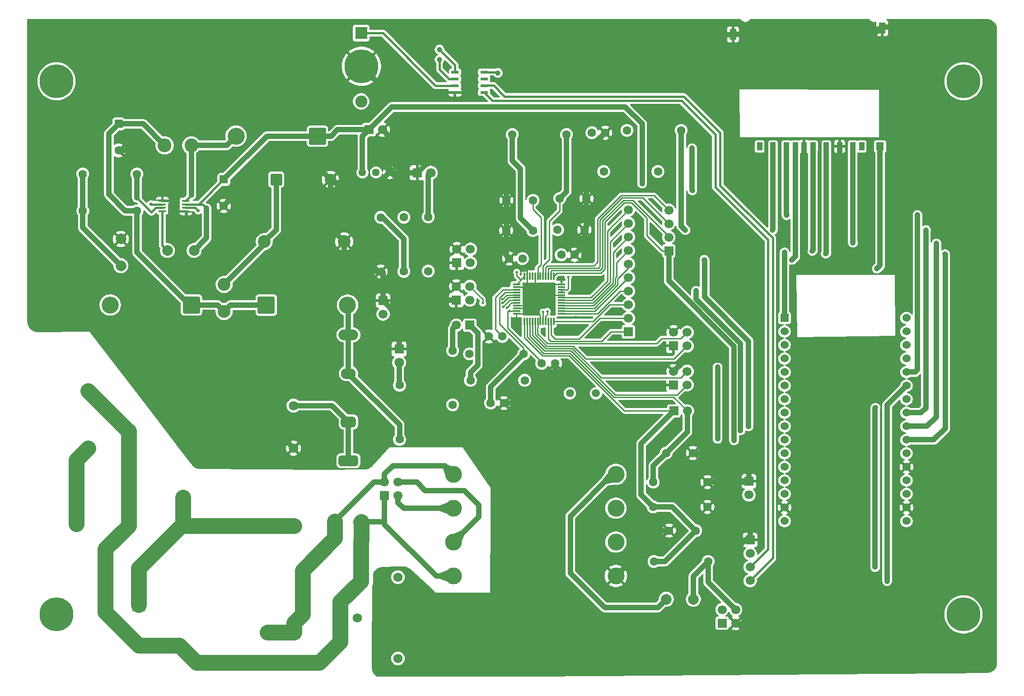
<source format=gbr>
%TF.GenerationSoftware,KiCad,Pcbnew,9.0.5*%
%TF.CreationDate,2025-12-10T02:12:08-06:00*%
%TF.ProjectId,WattMeter,57617474-4d65-4746-9572-2e6b69636164,rev?*%
%TF.SameCoordinates,Original*%
%TF.FileFunction,Copper,L1,Top*%
%TF.FilePolarity,Positive*%
%FSLAX46Y46*%
G04 Gerber Fmt 4.6, Leading zero omitted, Abs format (unit mm)*
G04 Created by KiCad (PCBNEW 9.0.5) date 2025-12-10 02:12:08*
%MOMM*%
%LPD*%
G01*
G04 APERTURE LIST*
G04 Aperture macros list*
%AMRoundRect*
0 Rectangle with rounded corners*
0 $1 Rounding radius*
0 $2 $3 $4 $5 $6 $7 $8 $9 X,Y pos of 4 corners*
0 Add a 4 corners polygon primitive as box body*
4,1,4,$2,$3,$4,$5,$6,$7,$8,$9,$2,$3,0*
0 Add four circle primitives for the rounded corners*
1,1,$1+$1,$2,$3*
1,1,$1+$1,$4,$5*
1,1,$1+$1,$6,$7*
1,1,$1+$1,$8,$9*
0 Add four rect primitives between the rounded corners*
20,1,$1+$1,$2,$3,$4,$5,0*
20,1,$1+$1,$4,$5,$6,$7,0*
20,1,$1+$1,$6,$7,$8,$9,0*
20,1,$1+$1,$8,$9,$2,$3,0*%
G04 Aperture macros list end*
%TA.AperFunction,ComponentPad*%
%ADD10C,2.000000*%
%TD*%
%TA.AperFunction,SMDPad,CuDef*%
%ADD11R,1.000000X1.500000*%
%TD*%
%TA.AperFunction,SMDPad,CuDef*%
%ADD12R,1.450000X1.500000*%
%TD*%
%TA.AperFunction,SMDPad,CuDef*%
%ADD13R,1.200000X2.000000*%
%TD*%
%TA.AperFunction,SMDPad,CuDef*%
%ADD14R,1.400000X0.450000*%
%TD*%
%TA.AperFunction,SMDPad,CuDef*%
%ADD15R,1.450000X0.300000*%
%TD*%
%TA.AperFunction,SMDPad,CuDef*%
%ADD16R,0.300000X1.450000*%
%TD*%
%TA.AperFunction,ComponentPad*%
%ADD17C,1.600000*%
%TD*%
%TA.AperFunction,ComponentPad*%
%ADD18R,1.700000X1.700000*%
%TD*%
%TA.AperFunction,ComponentPad*%
%ADD19C,1.700000*%
%TD*%
%TA.AperFunction,ComponentPad*%
%ADD20C,1.750000*%
%TD*%
%TA.AperFunction,ComponentPad*%
%ADD21R,1.800000X1.800000*%
%TD*%
%TA.AperFunction,ComponentPad*%
%ADD22C,1.800000*%
%TD*%
%TA.AperFunction,ComponentPad*%
%ADD23C,1.000000*%
%TD*%
%TA.AperFunction,ComponentPad*%
%ADD24C,2.600000*%
%TD*%
%TA.AperFunction,SMDPad,CuDef*%
%ADD25R,1.460500X0.533400*%
%TD*%
%TA.AperFunction,ComponentPad*%
%ADD26RoundRect,0.250000X-0.550000X0.550000X-0.550000X-0.550000X0.550000X-0.550000X0.550000X0.550000X0*%
%TD*%
%TA.AperFunction,ComponentPad*%
%ADD27RoundRect,0.250000X-1.350000X-1.350000X1.350000X-1.350000X1.350000X1.350000X-1.350000X1.350000X0*%
%TD*%
%TA.AperFunction,ComponentPad*%
%ADD28C,3.200000*%
%TD*%
%TA.AperFunction,ComponentPad*%
%ADD29C,6.350000*%
%TD*%
%TA.AperFunction,ComponentPad*%
%ADD30C,3.175000*%
%TD*%
%TA.AperFunction,ComponentPad*%
%ADD31C,1.950000*%
%TD*%
%TA.AperFunction,ComponentPad*%
%ADD32R,1.950000X1.950000*%
%TD*%
%TA.AperFunction,ComponentPad*%
%ADD33R,1.524000X1.524000*%
%TD*%
%TA.AperFunction,ComponentPad*%
%ADD34C,1.524000*%
%TD*%
%TA.AperFunction,ComponentPad*%
%ADD35C,1.500000*%
%TD*%
%TA.AperFunction,ComponentPad*%
%ADD36RoundRect,0.250000X1.350000X1.350000X-1.350000X1.350000X-1.350000X-1.350000X1.350000X-1.350000X0*%
%TD*%
%TA.AperFunction,ComponentPad*%
%ADD37C,1.440000*%
%TD*%
%TA.AperFunction,ComponentPad*%
%ADD38R,2.280000X2.280000*%
%TD*%
%TA.AperFunction,ComponentPad*%
%ADD39C,2.280000*%
%TD*%
%TA.AperFunction,SMDPad,CuDef*%
%ADD40C,6.350000*%
%TD*%
%TA.AperFunction,ComponentPad*%
%ADD41RoundRect,0.500000X1.350000X-0.500000X1.350000X0.500000X-1.350000X0.500000X-1.350000X-0.500000X0*%
%TD*%
%TA.AperFunction,ComponentPad*%
%ADD42RoundRect,0.500000X0.900000X-0.500000X0.900000X0.500000X-0.900000X0.500000X-0.900000X-0.500000X0*%
%TD*%
%TA.AperFunction,ComponentPad*%
%ADD43O,2.800000X2.000000*%
%TD*%
%TA.AperFunction,ComponentPad*%
%ADD44O,3.700000X2.000000*%
%TD*%
%TA.AperFunction,ComponentPad*%
%ADD45C,2.400000*%
%TD*%
%TA.AperFunction,ComponentPad*%
%ADD46RoundRect,0.249999X-0.850001X-0.850001X0.850001X-0.850001X0.850001X0.850001X-0.850001X0.850001X0*%
%TD*%
%TA.AperFunction,ComponentPad*%
%ADD47C,2.200000*%
%TD*%
%TA.AperFunction,ComponentPad*%
%ADD48R,2.400000X2.400000*%
%TD*%
%TA.AperFunction,ViaPad*%
%ADD49C,0.600000*%
%TD*%
%TA.AperFunction,ViaPad*%
%ADD50C,1.000000*%
%TD*%
%TA.AperFunction,ViaPad*%
%ADD51C,0.500000*%
%TD*%
%TA.AperFunction,Conductor*%
%ADD52C,1.000000*%
%TD*%
%TA.AperFunction,Conductor*%
%ADD53C,3.000000*%
%TD*%
%TA.AperFunction,Conductor*%
%ADD54C,0.450000*%
%TD*%
%TA.AperFunction,Conductor*%
%ADD55C,0.250000*%
%TD*%
%TA.AperFunction,Conductor*%
%ADD56C,0.200000*%
%TD*%
G04 APERTURE END LIST*
D10*
%TO.P,RV1,2*%
%TO.N,/HV_120VF2*%
X112880000Y-133050000D03*
%TO.P,RV1,1*%
%TO.N,/HV_0V*%
X117880000Y-133050000D03*
%TD*%
D11*
%TO.P,J3,1,MMC-DAT/SD-DAT3*%
%TO.N,Net-(J3-MMC-DAT{slash}SD-DAT3)*%
X195020000Y-62720000D03*
%TO.P,J3,2,MMC-CMD/SD-CMD*%
%TO.N,Net-(IC1-SDI)*%
X197520000Y-62720000D03*
%TO.P,J3,3,MMC-VSS1/SD-VSS1*%
%TO.N,GNDREF*%
X200870000Y-62720000D03*
%TO.P,J3,4,MMC-VDD/SD-VDD*%
%TO.N,VDD*%
X202520000Y-62720000D03*
%TO.P,J3,5,MMC-CLK/SD-CLK*%
%TO.N,Net-(IC1-SCLK)*%
X205020000Y-62720000D03*
%TO.P,J3,6,MMC-VSS2/SD-VSS2*%
%TO.N,GNDREF*%
X207520000Y-62720000D03*
%TO.P,J3,7,MMC-DAT/SD-DAT0*%
%TO.N,Net-(IC1-SDO)*%
X209950000Y-62720000D03*
%TO.P,J3,8,SD-DAT1*%
%TO.N,unconnected-(J3-SD-DAT1-Pad8)*%
X211650000Y-62720000D03*
%TO.P,J3,9,SD-DAT2*%
%TO.N,unconnected-(J3-SD-DAT2-Pad9)*%
X192520000Y-62720000D03*
%TO.P,J3,10,CD*%
%TO.N,Net-(J3-CD)*%
X199220000Y-62720000D03*
D12*
%TO.P,J3,11,WP*%
%TO.N,Net-(J3-WP)*%
X215100000Y-62720000D03*
D13*
%TO.P,J3,12,GROUND_1*%
%TO.N,GNDREF*%
X187520000Y-41710000D03*
%TO.P,J3,13,GROUND_2*%
X215520000Y-40510000D03*
%TD*%
D14*
%TO.P,IC2,1,PGND*%
%TO.N,GNDREF*%
X80560000Y-72925000D03*
%TO.P,IC2,2,EN*%
%TO.N,Net-(IC2-EN)*%
X80560000Y-73575000D03*
%TO.P,IC2,3,FREQ*%
%TO.N,Net-(IC2-FREQ)*%
X80560000Y-74225000D03*
%TO.P,IC2,4,FB*%
%TO.N,Net-(IC2-FB)*%
X80560000Y-74875000D03*
%TO.P,IC2,5,SGND*%
%TO.N,GNDREF*%
X84960000Y-74875000D03*
%TO.P,IC2,6,VDD*%
%TO.N,Net-(IC2-EN)*%
X84960000Y-74225000D03*
%TO.P,IC2,7,BOOT*%
%TO.N,VCC*%
X84960000Y-73575000D03*
%TO.P,IC2,8,SW*%
%TO.N,Net-(D1-A)*%
X84960000Y-72925000D03*
%TD*%
D15*
%TO.P,IC1,1,AVDD*%
%TO.N,VDD*%
X146955000Y-88585000D03*
%TO.P,IC1,2,AGND_1*%
%TO.N,GNDREF*%
X146955000Y-89085000D03*
%TO.P,IC1,3,I1P*%
%TO.N,Net-(IC1-I1P)*%
X146955000Y-89585000D03*
%TO.P,IC1,4,I1N*%
%TO.N,Net-(IC1-I1N)*%
X146955000Y-90085000D03*
%TO.P,IC1,5,I2P*%
%TO.N,Net-(IC1-I2P)*%
X146955000Y-90585000D03*
%TO.P,IC1,6,I2N*%
%TO.N,Net-(IC1-I2N)*%
X146955000Y-91085000D03*
%TO.P,IC1,7,I3P*%
%TO.N,Net-(IC1-I3P)*%
X146955000Y-91585000D03*
%TO.P,IC1,8,I3N*%
%TO.N,Net-(IC1-I3N)*%
X146955000Y-92085000D03*
%TO.P,IC1,9,IC_1*%
%TO.N,GNDREF*%
X146955000Y-92585000D03*
%TO.P,IC1,10,IC_2*%
X146955000Y-93085000D03*
%TO.P,IC1,11,VREF*%
%TO.N,Net-(IC1-VREF)*%
X146955000Y-93585000D03*
%TO.P,IC1,12,AGND_2*%
%TO.N,GNDREF*%
X146955000Y-94085000D03*
D16*
%TO.P,IC1,13,V1P*%
%TO.N,Net-(IC1-V1P)*%
X148430000Y-95560000D03*
%TO.P,IC1,14,V1N*%
%TO.N,Net-(IC1-V1N)*%
X148930000Y-95560000D03*
%TO.P,IC1,15,V2P*%
%TO.N,Net-(IC1-V2P)*%
X149430000Y-95560000D03*
%TO.P,IC1,16,V2N*%
%TO.N,Net-(IC1-V2N)*%
X149930000Y-95560000D03*
%TO.P,IC1,17,V3P*%
%TO.N,Net-(IC1-V3P)*%
X150430000Y-95560000D03*
%TO.P,IC1,18,V3N*%
%TO.N,Net-(IC1-V3N)*%
X150930000Y-95560000D03*
%TO.P,IC1,19,DGND_1*%
%TO.N,GNDREF*%
X151430000Y-95560000D03*
%TO.P,IC1,20,OSCI*%
%TO.N,Net-(IC1-OSCI)*%
X151930000Y-95560000D03*
%TO.P,IC1,21,OSCO*%
%TO.N,Net-(IC1-OSCO)*%
X152430000Y-95560000D03*
%TO.P,IC1,22,ZX0*%
%TO.N,Net-(IC1-ZX0)*%
X152930000Y-95560000D03*
%TO.P,IC1,23,ZX1*%
%TO.N,Net-(IC1-ZX1)*%
X153430000Y-95560000D03*
%TO.P,IC1,24,ZX2*%
%TO.N,Net-(IC1-ZX2)*%
X153930000Y-95560000D03*
D15*
%TO.P,IC1,25,CF1*%
%TO.N,Net-(IC1-CF1)*%
X155405000Y-94085000D03*
%TO.P,IC1,26,CF2*%
%TO.N,Net-(IC1-CF2)*%
X155405000Y-93585000D03*
%TO.P,IC1,27,CF3*%
%TO.N,Net-(IC1-CF3)*%
X155405000Y-93085000D03*
%TO.P,IC1,28,CF4*%
%TO.N,Net-(IC1-CF4)*%
X155405000Y-92585000D03*
%TO.P,IC1,29,WARNOUT*%
%TO.N,Net-(IC1-WARNOUT)*%
X155405000Y-92085000D03*
%TO.P,IC1,30,IRQ0*%
%TO.N,Net-(IC1-IRQ0)*%
X155405000Y-91585000D03*
%TO.P,IC1,31,IRQ1*%
%TO.N,Net-(IC1-IRQ1)*%
X155405000Y-91085000D03*
%TO.P,IC1,32,TEST*%
%TO.N,GNDREF*%
X155405000Y-90585000D03*
%TO.P,IC1,33,PM0*%
%TO.N,VDD*%
X155405000Y-90085000D03*
%TO.P,IC1,34,PM1*%
X155405000Y-89585000D03*
%TO.P,IC1,35,NC_1*%
%TO.N,unconnected-(IC1-NC_1-Pad35)*%
X155405000Y-89085000D03*
%TO.P,IC1,36,IC_3*%
%TO.N,GNDREF*%
X155405000Y-88585000D03*
D16*
%TO.P,IC1,37,~{CS}*%
%TO.N,Net-(IC1-~{CS})*%
X153930000Y-87110000D03*
%TO.P,IC1,38,SCLK*%
%TO.N,Net-(IC1-SCLK)*%
X153430000Y-87110000D03*
%TO.P,IC1,39,SDO*%
%TO.N,Net-(IC1-SDO)*%
X152930000Y-87110000D03*
%TO.P,IC1,40,SDI*%
%TO.N,Net-(IC1-SDI)*%
X152430000Y-87110000D03*
%TO.P,IC1,41,~{RESET}*%
%TO.N,Net-(IC1-~{RESET})*%
X151930000Y-87110000D03*
%TO.P,IC1,42,VDD18_1*%
%TO.N,Net-(IC1-VDD18_1)*%
X151430000Y-87110000D03*
%TO.P,IC1,43,VDD18_2*%
X150930000Y-87110000D03*
%TO.P,IC1,44,DGND_2*%
%TO.N,GNDREF*%
X150430000Y-87110000D03*
%TO.P,IC1,45,NC_2*%
%TO.N,unconnected-(IC1-NC_2-Pad45)*%
X149930000Y-87110000D03*
%TO.P,IC1,46,NC_3*%
%TO.N,unconnected-(IC1-NC_3-Pad46)*%
X149430000Y-87110000D03*
%TO.P,IC1,47,DGND_3*%
%TO.N,GNDREF*%
X148930000Y-87110000D03*
%TO.P,IC1,48,DVDD*%
%TO.N,VDD*%
X148430000Y-87110000D03*
%TD*%
D17*
%TO.P,C8,1*%
%TO.N,VDD*%
X154650000Y-78350000D03*
%TO.P,C8,2*%
%TO.N,GNDREF*%
X159650000Y-78350000D03*
%TD*%
D18*
%TO.P,J14,1,Pin_1*%
%TO.N,Net-(J14-Pin_1)*%
X185480000Y-152140000D03*
D19*
%TO.P,J14,2,Pin_2*%
%TO.N,Net-(J14-Pin_2)*%
X185480000Y-149600000D03*
%TO.P,J14,3,Pin_3*%
%TO.N,GNDREF*%
X188020000Y-152140000D03*
%TO.P,J14,4,Pin_4*%
%TO.N,Net-(J14-Pin_4)*%
X188020000Y-149600000D03*
%TD*%
D17*
%TO.P,R18,1*%
%TO.N,Net-(IC1-V1P)*%
X172580000Y-130350000D03*
%TO.P,R18,2*%
%TO.N,GNDREF*%
X182740000Y-130350000D03*
%TD*%
%TO.P,C9,1*%
%TO.N,Net-(IC1-~{RESET})*%
X155050000Y-72480000D03*
%TO.P,C9,2*%
%TO.N,GNDREF*%
X160050000Y-72480000D03*
%TD*%
D20*
%TO.P,T1,1,+*%
%TO.N,Net-(J13-Pin_2)*%
X124720000Y-143510000D03*
%TO.P,T1,2,-*%
%TO.N,Net-(J13-Pin_1)*%
X124720000Y-158750000D03*
%TO.P,T1,3,Mounting_Pin*%
%TO.N,unconnected-(T1-Mounting_Pin-Pad3)*%
X117100000Y-151130000D03*
%TD*%
D21*
%TO.P,D6,1,K*%
%TO.N,GNDREF*%
X124940000Y-100715000D03*
D22*
%TO.P,D6,2,A*%
%TO.N,Net-(D6-A)*%
X124940000Y-103255000D03*
%TD*%
D17*
%TO.P,C13,1*%
%TO.N,Net-(IC1-VDD18_1)*%
X161080000Y-60160000D03*
%TO.P,C13,2*%
%TO.N,GNDREF*%
X163580000Y-60160000D03*
%TD*%
D10*
%TO.P,C3,1*%
%TO.N,VCC*%
X86510000Y-82230000D03*
%TO.P,C3,2*%
%TO.N,Net-(IC2-FB)*%
X81510000Y-82230000D03*
%TD*%
D17*
%TO.P,R19,1*%
%TO.N,Net-(IC1-V1P)*%
X172700000Y-140570000D03*
%TO.P,R19,2*%
%TO.N,Net-(J14-Pin_4)*%
X182860000Y-140570000D03*
%TD*%
D18*
%TO.P,J9,1,Pin_1*%
%TO.N,GNDREF*%
X135760000Y-84550000D03*
D19*
%TO.P,J9,2,Pin_2*%
X135760000Y-82010000D03*
%TO.P,J9,3,Pin_3*%
%TO.N,Net-(IC1-I3P)*%
X138300000Y-84550000D03*
%TO.P,J9,4,Pin_4*%
%TO.N,Net-(IC1-I3N)*%
X138300000Y-82010000D03*
%TD*%
D23*
%TO.P,Y2,1,1*%
%TO.N,Net-(U3-OSCO)*%
X132515000Y-46440000D03*
%TO.P,Y2,2,2*%
%TO.N,Net-(U3-OSCI)*%
X132515000Y-44540000D03*
%TD*%
D18*
%TO.P,J1,1,Pin_1*%
%TO.N,GNDREF*%
X190740000Y-136550000D03*
D19*
%TO.P,J1,2,Pin_2*%
%TO.N,VCC*%
X190740000Y-139090000D03*
%TO.P,J1,3,Pin_3*%
%TO.N,Net-(J1-Pin_3)*%
X190740000Y-141630000D03*
%TO.P,J1,4,Pin_4*%
%TO.N,Net-(J1-Pin_4)*%
X190740000Y-144170000D03*
%TD*%
D17*
%TO.P,R4,1*%
%TO.N,GNDREF*%
X121490000Y-86190000D03*
%TO.P,R4,2*%
%TO.N,Net-(U1-GPIO1)*%
X121490000Y-76030000D03*
%TD*%
%TO.P,C22,1*%
%TO.N,GNDREF*%
X141780000Y-98370000D03*
%TO.P,C22,2*%
%TO.N,Net-(IC1-I1P)*%
X144280000Y-98370000D03*
%TD*%
D18*
%TO.P,J10,1,Pin_1*%
%TO.N,GNDREF*%
X135680000Y-91520000D03*
D19*
%TO.P,J10,2,Pin_2*%
X135680000Y-88980000D03*
%TO.P,J10,3,Pin_3*%
%TO.N,Net-(IC1-I2P)*%
X138220000Y-91520000D03*
%TO.P,J10,4,Pin_4*%
%TO.N,Net-(IC1-I2N)*%
X138220000Y-88980000D03*
%TD*%
D17*
%TO.P,R3,1*%
%TO.N,Net-(IC2-EN)*%
X65630000Y-67900000D03*
%TO.P,R3,2*%
%TO.N,Net-(IC2-FREQ)*%
X75790000Y-67900000D03*
%TD*%
D24*
%TO.P,L1,1,1*%
%TO.N,Net-(D2-K)*%
X80990000Y-62510000D03*
%TO.P,L1,2,2*%
%TO.N,Net-(D1-A)*%
X85990000Y-62510000D03*
%TD*%
D17*
%TO.P,R5,1*%
%TO.N,Net-(IC2-EN)*%
X65660000Y-74790000D03*
%TO.P,R5,2*%
%TO.N,Net-(D2-K)*%
X75820000Y-74790000D03*
%TD*%
%TO.P,R7,1*%
%TO.N,Net-(IC1-~{RESET})*%
X156320000Y-60490000D03*
%TO.P,R7,2*%
%TO.N,VDD*%
X146160000Y-60490000D03*
%TD*%
%TO.P,C21,1*%
%TO.N,Net-(IC1-I1N)*%
X142090000Y-110850000D03*
%TO.P,C21,2*%
%TO.N,GNDREF*%
X144590000Y-110850000D03*
%TD*%
D25*
%TO.P,U3,1,OSCI*%
%TO.N,Net-(U3-OSCI)*%
X135425850Y-48765000D03*
%TO.P,U3,2,OSCO*%
%TO.N,Net-(U3-OSCO)*%
X135425850Y-50035000D03*
%TO.P,U3,3,VBAT*%
%TO.N,Net-(BT1-+)*%
X135425850Y-51305000D03*
%TO.P,U3,4,VSS*%
%TO.N,GNDREF*%
X135425850Y-52575000D03*
%TO.P,U3,5,SDA*%
%TO.N,Net-(J1-Pin_3)*%
X140874150Y-52575000D03*
%TO.P,U3,6,SCL*%
%TO.N,Net-(J1-Pin_4)*%
X140874150Y-51305000D03*
%TO.P,U3,7,\u002AINT1/CLKOUT*%
%TO.N,unconnected-(U3-\u002AINT1{slash}CLKOUT-Pad7)*%
X140874150Y-50035000D03*
%TO.P,U3,8,VDD*%
%TO.N,VDD*%
X140874150Y-48765000D03*
%TD*%
D17*
%TO.P,C23,1*%
%TO.N,Net-(IC1-V1P)*%
X180540000Y-134780000D03*
%TO.P,C23,2*%
%TO.N,GNDREF*%
X175540000Y-134780000D03*
%TD*%
D18*
%TO.P,J17,1,Pin_1*%
%TO.N,Net-(IC1-V1P)*%
X176435000Y-112340000D03*
D19*
%TO.P,J17,2,Pin_2*%
%TO.N,Net-(IC1-V1N)*%
X178975000Y-112340000D03*
%TD*%
D26*
%TO.P,C2,1*%
%TO.N,Net-(D2-K)*%
X72380000Y-58480000D03*
D17*
%TO.P,C2,2*%
%TO.N,GNDREF*%
X72380000Y-63480000D03*
%TD*%
D27*
%TO.P,D2,1,K*%
%TO.N,Net-(D2-K)*%
X100040000Y-92490000D03*
D28*
%TO.P,D2,2,A*%
%TO.N,Net-(D2-A)*%
X115280000Y-92490000D03*
%TD*%
D21*
%TO.P,D5,1,K*%
%TO.N,GNDREF*%
X128340000Y-67660000D03*
D22*
%TO.P,D5,2,A*%
%TO.N,Net-(D5-A)*%
X130880000Y-67660000D03*
%TD*%
D18*
%TO.P,J13,1,Pin_1*%
%TO.N,Net-(J13-Pin_1)*%
X138200000Y-96250000D03*
D19*
%TO.P,J13,2,Pin_2*%
%TO.N,Net-(J13-Pin_2)*%
X135660000Y-96250000D03*
%TD*%
D10*
%TO.P,C4,1*%
%TO.N,Net-(IC2-EN)*%
X72790000Y-85080000D03*
%TO.P,C4,2*%
%TO.N,GNDREF*%
X72790000Y-80080000D03*
%TD*%
D17*
%TO.P,R13,1*%
%TO.N,Net-(D6-A)*%
X125020000Y-107510000D03*
%TO.P,R13,2*%
%TO.N,Net-(D2-A)*%
X125020000Y-117670000D03*
%TD*%
%TO.P,R2,1*%
%TO.N,Net-(J3-MMC-DAT{slash}SD-DAT3)*%
X177810000Y-59700000D03*
%TO.P,R2,2*%
%TO.N,VDD*%
X167650000Y-59700000D03*
%TD*%
D29*
%TO.P,REF\u002A\u002A,2*%
%TO.N,N/C*%
X60710000Y-50510000D03*
X60710000Y-150510000D03*
X230710000Y-50510000D03*
X230710000Y-150510000D03*
%TD*%
D17*
%TO.P,R14,1*%
%TO.N,GNDREF*%
X182740000Y-125700000D03*
%TO.P,R14,2*%
%TO.N,Net-(IC1-V1N)*%
X172580000Y-125700000D03*
%TD*%
D10*
%TO.P,F2,1*%
%TO.N,Net-(F2-Pad1)*%
X175010000Y-147650000D03*
%TO.P,F2,2*%
%TO.N,Net-(J14-Pin_4)*%
X180090000Y-147660000D03*
%TD*%
D30*
%TO.P,T4,1,1*%
%TO.N,/HV_120VF2*%
X135096000Y-124235000D03*
%TO.P,T4,2,2*%
%TO.N,/HV_120VSP1*%
X135096000Y-130585000D03*
%TO.P,T4,3,3*%
%TO.N,/HV_120VSP2*%
X135096000Y-136935000D03*
%TO.P,T4,4,4*%
%TO.N,/HV_0V*%
X135096000Y-143285000D03*
%TO.P,T4,5,5*%
%TO.N,GNDREF*%
X165576000Y-143285000D03*
%TO.P,T4,6,6*%
%TO.N,Net-(J14-Pin_2)*%
X165576000Y-136935000D03*
%TO.P,T4,7,7*%
%TO.N,Net-(J14-Pin_1)*%
X165576000Y-130585000D03*
%TO.P,T4,8,8*%
%TO.N,Net-(F2-Pad1)*%
X165576000Y-124235000D03*
%TD*%
D17*
%TO.P,R11,1*%
%TO.N,Net-(J13-Pin_1)*%
X138310000Y-106590000D03*
%TO.P,R11,2*%
%TO.N,Net-(IC1-I1P)*%
X148470000Y-106590000D03*
%TD*%
D18*
%TO.P,J12,1,Pin_1*%
%TO.N,GNDREF*%
X176380000Y-100130000D03*
D19*
%TO.P,J12,2,Pin_2*%
X176380000Y-97590000D03*
%TO.P,J12,3,Pin_3*%
%TO.N,Net-(IC1-V3P)*%
X178920000Y-100130000D03*
%TO.P,J12,4,Pin_4*%
%TO.N,Net-(IC1-V3N)*%
X178920000Y-97590000D03*
%TD*%
D18*
%TO.P,J2,1,Pin_1*%
%TO.N,GNDREF*%
X190500000Y-125535000D03*
D19*
%TO.P,J2,2,Pin_2*%
%TO.N,Net-(J2-Pin_2)*%
X190500000Y-128075000D03*
%TD*%
D31*
%TO.P,F1,1*%
%TO.N,/HV_120V*%
X105220000Y-133900000D03*
D32*
X100220000Y-133900000D03*
D31*
%TO.P,F1,2*%
%TO.N,/HV_120VF2*%
X105220000Y-153900000D03*
X100220000Y-153900000D03*
%TD*%
D33*
%TO.P,U1,J1_1,ESP_3V3*%
%TO.N,VDD*%
X197177500Y-94900000D03*
D34*
%TO.P,U1,J1_2,CHIP_PU*%
%TO.N,unconnected-(U1-CHIP_PU-PadJ1_2)*%
X197177500Y-97440000D03*
%TO.P,U1,J1_3,GPIO4*%
%TO.N,unconnected-(U1-GPIO4-PadJ1_3)*%
X197177500Y-99980000D03*
%TO.P,U1,J1_4,GPIO5*%
%TO.N,unconnected-(U1-GPIO5-PadJ1_4)*%
X197177500Y-102520000D03*
%TO.P,U1,J1_5,GPIO6*%
%TO.N,unconnected-(U1-GPIO6-PadJ1_5)*%
X197177500Y-105060000D03*
%TO.P,U1,J1_6,GPIO7*%
%TO.N,unconnected-(U1-GPIO7-PadJ1_6)*%
X197177500Y-107600000D03*
%TO.P,U1,J1_7,GPIO0*%
%TO.N,unconnected-(U1-GPIO0-PadJ1_7)*%
X197177500Y-110140000D03*
%TO.P,U1,J1_8,GPIO1*%
%TO.N,Net-(U1-GPIO1)*%
X197177500Y-112680000D03*
%TO.P,U1,J1_9,GPIO8*%
%TO.N,unconnected-(U1-GPIO8-PadJ1_9)*%
X197177500Y-115220000D03*
%TO.P,U1,J1_10,GPIO10*%
%TO.N,Net-(J3-CD)*%
X197177500Y-117760000D03*
%TO.P,U1,J1_11,GPIO11*%
%TO.N,Net-(J3-WP)*%
X197177500Y-120300000D03*
%TO.P,U1,J1_12,GPIO2*%
%TO.N,Net-(IC1-~{CS})*%
X197177500Y-122840000D03*
%TO.P,U1,J1_13,GPIO3*%
%TO.N,Net-(J2-Pin_2)*%
X197177500Y-125380000D03*
%TO.P,U1,J1_14,VCC_5V*%
%TO.N,VCC*%
X197177500Y-127920000D03*
%TO.P,U1,J1_15,GND_J1_15*%
%TO.N,GNDREF*%
X197177500Y-130460000D03*
%TO.P,U1,J1_16,NC_J1_16*%
%TO.N,unconnected-(U1-NC_J1_16-PadJ1_16)*%
X197177500Y-133000000D03*
%TO.P,U1,J3_1,GND_J3_1*%
%TO.N,unconnected-(U1-GND_J3_1-PadJ3_1)*%
X220037500Y-94900000D03*
%TO.P,U1,J3_2,UART_TXD*%
%TO.N,unconnected-(U1-UART_TXD-PadJ3_2)*%
X220037500Y-97440000D03*
%TO.P,U1,J3_3,UART_RXD*%
%TO.N,unconnected-(U1-UART_RXD-PadJ3_3)*%
X220037500Y-99980000D03*
%TO.P,U1,J3_4,GPIO15*%
%TO.N,unconnected-(U1-GPIO15-PadJ3_4)*%
X220037500Y-102520000D03*
%TO.P,U1,J3_5,GPIO23*%
%TO.N,Net-(IC1-SDI)*%
X220037500Y-105060000D03*
%TO.P,U1,J3_6,GPIO22*%
%TO.N,Net-(J1-Pin_4)*%
X220037500Y-107600000D03*
%TO.P,U1,J3_7,GPIO21*%
%TO.N,Net-(J1-Pin_3)*%
X220037500Y-110140000D03*
%TO.P,U1,J3_8,GPIO20*%
%TO.N,Net-(J3-MMC-DAT{slash}SD-DAT3)*%
X220037500Y-112680000D03*
%TO.P,U1,J3_9,GPIO19*%
%TO.N,Net-(IC1-SDO)*%
X220037500Y-115220000D03*
%TO.P,U1,J3_10,GPIO18*%
%TO.N,Net-(IC1-SCLK)*%
X220037500Y-117760000D03*
%TO.P,U1,J3_11,GPIO9*%
%TO.N,unconnected-(U1-GPIO9-PadJ3_11)*%
X220037500Y-120300000D03*
%TO.P,U1,J3_12,GND_J3_12*%
%TO.N,GNDREF*%
X220037500Y-122840000D03*
%TO.P,U1,J3_13,GPIO13*%
%TO.N,unconnected-(U1-GPIO13-PadJ3_13)*%
X220037500Y-125380000D03*
%TO.P,U1,J3_14,GPIO12*%
%TO.N,unconnected-(U1-GPIO12-PadJ3_14)*%
X220037500Y-127920000D03*
%TO.P,U1,J3_15,GND_J3_15*%
%TO.N,GNDREF*%
X220037500Y-130460000D03*
%TO.P,U1,J3_16,NC_J3_16*%
%TO.N,unconnected-(U1-NC_J3_16-PadJ3_16)*%
X220037500Y-133000000D03*
%TD*%
D17*
%TO.P,C24,1*%
%TO.N,Net-(IC1-V1N)*%
X175010000Y-120220000D03*
%TO.P,C24,2*%
%TO.N,GNDREF*%
X180010000Y-120220000D03*
%TD*%
D26*
%TO.P,C5,1*%
%TO.N,VCC*%
X92070000Y-68900000D03*
D17*
%TO.P,C5,2*%
%TO.N,GNDREF*%
X92070000Y-73900000D03*
%TD*%
D35*
%TO.P,Y1,1,1*%
%TO.N,Net-(IC1-OSCI)*%
X156950000Y-109030000D03*
%TO.P,Y1,2,2*%
%TO.N,Net-(IC1-OSCO)*%
X161830000Y-109030000D03*
%TD*%
D18*
%TO.P,J18,1,Pin_1*%
%TO.N,VCC*%
X119300000Y-59570000D03*
D19*
%TO.P,J18,2,Pin_2*%
%TO.N,GNDREF*%
X121840000Y-59570000D03*
%TD*%
D17*
%TO.P,C12,1*%
%TO.N,GNDREF*%
X157830000Y-83040000D03*
%TO.P,C12,2*%
%TO.N,VDD*%
X155330000Y-83040000D03*
%TD*%
D31*
%TO.P,F3,1*%
%TO.N,/HV_120V*%
X84450000Y-133580000D03*
D32*
X84450000Y-128580000D03*
D31*
%TO.P,F3,2*%
%TO.N,/HV_120VF1*%
X64450000Y-133580000D03*
X64450000Y-128580000D03*
%TD*%
D36*
%TO.P,D1,1,K*%
%TO.N,VCC*%
X109620000Y-60790000D03*
D28*
%TO.P,D1,2,A*%
%TO.N,Net-(D1-A)*%
X94380000Y-60790000D03*
%TD*%
D18*
%TO.P,J16,1,Pin_1*%
%TO.N,GNDREF*%
X176380000Y-107440000D03*
D19*
%TO.P,J16,2,Pin_2*%
X176380000Y-104900000D03*
%TO.P,J16,3,Pin_3*%
%TO.N,Net-(IC1-V2P)*%
X178920000Y-107440000D03*
%TO.P,J16,4,Pin_4*%
%TO.N,Net-(IC1-V2N)*%
X178920000Y-104900000D03*
%TD*%
D17*
%TO.P,C15,1*%
%TO.N,Net-(IC1-VREF)*%
X148060000Y-83750000D03*
%TO.P,C15,2*%
%TO.N,GNDREF*%
X145560000Y-83750000D03*
%TD*%
D37*
%TO.P,RV2,1,1*%
%TO.N,GNDREF*%
X123150000Y-67610000D03*
%TO.P,RV2,2,2*%
%TO.N,Net-(IC2-FB)*%
X120610000Y-67610000D03*
%TO.P,RV2,3,3*%
%TO.N,VCC*%
X118070000Y-67610000D03*
%TD*%
D38*
%TO.P,BT1,1,+*%
%TO.N,Net-(BT1-+)*%
X117825000Y-41470000D03*
D39*
X117825000Y-54270000D03*
D40*
%TO.P,BT1,2,-*%
%TO.N,GNDREF*%
X117875000Y-47690000D03*
%TD*%
D18*
%TO.P,J15,1,Pin_1*%
%TO.N,/HV_0V*%
X122220000Y-128250000D03*
D19*
%TO.P,J15,2,Pin_2*%
%TO.N,/HV_120VF2*%
X122220000Y-125710000D03*
%TO.P,J15,3,Pin_3*%
%TO.N,/HV_120VSP1*%
X124760000Y-128250000D03*
%TO.P,J15,4,Pin_4*%
%TO.N,/HV_120VSP2*%
X124760000Y-125710000D03*
%TD*%
D41*
%TO.P,F4,1*%
%TO.N,Net-(PS1-+VOUT)*%
X115440000Y-121670000D03*
D42*
X115440000Y-114400000D03*
D43*
%TO.P,F4,2*%
%TO.N,Net-(D2-A)*%
X115440000Y-105320000D03*
D44*
X115440000Y-98050000D03*
%TD*%
D45*
%TO.P,R8,1*%
%TO.N,Net-(D3-A)*%
X92140000Y-88600000D03*
%TO.P,R8,2*%
%TO.N,Net-(D2-K)*%
X92140000Y-93680000D03*
%TD*%
D21*
%TO.P,PS1,1,VAC_IN_(N)*%
%TO.N,/HV_0V*%
X66640000Y-108580000D03*
D22*
%TO.P,PS1,2,VAC_IN_(L)*%
%TO.N,/HV_120VF1*%
X66640000Y-119330000D03*
%TO.P,PS1,3,-VOUT*%
%TO.N,GNDREF*%
X105140000Y-119330000D03*
%TO.P,PS1,4,+VOUT*%
%TO.N,Net-(PS1-+VOUT)*%
X105140000Y-111330000D03*
%TD*%
D46*
%TO.P,D4,1,K*%
%TO.N,Net-(D3-A)*%
X101910000Y-68920000D03*
D47*
%TO.P,D4,2,A*%
%TO.N,GNDREF*%
X112070000Y-68920000D03*
%TD*%
D18*
%TO.P,J19,1,Pin_1*%
%TO.N,GNDREF*%
X121940000Y-91625000D03*
D19*
%TO.P,J19,2,Pin_2*%
%TO.N,Net-(D2-K)*%
X121940000Y-94165000D03*
%TD*%
D45*
%TO.P,C6,1*%
%TO.N,Net-(D3-A)*%
X99660000Y-80570000D03*
%TO.P,C6,2*%
%TO.N,GNDREF*%
X114660000Y-80570000D03*
%TD*%
D17*
%TO.P,C16,1*%
%TO.N,Net-(IC1-VREF)*%
X151660000Y-103410000D03*
%TO.P,C16,2*%
%TO.N,GNDREF*%
X154160000Y-103410000D03*
%TD*%
D48*
%TO.P,J11,1,Pin_1*%
%TO.N,/HV_120V*%
X76160000Y-148730000D03*
D45*
%TO.P,J11,2,Pin_2*%
%TO.N,/HV_0V*%
X76160000Y-156350000D03*
%TD*%
D17*
%TO.P,R9,1*%
%TO.N,Net-(J13-Pin_2)*%
X134990000Y-101030000D03*
%TO.P,R9,2*%
%TO.N,Net-(J13-Pin_1)*%
X134990000Y-111190000D03*
%TD*%
D36*
%TO.P,D3,1,K*%
%TO.N,Net-(D2-K)*%
X86020000Y-92470000D03*
D28*
%TO.P,D3,2,A*%
%TO.N,Net-(D3-A)*%
X70780000Y-92470000D03*
%TD*%
D17*
%TO.P,R1,1*%
%TO.N,Net-(IC1-~{CS})*%
X173450000Y-67430000D03*
%TO.P,R1,2*%
%TO.N,VDD*%
X163290000Y-67430000D03*
%TD*%
%TO.P,R6,1*%
%TO.N,Net-(U1-GPIO1)*%
X125830000Y-86170000D03*
%TO.P,R6,2*%
%TO.N,Net-(D3-A)*%
X125830000Y-76010000D03*
%TD*%
D18*
%TO.P,J4,1,Pin_1*%
%TO.N,Net-(IC1-ZX0)*%
X167930000Y-97490000D03*
D19*
%TO.P,J4,2,Pin_2*%
%TO.N,Net-(IC1-ZX1)*%
X167930000Y-94950000D03*
%TO.P,J4,3,Pin_3*%
%TO.N,Net-(IC1-ZX2)*%
X167930000Y-92410000D03*
%TO.P,J4,4,Pin_4*%
%TO.N,Net-(IC1-CF1)*%
X167930000Y-89870000D03*
%TO.P,J4,5,Pin_5*%
%TO.N,Net-(IC1-CF2)*%
X167930000Y-87330000D03*
%TO.P,J4,6,Pin_6*%
%TO.N,Net-(IC1-CF3)*%
X167930000Y-84790000D03*
%TO.P,J4,7,Pin_7*%
%TO.N,Net-(IC1-CF4)*%
X167930000Y-82250000D03*
%TO.P,J4,8,Pin_8*%
%TO.N,Net-(IC1-WARNOUT)*%
X167930000Y-79710000D03*
%TO.P,J4,9,Pin_9*%
%TO.N,Net-(IC1-IRQ0)*%
X167930000Y-77170000D03*
%TO.P,J4,10,Pin_10*%
%TO.N,Net-(IC1-IRQ1)*%
X167930000Y-74630000D03*
%TD*%
D18*
%TO.P,J5,1,Pin_1*%
%TO.N,Net-(IC1-~{CS})*%
X175480000Y-82310000D03*
D19*
%TO.P,J5,2,Pin_2*%
%TO.N,Net-(IC1-SCLK)*%
X175480000Y-79770000D03*
%TO.P,J5,3,Pin_3*%
%TO.N,Net-(IC1-SDO)*%
X175480000Y-77230000D03*
%TO.P,J5,4,Pin_4*%
%TO.N,Net-(IC1-SDI)*%
X175480000Y-74690000D03*
%TD*%
D17*
%TO.P,R12,1*%
%TO.N,Net-(D5-A)*%
X130410000Y-75940000D03*
%TO.P,R12,2*%
%TO.N,VCC*%
X130410000Y-86100000D03*
%TD*%
%TO.P,R10,1*%
%TO.N,Net-(J13-Pin_2)*%
X138130000Y-101640000D03*
%TO.P,R10,2*%
%TO.N,Net-(IC1-I1N)*%
X148290000Y-101640000D03*
%TD*%
%TO.P,C7,1*%
%TO.N,VDD*%
X150000000Y-78480000D03*
%TO.P,C7,2*%
%TO.N,GNDREF*%
X145000000Y-78480000D03*
%TD*%
%TO.P,C10,1*%
%TO.N,Net-(IC1-VDD18_1)*%
X150040000Y-72820000D03*
%TO.P,C10,2*%
%TO.N,GNDREF*%
X145040000Y-72820000D03*
%TD*%
D49*
%TO.N,GNDREF*%
X171480000Y-101190000D03*
X165690000Y-93940000D03*
X162530000Y-97690000D03*
X133920000Y-47750000D03*
X159320000Y-88960000D03*
X165680000Y-75790000D03*
D50*
X207510000Y-73350000D03*
D49*
X172530000Y-107630000D03*
X172080000Y-72700000D03*
X171840000Y-74880000D03*
D51*
X151118500Y-94221500D03*
D49*
X165620000Y-78280000D03*
D50*
X200860000Y-73300000D03*
D49*
X175180000Y-116850000D03*
X170290000Y-110980000D03*
X165650000Y-80740000D03*
X142780000Y-52920000D03*
X158100000Y-94770000D03*
X151950000Y-97360000D03*
D50*
X132180000Y-52790000D03*
X78630000Y-67890000D03*
D49*
X165850000Y-83200000D03*
X85130000Y-76090000D03*
D50*
X185400000Y-41800000D03*
D49*
X166000000Y-91540000D03*
X158570000Y-96990000D03*
X222410000Y-108730000D03*
D50*
X218150000Y-40320000D03*
D51*
X155405000Y-88050000D03*
D49*
X172170000Y-78060000D03*
X146890000Y-96040000D03*
D50*
%TO.N,VDD*%
X143440000Y-48940000D03*
X179900000Y-70980000D03*
D51*
X146980000Y-86310000D03*
D50*
X197177500Y-82590000D03*
X202510000Y-70950000D03*
X202385000Y-82325000D03*
X179845000Y-63065000D03*
D51*
X156640000Y-87220000D03*
D50*
%TO.N,Net-(J1-Pin_3)*%
X214160000Y-141630000D03*
X214230000Y-111740000D03*
D51*
%TO.N,Net-(IC1-VREF)*%
X145670000Y-93585000D03*
D50*
%TO.N,Net-(IC1-~{CS})*%
X187720000Y-117870000D03*
%TO.N,Net-(J1-Pin_4)*%
X216410000Y-144280000D03*
D51*
%TO.N,Net-(IC1-OSCO)*%
X152710000Y-93660000D03*
D50*
%TO.N,Net-(IC1-SDI)*%
X197560000Y-75630000D03*
X222100000Y-75660000D03*
D51*
%TO.N,Net-(IC1-I2N)*%
X144315000Y-92094773D03*
X140610000Y-92095000D03*
%TO.N,Net-(IC1-OSCI)*%
X151930000Y-93780000D03*
D50*
%TO.N,Net-(IC1-SDO)*%
X225660000Y-80990000D03*
X210020000Y-80780000D03*
%TO.N,Net-(IC1-SCLK)*%
X204905000Y-82825000D03*
X205010000Y-81380000D03*
X227320000Y-83040000D03*
D51*
%TO.N,Net-(IC1-I2P)*%
X144315000Y-91371587D03*
%TO.N,Net-(IC1-I3P)*%
X144412964Y-92787887D03*
%TO.N,Net-(IC1-I3N)*%
X145140000Y-92970000D03*
D50*
%TO.N,VCC*%
X170490000Y-69680000D03*
X184651000Y-117570000D03*
X184630000Y-104120000D03*
%TO.N,Net-(J3-CD)*%
X190430000Y-115240000D03*
X198545000Y-84005000D03*
X182200000Y-84180000D03*
%TO.N,Net-(J3-WP)*%
X214500000Y-85620000D03*
X180610000Y-89800000D03*
X188921000Y-115970000D03*
%TO.N,Net-(J3-MMC-DAT{slash}SD-DAT3)*%
X194940000Y-78410000D03*
X178600000Y-78420000D03*
X223690000Y-78410000D03*
D49*
%TO.N,Net-(IC2-EN)*%
X87280000Y-74790000D03*
X78390000Y-73530000D03*
%TD*%
D52*
%TO.N,/HV_120VF2*%
X120220000Y-125710000D02*
X112880000Y-133050000D01*
X122220000Y-125710000D02*
X120220000Y-125710000D01*
D53*
%TO.N,/HV_0V*%
X117840000Y-136615426D02*
X117840000Y-133110000D01*
X117780000Y-136675426D02*
X117840000Y-136615426D01*
X113924000Y-155636000D02*
X113924000Y-148126000D01*
X110000000Y-159560000D02*
X113924000Y-155636000D01*
X86950000Y-159560000D02*
X110000000Y-159560000D01*
X113924000Y-148126000D02*
X117780000Y-144270000D01*
X83740000Y-156350000D02*
X86950000Y-159560000D01*
X76160000Y-156350000D02*
X83740000Y-156350000D01*
X117780000Y-144270000D02*
X117780000Y-136675426D01*
%TO.N,/HV_120VF2*%
X106830000Y-150490000D02*
X106830000Y-142250000D01*
X112880000Y-136200000D02*
X112880000Y-133050000D01*
X105220000Y-152100000D02*
X106830000Y-150490000D01*
X106830000Y-142250000D02*
X112880000Y-136200000D01*
X105220000Y-153900000D02*
X105220000Y-152100000D01*
D52*
X133511000Y-122650000D02*
X135096000Y-124235000D01*
D53*
X100220000Y-153900000D02*
X105220000Y-153900000D01*
D52*
X122220000Y-125710000D02*
X122220000Y-124190000D01*
X122220000Y-124190000D02*
X123760000Y-122650000D01*
%TO.N,GNDREF*%
X175540000Y-134780000D02*
X174081000Y-134780000D01*
X190740000Y-136550000D02*
X189800000Y-136550000D01*
D54*
X80560000Y-72925000D02*
X81883000Y-72925000D01*
D55*
X145560000Y-83750000D02*
X147869000Y-86059000D01*
D52*
X160050000Y-72480000D02*
X160050000Y-77950000D01*
X135680000Y-91520000D02*
X128045000Y-91520000D01*
X122975000Y-52790000D02*
X117875000Y-47690000D01*
X128340000Y-67660000D02*
X131760000Y-64240000D01*
X207510000Y-62730000D02*
X207520000Y-62720000D01*
D54*
X80560000Y-69820000D02*
X80560000Y-72925000D01*
D52*
X187590000Y-131920000D02*
X187590000Y-126990000D01*
X159650000Y-81220000D02*
X157830000Y-83040000D01*
X200860000Y-64430000D02*
X200870000Y-64420000D01*
D55*
X148930000Y-87110000D02*
X148930000Y-89240000D01*
X148930000Y-86083000D02*
X148930000Y-87110000D01*
X146955000Y-89085000D02*
X147982000Y-89085000D01*
X148906000Y-86059000D02*
X148930000Y-86083000D01*
D52*
X114660000Y-86100000D02*
X114660000Y-80570000D01*
X200860000Y-73540000D02*
X200800000Y-73600000D01*
X92070000Y-73900000D02*
X100050000Y-65920000D01*
D55*
X148637500Y-89740500D02*
X148637500Y-92912500D01*
D52*
X112070000Y-77980000D02*
X114660000Y-80570000D01*
X174081000Y-134780000D02*
X165576000Y-143285000D01*
X215710000Y-40320000D02*
X215520000Y-40510000D01*
D55*
X147982000Y-89085000D02*
X148533500Y-89636500D01*
D54*
X85130000Y-76090000D02*
X85130000Y-75045000D01*
D52*
X190740000Y-136550000D02*
X190740000Y-135070000D01*
X124940000Y-94625000D02*
X124940000Y-100715000D01*
X112070000Y-68920000D02*
X112070000Y-77980000D01*
D55*
X148533500Y-89636500D02*
X148637500Y-89740500D01*
D52*
X145040000Y-72820000D02*
X145040000Y-69010000D01*
X100050000Y-65920000D02*
X109070000Y-65920000D01*
X190640000Y-148380000D02*
X190640000Y-150750000D01*
X102430000Y-98330000D02*
X114255000Y-86505000D01*
X154160000Y-104910000D02*
X154160000Y-103410000D01*
X200860000Y-73300000D02*
X200860000Y-64430000D01*
X200870000Y-64420000D02*
X200870000Y-62720000D01*
X159650000Y-78350000D02*
X159650000Y-81220000D01*
X186240000Y-102850000D02*
X186240000Y-118980000D01*
X128340000Y-67660000D02*
X123200000Y-67660000D01*
X121940000Y-86330000D02*
X121780000Y-86170000D01*
X121940000Y-91625000D02*
X121940000Y-86330000D01*
X123200000Y-67660000D02*
X123150000Y-67610000D01*
D55*
X155405000Y-88585000D02*
X153110000Y-88585000D01*
X147869000Y-86059000D02*
X148906000Y-86059000D01*
D52*
X190500000Y-123240000D02*
X190500000Y-125535000D01*
X213960000Y-41710000D02*
X187520000Y-41710000D01*
X123150000Y-60880000D02*
X121840000Y-59570000D01*
D55*
X148810000Y-93085000D02*
X149082500Y-93357500D01*
D52*
X183605000Y-119815000D02*
X187075000Y-119815000D01*
X114255000Y-86505000D02*
X114660000Y-86100000D01*
X105140000Y-119330000D02*
X102430000Y-116620000D01*
D54*
X132395000Y-52575000D02*
X132180000Y-52790000D01*
D55*
X155405000Y-88585000D02*
X155405000Y-88050000D01*
D52*
X188990000Y-152400000D02*
X188280000Y-152400000D01*
X188280000Y-152400000D02*
X188020000Y-152140000D01*
D55*
X146955000Y-94085000D02*
X149810000Y-94085000D01*
D52*
X102430000Y-116620000D02*
X102430000Y-98330000D01*
X121780000Y-86170000D02*
X114590000Y-86170000D01*
X131760000Y-64240000D02*
X140270000Y-64240000D01*
X207510000Y-73350000D02*
X207510000Y-62730000D01*
D54*
X83833000Y-74875000D02*
X84960000Y-74875000D01*
D52*
X132180000Y-52790000D02*
X122975000Y-52790000D01*
X74220000Y-63480000D02*
X80560000Y-69820000D01*
D55*
X153110000Y-88585000D02*
X151727500Y-89967500D01*
D52*
X207510000Y-73350000D02*
X207510000Y-73560000D01*
D55*
X149810000Y-94085000D02*
X150982000Y-94085000D01*
D52*
X145000000Y-83190000D02*
X145560000Y-83750000D01*
X145000000Y-78480000D02*
X145000000Y-83190000D01*
X148220000Y-110850000D02*
X154160000Y-104910000D01*
D55*
X151110000Y-90585000D02*
X150867500Y-90827500D01*
D54*
X85130000Y-75045000D02*
X84960000Y-74875000D01*
D52*
X112070000Y-68920000D02*
X112730000Y-69580000D01*
X121180000Y-69580000D02*
X123150000Y-67610000D01*
D54*
X135425850Y-52575000D02*
X132395000Y-52575000D01*
D52*
X160050000Y-77950000D02*
X159650000Y-78350000D01*
X190740000Y-135070000D02*
X187590000Y-131920000D01*
X190640000Y-150750000D02*
X188990000Y-152400000D01*
D55*
X146955000Y-92585000D02*
X148310000Y-92585000D01*
X150982000Y-94085000D02*
X151118500Y-94221500D01*
X150867500Y-90827500D02*
X148610000Y-93085000D01*
X146955000Y-93085000D02*
X148610000Y-93085000D01*
D52*
X185400000Y-41800000D02*
X187430000Y-41800000D01*
X163580000Y-60160000D02*
X160050000Y-63690000D01*
D55*
X151430000Y-94533000D02*
X151430000Y-95560000D01*
D52*
X72380000Y-63480000D02*
X74220000Y-63480000D01*
X145040000Y-69010000D02*
X140270000Y-64240000D01*
X123150000Y-67610000D02*
X123150000Y-60880000D01*
D55*
X149082500Y-93357500D02*
X149810000Y-94085000D01*
X148310000Y-92585000D02*
X148637500Y-92912500D01*
D52*
X189800000Y-136550000D02*
X187610000Y-138740000D01*
X160050000Y-63690000D02*
X160050000Y-72480000D01*
X187610000Y-138740000D02*
X187610000Y-145350000D01*
X121940000Y-91625000D02*
X124940000Y-94625000D01*
X145000000Y-78480000D02*
X145000000Y-72860000D01*
X218150000Y-40320000D02*
X215710000Y-40320000D01*
X190335000Y-125700000D02*
X190500000Y-125535000D01*
X187430000Y-41800000D02*
X187520000Y-41710000D01*
X182740000Y-125700000D02*
X190335000Y-125700000D01*
X187075000Y-119815000D02*
X190500000Y-123240000D01*
X215160000Y-40510000D02*
X213960000Y-41710000D01*
X128045000Y-91520000D02*
X124940000Y-94625000D01*
X189045000Y-125535000D02*
X190500000Y-125535000D01*
D55*
X155405000Y-90585000D02*
X151110000Y-90585000D01*
D52*
X215520000Y-40510000D02*
X215160000Y-40510000D01*
X183200000Y-120220000D02*
X183605000Y-119815000D01*
D55*
X148610000Y-93085000D02*
X148810000Y-93085000D01*
D52*
X186240000Y-118980000D02*
X187075000Y-119815000D01*
D55*
X148637500Y-92912500D02*
X149082500Y-93357500D01*
D54*
X81883000Y-72925000D02*
X83833000Y-74875000D01*
D55*
X150430000Y-88670000D02*
X151727500Y-89967500D01*
D52*
X187590000Y-126990000D02*
X189045000Y-125535000D01*
D55*
X151118500Y-94221500D02*
X151430000Y-94533000D01*
D52*
X145000000Y-72860000D02*
X145040000Y-72820000D01*
X187610000Y-145350000D02*
X190640000Y-148380000D01*
X180010000Y-120220000D02*
X183200000Y-120220000D01*
X109070000Y-65920000D02*
X112070000Y-68920000D01*
D55*
X148930000Y-89240000D02*
X148533500Y-89636500D01*
D52*
X176380000Y-104900000D02*
X178430000Y-102850000D01*
X144590000Y-110850000D02*
X148220000Y-110850000D01*
X207510000Y-73560000D02*
X207410000Y-73660000D01*
D55*
X151727500Y-89967500D02*
X150867500Y-90827500D01*
D52*
X200860000Y-73300000D02*
X200860000Y-73540000D01*
D55*
X150430000Y-87110000D02*
X150430000Y-88670000D01*
D52*
X112730000Y-69580000D02*
X121180000Y-69580000D01*
X114590000Y-86170000D02*
X114255000Y-86505000D01*
X178430000Y-102850000D02*
X186240000Y-102850000D01*
D55*
%TO.N,VDD*%
X147765000Y-87775000D02*
X148430000Y-87110000D01*
D52*
X202385000Y-82325000D02*
X202510000Y-82200000D01*
X146160000Y-65390000D02*
X147700000Y-66930000D01*
X179845000Y-70925000D02*
X179900000Y-70980000D01*
D55*
X146980000Y-86990000D02*
X146980000Y-86310000D01*
X156640000Y-89377000D02*
X156432000Y-89585000D01*
D54*
X140874150Y-48765000D02*
X143265000Y-48765000D01*
D52*
X146160000Y-65390000D02*
X146160000Y-60490000D01*
D55*
X146980000Y-86310000D02*
X146980000Y-86290000D01*
X147765000Y-87775000D02*
X146980000Y-86990000D01*
D52*
X179845000Y-63065000D02*
X179845000Y-70925000D01*
X202510000Y-62730000D02*
X202520000Y-62720000D01*
D55*
X155405000Y-90085000D02*
X155405000Y-89585000D01*
X156640000Y-87220000D02*
X156640000Y-89377000D01*
X146955000Y-88585000D02*
X147765000Y-87775000D01*
D52*
X147700000Y-76180000D02*
X150000000Y-78480000D01*
X147700000Y-66930000D02*
X147700000Y-76180000D01*
X197177500Y-94900000D02*
X197177500Y-82590000D01*
X202510000Y-82200000D02*
X202510000Y-70950000D01*
D54*
X143265000Y-48765000D02*
X143440000Y-48940000D01*
D52*
X202510000Y-70950000D02*
X202510000Y-62730000D01*
D55*
X156432000Y-89585000D02*
X155405000Y-89585000D01*
%TO.N,Net-(IC1-~{RESET})*%
X151930000Y-85107810D02*
X153110000Y-83927810D01*
D52*
X156320000Y-71210000D02*
X155050000Y-72480000D01*
D55*
X153110000Y-76750000D02*
X155050000Y-74810000D01*
D52*
X156320000Y-60490000D02*
X156320000Y-71210000D01*
D55*
X153110000Y-83927810D02*
X153110000Y-76750000D01*
X155050000Y-74810000D02*
X155050000Y-72480000D01*
X151930000Y-87110000D02*
X151930000Y-85107810D01*
D54*
%TO.N,Net-(J1-Pin_3)*%
X140874150Y-52575000D02*
X142439150Y-54140000D01*
X142439150Y-54140000D02*
X177860000Y-54140000D01*
X194060000Y-80200000D02*
X194090000Y-80230000D01*
X177860000Y-54140000D02*
X184230000Y-60510000D01*
D52*
X214160000Y-141630000D02*
X214160000Y-111810000D01*
D54*
X194090000Y-138280000D02*
X190740000Y-141630000D01*
X184230000Y-60510000D02*
X184230000Y-70370000D01*
D52*
X214160000Y-111810000D02*
X214230000Y-111740000D01*
D54*
X194090000Y-80230000D02*
X194090000Y-138280000D01*
X184230000Y-70370000D02*
X194060000Y-80200000D01*
D55*
%TO.N,Net-(IC1-VDD18_1)*%
X150040000Y-74530000D02*
X150040000Y-72820000D01*
X151540000Y-76030000D02*
X150040000Y-74530000D01*
X151540000Y-84860000D02*
X151540000Y-76030000D01*
X150930000Y-87110000D02*
X150930000Y-85470000D01*
X150930000Y-85470000D02*
X151540000Y-84860000D01*
X151430000Y-87110000D02*
X150930000Y-87110000D01*
%TO.N,Net-(IC1-VREF)*%
X151660000Y-103130000D02*
X151660000Y-103410000D01*
X145330000Y-93585000D02*
X145330000Y-96800000D01*
X145330000Y-96800000D02*
X151660000Y-103130000D01*
X145670000Y-93585000D02*
X145330000Y-93585000D01*
X146955000Y-93585000D02*
X145670000Y-93585000D01*
%TO.N,Net-(IC1-CF2)*%
X161675000Y-93585000D02*
X167930000Y-87330000D01*
X155405000Y-93585000D02*
X161675000Y-93585000D01*
%TO.N,Net-(IC1-~{CS})*%
X162700000Y-86500000D02*
X163510000Y-85690000D01*
D52*
X187720000Y-100180000D02*
X175480000Y-87940000D01*
D55*
X174290000Y-82310000D02*
X175480000Y-82310000D01*
D52*
X187720000Y-117870000D02*
X187720000Y-100180000D01*
D55*
X153930000Y-87110000D02*
X154540000Y-86500000D01*
X163510000Y-85690000D02*
X163510000Y-76880000D01*
X163510000Y-76880000D02*
X167130000Y-73260000D01*
X171390000Y-76130000D02*
X171390000Y-79410000D01*
D52*
X175480000Y-87940000D02*
X175480000Y-82310000D01*
D55*
X168520000Y-73260000D02*
X171390000Y-76130000D01*
X154540000Y-86500000D02*
X162700000Y-86500000D01*
X171390000Y-79410000D02*
X174290000Y-82310000D01*
X167130000Y-73260000D02*
X168520000Y-73260000D01*
%TO.N,Net-(IC1-CF1)*%
X166367380Y-89870000D02*
X167930000Y-89870000D01*
X155405000Y-94085000D02*
X162152380Y-94085000D01*
X162152380Y-94085000D02*
X166367380Y-89870000D01*
D54*
%TO.N,Net-(J1-Pin_4)*%
X140874150Y-51305000D02*
X140889150Y-51290000D01*
X142670000Y-51290000D02*
X144730000Y-53350000D01*
X144730000Y-53350000D02*
X178300000Y-53350000D01*
X195000000Y-79909562D02*
X195000000Y-139910000D01*
X140889150Y-51290000D02*
X142670000Y-51290000D01*
X195000000Y-139910000D02*
X190740000Y-144170000D01*
D52*
X216410000Y-111227500D02*
X220037500Y-107600000D01*
D54*
X185110000Y-70019562D02*
X195000000Y-79909562D01*
X178300000Y-53350000D02*
X185110000Y-60160000D01*
X185110000Y-60160000D02*
X185110000Y-70019562D01*
D52*
X216410000Y-144280000D02*
X216410000Y-111227500D01*
D55*
%TO.N,Net-(IC1-V1P)*%
X148430000Y-95560000D02*
X148430000Y-98580000D01*
D52*
X176110000Y-130350000D02*
X172580000Y-130350000D01*
D55*
X151820000Y-101970000D02*
X156800000Y-101970000D01*
X148430000Y-98580000D02*
X151820000Y-101970000D01*
D52*
X174750000Y-140570000D02*
X180540000Y-134780000D01*
D55*
X156800000Y-101970000D02*
X167170000Y-112340000D01*
X167170000Y-112340000D02*
X176435000Y-112340000D01*
D52*
X180540000Y-134780000D02*
X176110000Y-130350000D01*
X172580000Y-130350000D02*
X170310000Y-128080000D01*
X170310000Y-128080000D02*
X170310000Y-118465000D01*
X170310000Y-118465000D02*
X176435000Y-112340000D01*
X172700000Y-140570000D02*
X174750000Y-140570000D01*
D55*
%TO.N,Net-(IC1-ZX2)*%
X164465190Y-92410000D02*
X167930000Y-92410000D01*
X153930000Y-95560000D02*
X161315190Y-95560000D01*
X161315190Y-95560000D02*
X164465190Y-92410000D01*
%TO.N,Net-(IC1-OSCO)*%
X152710000Y-94253000D02*
X152430000Y-94533000D01*
X152710000Y-93660000D02*
X152710000Y-94253000D01*
X152430000Y-94533000D02*
X152430000Y-95560000D01*
%TO.N,Net-(IC1-ZX1)*%
X154030000Y-98650000D02*
X154193000Y-98813000D01*
X154193000Y-98813000D02*
X158700000Y-98813000D01*
X153430000Y-95560000D02*
X153430000Y-98050000D01*
X158700000Y-98813000D02*
X162563000Y-94950000D01*
X162563000Y-94950000D02*
X167930000Y-94950000D01*
X153430000Y-98050000D02*
X154030000Y-98650000D01*
%TO.N,Net-(IC1-CF3)*%
X155405000Y-93085000D02*
X155410000Y-93090000D01*
X167930000Y-85540000D02*
X167930000Y-84790000D01*
X165910000Y-88712190D02*
X165910000Y-87560000D01*
X165910000Y-87560000D02*
X167930000Y-85540000D01*
X161532190Y-93090000D02*
X165910000Y-88712190D01*
X155410000Y-93090000D02*
X161532190Y-93090000D01*
D52*
%TO.N,Net-(IC1-I1N)*%
X142090000Y-110850000D02*
X142090000Y-107840000D01*
D55*
X146955000Y-90085000D02*
X144775000Y-90085000D01*
X143740000Y-91120000D02*
X143740000Y-96020000D01*
X144775000Y-90085000D02*
X143740000Y-91120000D01*
X143740000Y-96020000D02*
X148290000Y-100570000D01*
X148290000Y-100570000D02*
X148290000Y-101640000D01*
D52*
X142090000Y-107840000D02*
X148290000Y-101640000D01*
D55*
%TO.N,Net-(IC1-IRQ0)*%
X164500000Y-88208760D02*
X164500000Y-80600000D01*
X161123760Y-91585000D02*
X164500000Y-88208760D01*
X155405000Y-91585000D02*
X161123760Y-91585000D01*
X164500000Y-80600000D02*
X167930000Y-77170000D01*
D52*
%TO.N,Net-(IC1-SDI)*%
X222100000Y-75660000D02*
X222100000Y-75580000D01*
D55*
X152430000Y-85424595D02*
X152445405Y-85440000D01*
D52*
X197510000Y-64430000D02*
X197520000Y-64420000D01*
D55*
X152479000Y-85375595D02*
X152746595Y-85108000D01*
D52*
X197640000Y-75530000D02*
X197510000Y-75400000D01*
X221640000Y-105060000D02*
X222100000Y-104600000D01*
D55*
X152430000Y-87110000D02*
X152430000Y-85424595D01*
D52*
X197510000Y-75400000D02*
X197510000Y-64430000D01*
X222100000Y-104600000D02*
X222100000Y-75660000D01*
X197520000Y-64420000D02*
X197520000Y-62720000D01*
D55*
X166569570Y-71907000D02*
X172697000Y-71907000D01*
X152746595Y-85108000D02*
X161442000Y-85108000D01*
X162157000Y-84393000D02*
X162157000Y-76319570D01*
X161442000Y-85108000D02*
X162157000Y-84393000D01*
X172697000Y-71907000D02*
X175480000Y-74690000D01*
X152445405Y-85440000D02*
X152479000Y-85440000D01*
X162157000Y-76319570D02*
X166569570Y-71907000D01*
X152479000Y-85440000D02*
X152479000Y-85375595D01*
D52*
X220037500Y-105060000D02*
X221640000Y-105060000D01*
D55*
%TO.N,Net-(IC1-I2N)*%
X140610000Y-91370000D02*
X138220000Y-88980000D01*
X140610000Y-92095000D02*
X140610000Y-91370000D01*
X145415000Y-91085000D02*
X144405227Y-92094773D01*
X144315000Y-92094773D02*
X144405227Y-92094773D01*
X145415000Y-91085000D02*
X146955000Y-91085000D01*
%TO.N,Net-(IC1-WARNOUT)*%
X165080000Y-87114380D02*
X165080000Y-82560000D01*
X165008000Y-88338570D02*
X165008000Y-87186380D01*
X161261570Y-92085000D02*
X165008000Y-88338570D01*
X165008000Y-87186380D02*
X165080000Y-87114380D01*
X155405000Y-92085000D02*
X161261570Y-92085000D01*
X165080000Y-82560000D02*
X167930000Y-79710000D01*
%TO.N,Net-(IC1-OSCI)*%
X151930000Y-93780000D02*
X151930000Y-95560000D01*
%TO.N,Net-(IC1-ZX0)*%
X164684000Y-97490000D02*
X167930000Y-97490000D01*
X162910000Y-99264000D02*
X164684000Y-97490000D01*
X152930000Y-95560000D02*
X152930000Y-98870000D01*
X152930000Y-98870000D02*
X153324000Y-99264000D01*
X153324000Y-99264000D02*
X162910000Y-99264000D01*
%TO.N,Net-(IC1-I1P)*%
X142980000Y-97070000D02*
X144280000Y-98370000D01*
X146955000Y-89585000D02*
X144405000Y-89585000D01*
X142980000Y-91010000D02*
X142980000Y-97070000D01*
X144405000Y-89585000D02*
X142980000Y-91010000D01*
D52*
%TO.N,Net-(IC1-SDO)*%
X225520000Y-113530000D02*
X225660000Y-113390000D01*
D55*
X152933405Y-85559000D02*
X162349000Y-85559000D01*
X162608000Y-76506380D02*
X166756380Y-72358000D01*
D52*
X220037500Y-115220000D02*
X223830000Y-115220000D01*
X209940000Y-62730000D02*
X209950000Y-62720000D01*
D55*
X162349000Y-85559000D02*
X162608000Y-85300000D01*
D52*
X210020000Y-80780000D02*
X210020000Y-80770000D01*
D55*
X170608000Y-72358000D02*
X175480000Y-77230000D01*
X166756380Y-72358000D02*
X170608000Y-72358000D01*
D52*
X210020000Y-80770000D02*
X209940000Y-80690000D01*
D55*
X162608000Y-85300000D02*
X162608000Y-76506380D01*
D52*
X209940000Y-80690000D02*
X209940000Y-62730000D01*
X225660000Y-113390000D02*
X225660000Y-80990000D01*
X223830000Y-115220000D02*
X225520000Y-113530000D01*
X225660000Y-80990000D02*
X225660000Y-80910000D01*
D55*
X152930000Y-87110000D02*
X152930000Y-85562405D01*
X152930000Y-85562405D02*
X152933405Y-85559000D01*
D52*
%TO.N,Net-(IC1-SCLK)*%
X205010000Y-82720000D02*
X204905000Y-82825000D01*
D55*
X163059000Y-85486810D02*
X163059000Y-76693190D01*
D52*
X205010000Y-81380000D02*
X205010000Y-82720000D01*
X225140000Y-117760000D02*
X227320000Y-115580000D01*
D55*
X168706810Y-72809000D02*
X175480000Y-79582190D01*
D52*
X227320000Y-82980000D02*
X227270000Y-82930000D01*
D55*
X162535810Y-86010000D02*
X163059000Y-85486810D01*
X153430000Y-86083000D02*
X153503000Y-86010000D01*
D52*
X227320000Y-83040000D02*
X227320000Y-82980000D01*
D55*
X153503000Y-86010000D02*
X162535810Y-86010000D01*
X166943190Y-72809000D02*
X168706810Y-72809000D01*
D52*
X205010000Y-81380000D02*
X205010000Y-62730000D01*
D55*
X175480000Y-79582190D02*
X175480000Y-79770000D01*
X163059000Y-76693190D02*
X166943190Y-72809000D01*
D52*
X205010000Y-62730000D02*
X205020000Y-62720000D01*
X227320000Y-115580000D02*
X227320000Y-83040000D01*
X220037500Y-117760000D02*
X225140000Y-117760000D01*
D55*
X153430000Y-87110000D02*
X153430000Y-86083000D01*
D53*
%TO.N,/HV_120V*%
X84450000Y-133580000D02*
X84450000Y-128580000D01*
X76160000Y-141870000D02*
X84450000Y-133580000D01*
X76160000Y-148730000D02*
X76160000Y-141870000D01*
X100220000Y-133900000D02*
X105220000Y-133900000D01*
X84450000Y-133580000D02*
X84790000Y-133920000D01*
X84790000Y-133920000D02*
X100200000Y-133920000D01*
X100200000Y-133920000D02*
X100220000Y-133900000D01*
D52*
%TO.N,Net-(PS1-+VOUT)*%
X112370000Y-111330000D02*
X115440000Y-114400000D01*
X105140000Y-111330000D02*
X112370000Y-111330000D01*
X115440000Y-114400000D02*
X115440000Y-121670000D01*
D55*
%TO.N,Net-(IC1-I2P)*%
X145101587Y-90585000D02*
X146955000Y-90585000D01*
X144315000Y-91371587D02*
X145101587Y-90585000D01*
%TO.N,Net-(IC1-I3P)*%
X145585000Y-91585000D02*
X145585000Y-91639361D01*
X144436474Y-92787887D02*
X144412964Y-92787887D01*
X145585000Y-91639361D02*
X144436474Y-92787887D01*
X145585000Y-91585000D02*
X146955000Y-91585000D01*
%TO.N,Net-(IC1-IRQ1)*%
X160915000Y-91085000D02*
X163980000Y-88020000D01*
X155405000Y-91085000D02*
X160915000Y-91085000D01*
X163980000Y-78580000D02*
X167930000Y-74630000D01*
X163980000Y-88020000D02*
X163980000Y-78580000D01*
%TO.N,Net-(IC1-CF4)*%
X161399380Y-92585000D02*
X165459000Y-88525380D01*
X165660000Y-84520000D02*
X167930000Y-82250000D01*
X165459000Y-88525380D02*
X165459000Y-87373190D01*
X165660000Y-87172190D02*
X165660000Y-84520000D01*
X165459000Y-87373190D02*
X165660000Y-87172190D01*
X155405000Y-92585000D02*
X161399380Y-92585000D01*
%TO.N,Net-(IC1-V1N)*%
X148930000Y-95560000D02*
X148930000Y-98442190D01*
X152006810Y-101519000D02*
X156986810Y-101519000D01*
D52*
X178975000Y-116255000D02*
X178975000Y-112340000D01*
D55*
X176395000Y-109760000D02*
X178975000Y-112340000D01*
X165227810Y-109760000D02*
X176395000Y-109760000D01*
D52*
X172580000Y-122650000D02*
X175010000Y-120220000D01*
X175010000Y-120220000D02*
X178975000Y-116255000D01*
D55*
X148930000Y-98442190D02*
X152006810Y-101519000D01*
X156986810Y-101519000D02*
X165227810Y-109760000D01*
D52*
X172580000Y-125700000D02*
X172580000Y-122650000D01*
D55*
%TO.N,Net-(IC1-I3N)*%
X145928000Y-92085000D02*
X146955000Y-92085000D01*
X145600000Y-92510000D02*
X145600000Y-92413000D01*
X145600000Y-92413000D02*
X145928000Y-92085000D01*
X145140000Y-92970000D02*
X145600000Y-92510000D01*
D52*
%TO.N,Net-(D2-K)*%
X85670000Y-92470000D02*
X75820000Y-82620000D01*
X86020000Y-92470000D02*
X90930000Y-92470000D01*
X73600000Y-74790000D02*
X75820000Y-74790000D01*
X93330000Y-92490000D02*
X92140000Y-93680000D01*
X86020000Y-92470000D02*
X85670000Y-92470000D01*
X100040000Y-92490000D02*
X93330000Y-92490000D01*
X72380000Y-58480000D02*
X76960000Y-58480000D01*
X90930000Y-92470000D02*
X92140000Y-93680000D01*
X76960000Y-58480000D02*
X80990000Y-62510000D01*
X75820000Y-82620000D02*
X75820000Y-74790000D01*
X70530000Y-60330000D02*
X70530000Y-71770000D01*
X70580000Y-71770000D02*
X73600000Y-74790000D01*
D54*
X70530000Y-71770000D02*
X70580000Y-71770000D01*
D52*
X72380000Y-58480000D02*
X70530000Y-60330000D01*
%TO.N,VCC*%
X88850000Y-74310000D02*
X88850000Y-79890000D01*
X123540000Y-55330000D02*
X119300000Y-59570000D01*
D54*
X87085000Y-73575000D02*
X88115000Y-73575000D01*
D52*
X170490000Y-58480000D02*
X170490000Y-69680000D01*
X167340000Y-55330000D02*
X170490000Y-58480000D01*
X88850000Y-79890000D02*
X86510000Y-82230000D01*
X118070000Y-60800000D02*
X119300000Y-59570000D01*
X167340000Y-55330000D02*
X123540000Y-55330000D01*
D54*
X87395000Y-73575000D02*
X87085000Y-73575000D01*
D52*
X109620000Y-60790000D02*
X100180000Y-60790000D01*
X184630000Y-117549000D02*
X184630000Y-104120000D01*
D54*
X84960000Y-73575000D02*
X87085000Y-73575000D01*
D52*
X118070000Y-67610000D02*
X118070000Y-60800000D01*
D54*
X92070000Y-68900000D02*
X87395000Y-73575000D01*
D52*
X100180000Y-60790000D02*
X92070000Y-68900000D01*
D54*
X88115000Y-73575000D02*
X88850000Y-74310000D01*
D52*
X113400000Y-59570000D02*
X119300000Y-59570000D01*
X113400000Y-59570000D02*
X112180000Y-60790000D01*
X184651000Y-117570000D02*
X184630000Y-117549000D01*
X112180000Y-60790000D02*
X109620000Y-60790000D01*
%TO.N,Net-(J3-CD)*%
X199210000Y-62730000D02*
X199220000Y-62720000D01*
X190430000Y-115240000D02*
X190430000Y-99220000D01*
X190430000Y-99220000D02*
X182200000Y-90990000D01*
X182200000Y-84050000D02*
X182140000Y-83990000D01*
X182200000Y-84180000D02*
X182200000Y-84050000D01*
X199210000Y-83340000D02*
X199210000Y-62730000D01*
X182200000Y-90990000D02*
X182200000Y-84180000D01*
X198545000Y-84005000D02*
X199210000Y-83340000D01*
%TO.N,Net-(J3-WP)*%
X214500000Y-85620000D02*
X214480000Y-85640000D01*
X215090000Y-62730000D02*
X215100000Y-62720000D01*
X180610000Y-89800000D02*
X180610000Y-91371530D01*
X188921000Y-115970000D02*
X188921000Y-116000000D01*
X214500000Y-85620000D02*
X215090000Y-85030000D01*
X215090000Y-85030000D02*
X215090000Y-62730000D01*
X180610000Y-91371530D02*
X188921000Y-99682530D01*
X188921000Y-99682530D02*
X188921000Y-115970000D01*
%TO.N,Net-(J3-MMC-DAT{slash}SD-DAT3)*%
X177810000Y-59700000D02*
X177810000Y-77630000D01*
X220037500Y-112680000D02*
X222740000Y-112680000D01*
X195010000Y-78280000D02*
X195010000Y-62730000D01*
X223660000Y-111760000D02*
X223660000Y-78440000D01*
X194990000Y-78300000D02*
X195010000Y-78280000D01*
X223660000Y-78440000D02*
X223690000Y-78410000D01*
X222740000Y-112680000D02*
X223660000Y-111760000D01*
X195010000Y-62730000D02*
X195020000Y-62720000D01*
X177810000Y-77630000D02*
X178600000Y-78420000D01*
%TO.N,Net-(J13-Pin_2)*%
X134990000Y-101030000D02*
X134990000Y-96920000D01*
X134990000Y-96920000D02*
X135660000Y-96250000D01*
%TO.N,Net-(J13-Pin_1)*%
X138310000Y-105100000D02*
X139690000Y-103720000D01*
X139690000Y-103720000D02*
X139690000Y-97740000D01*
X138310000Y-106590000D02*
X138310000Y-105100000D01*
X139690000Y-97740000D02*
X138200000Y-96250000D01*
%TO.N,Net-(J14-Pin_4)*%
X182860000Y-144440000D02*
X182860000Y-140570000D01*
X180090000Y-143340000D02*
X182860000Y-140570000D01*
X188020000Y-149600000D02*
X182860000Y-144440000D01*
X180090000Y-147660000D02*
X180090000Y-143340000D01*
D53*
%TO.N,/HV_0V*%
X117750000Y-133200000D02*
X117840000Y-133110000D01*
D52*
X135096000Y-143285000D02*
X131895000Y-143285000D01*
X122220000Y-132950000D02*
X122220000Y-133610000D01*
X122060000Y-133110000D02*
X117840000Y-133110000D01*
X122220000Y-128250000D02*
X122220000Y-132950000D01*
X122220000Y-132950000D02*
X122060000Y-133110000D01*
D53*
%TO.N,/HV_120VF1*%
X64450000Y-128580000D02*
X64450000Y-121520000D01*
X64450000Y-121520000D02*
X66640000Y-119330000D01*
X64450000Y-128580000D02*
X64450000Y-133580000D01*
%TO.N,/HV_0V*%
X74160000Y-116100000D02*
X74250000Y-116100000D01*
X74250000Y-133870000D02*
X69880000Y-138240000D01*
X74250000Y-116100000D02*
X74250000Y-133870000D01*
X69880000Y-150070000D02*
X76160000Y-156350000D01*
X69880000Y-138240000D02*
X69880000Y-150070000D01*
X66640000Y-108580000D02*
X74160000Y-116100000D01*
D52*
%TO.N,/HV_120VSP1*%
X135096000Y-130585000D02*
X125815000Y-130585000D01*
X124760000Y-129530000D02*
X124760000Y-128250000D01*
X125815000Y-130585000D02*
X124760000Y-129530000D01*
D54*
%TO.N,Net-(IC2-FB)*%
X80560000Y-74875000D02*
X80560000Y-81280000D01*
X80560000Y-81280000D02*
X81510000Y-82230000D01*
%TO.N,Net-(IC2-EN)*%
X86495000Y-74225000D02*
X86500000Y-74230000D01*
D52*
X65660000Y-74790000D02*
X65660000Y-77950000D01*
D54*
X78440000Y-73580000D02*
X78390000Y-73530000D01*
X86495000Y-74225000D02*
X86715000Y-74225000D01*
X79120000Y-73580000D02*
X78440000Y-73580000D01*
X65630000Y-74760000D02*
X65660000Y-74790000D01*
X80560000Y-73575000D02*
X79125000Y-73575000D01*
X84960000Y-74225000D02*
X86495000Y-74225000D01*
X86715000Y-74225000D02*
X87280000Y-74790000D01*
D52*
X65630000Y-67900000D02*
X65630000Y-74760000D01*
D54*
X79125000Y-73575000D02*
X79120000Y-73580000D01*
D52*
X65660000Y-77950000D02*
X72790000Y-85080000D01*
D54*
%TO.N,Net-(D1-A)*%
X84960000Y-72900000D02*
X85990000Y-71870000D01*
D52*
X92660000Y-62510000D02*
X94380000Y-60790000D01*
X85990000Y-62510000D02*
X92660000Y-62510000D01*
X85990000Y-71870000D02*
X85990000Y-62510000D01*
D54*
X84960000Y-72925000D02*
X84960000Y-72900000D01*
%TO.N,Net-(IC2-FREQ)*%
X78505000Y-75065000D02*
X75790000Y-72350000D01*
D52*
X75790000Y-72350000D02*
X75790000Y-67900000D01*
D54*
X79345000Y-74225000D02*
X78505000Y-75065000D01*
X80560000Y-74225000D02*
X79345000Y-74225000D01*
D52*
%TO.N,Net-(D3-A)*%
X101910000Y-78320000D02*
X99660000Y-80570000D01*
X92140000Y-88600000D02*
X99660000Y-81080000D01*
X101910000Y-68920000D02*
X101910000Y-78320000D01*
X99660000Y-81080000D02*
X99660000Y-80570000D01*
%TO.N,Net-(D2-A)*%
X115440000Y-92650000D02*
X115280000Y-92490000D01*
X115440000Y-98050000D02*
X115440000Y-92650000D01*
X115440000Y-98050000D02*
X115440000Y-105320000D01*
X125020000Y-117670000D02*
X125020000Y-114900000D01*
X125020000Y-114900000D02*
X115440000Y-105320000D01*
D55*
%TO.N,Net-(IC1-V2N)*%
X152380430Y-100617000D02*
X157360430Y-100617000D01*
X149930000Y-98166570D02*
X152380430Y-100617000D01*
X157360430Y-100617000D02*
X162833430Y-106090000D01*
X149930000Y-95560000D02*
X149930000Y-98166570D01*
X162833430Y-106090000D02*
X177730000Y-106090000D01*
X177730000Y-106090000D02*
X178920000Y-104900000D01*
%TO.N,Net-(IC1-V3P)*%
X150430000Y-98028760D02*
X152567240Y-100166000D01*
X176490000Y-102560000D02*
X178920000Y-100130000D01*
X157547240Y-100166000D02*
X159941240Y-102560000D01*
X152567240Y-100166000D02*
X157547240Y-100166000D01*
X159941240Y-102560000D02*
X176490000Y-102560000D01*
X150430000Y-95560000D02*
X150430000Y-98028760D01*
%TO.N,Net-(IC1-V3N)*%
X152754050Y-99715000D02*
X173205000Y-99715000D01*
X150920000Y-96597000D02*
X150920000Y-97880950D01*
X150930000Y-96587000D02*
X150920000Y-96597000D01*
X174154000Y-98766000D02*
X177744000Y-98766000D01*
X150930000Y-95560000D02*
X150930000Y-96587000D01*
X150920000Y-97880950D02*
X152754050Y-99715000D01*
X177744000Y-98766000D02*
X178920000Y-97590000D01*
X173205000Y-99715000D02*
X174154000Y-98766000D01*
%TO.N,Net-(IC1-V2P)*%
X149430000Y-98304380D02*
X152193620Y-101068000D01*
X152193620Y-101068000D02*
X157173620Y-101068000D01*
X165414620Y-109309000D02*
X177051000Y-109309000D01*
X157173620Y-101068000D02*
X165414620Y-109309000D01*
X149430000Y-95560000D02*
X149430000Y-98304380D01*
X177051000Y-109309000D02*
X178920000Y-107440000D01*
D52*
%TO.N,Net-(U1-GPIO1)*%
X125830000Y-80060000D02*
X121780000Y-76010000D01*
X125830000Y-86170000D02*
X125830000Y-80060000D01*
%TO.N,Net-(D5-A)*%
X130410000Y-75940000D02*
X130410000Y-68130000D01*
X130410000Y-68130000D02*
X130880000Y-67660000D01*
%TO.N,Net-(D6-A)*%
X124940000Y-103255000D02*
X124940000Y-107430000D01*
X124940000Y-107430000D02*
X125020000Y-107510000D01*
%TO.N,/HV_120VSP2*%
X129830000Y-127290000D02*
X137160000Y-127290000D01*
X137160000Y-127290000D02*
X139890000Y-130020000D01*
X139890000Y-130020000D02*
X139890000Y-132160000D01*
X139890000Y-132160000D02*
X135115000Y-136935000D01*
X128250000Y-125710000D02*
X129830000Y-127290000D01*
X135115000Y-136935000D02*
X135096000Y-136935000D01*
X124760000Y-125710000D02*
X128250000Y-125710000D01*
D54*
%TO.N,Net-(BT1-+)*%
X117825000Y-41470000D02*
X121930000Y-41470000D01*
X131765000Y-51305000D02*
X135425850Y-51305000D01*
D56*
X135425850Y-51305000D02*
X135889400Y-51305000D01*
D54*
X121930000Y-41470000D02*
X131765000Y-51305000D01*
%TO.N,Net-(U3-OSCI)*%
X135425850Y-48765000D02*
X135425850Y-47450850D01*
X135425850Y-47450850D02*
X132515000Y-44540000D01*
D56*
%TO.N,Net-(U3-OSCO)*%
X134962300Y-50035000D02*
X135425850Y-50035000D01*
D54*
X132515000Y-46440000D02*
X132515000Y-48304400D01*
X134245600Y-50035000D02*
X135425850Y-50035000D01*
X132515000Y-48304400D02*
X134245600Y-50035000D01*
D52*
%TO.N,Net-(F2-Pad1)*%
X164875000Y-124235000D02*
X157040000Y-132070000D01*
X163470000Y-149210000D02*
X173450000Y-149210000D01*
X165576000Y-124235000D02*
X164875000Y-124235000D01*
X157040000Y-142780000D02*
X163470000Y-149210000D01*
X173450000Y-149210000D02*
X175010000Y-147650000D01*
X165576000Y-124235000D02*
X165585000Y-124235000D01*
X157040000Y-132070000D02*
X157040000Y-142780000D01*
%TO.N,/HV_0V*%
X131895000Y-143285000D02*
X122220000Y-133610000D01*
%TO.N,/HV_120VF2*%
X123760000Y-122650000D02*
X133511000Y-122650000D01*
%TD*%
%TA.AperFunction,Conductor*%
%TO.N,GNDREF*%
G36*
X186821445Y-150033732D02*
G01*
X186860485Y-150078787D01*
X186950474Y-150255403D01*
X186952664Y-150258417D01*
X187066172Y-150414646D01*
X187205354Y-150553828D01*
X187324479Y-150640378D01*
X187364596Y-150669525D01*
X187431628Y-150703679D01*
X187482425Y-150751653D01*
X187499220Y-150819474D01*
X187476683Y-150885609D01*
X187431630Y-150924648D01*
X187312443Y-150985378D01*
X187312440Y-150985380D01*
X187258282Y-151024727D01*
X187258282Y-151024728D01*
X187890591Y-151657037D01*
X187827007Y-151674075D01*
X187712993Y-151739901D01*
X187619901Y-151832993D01*
X187554075Y-151947007D01*
X187537037Y-152010591D01*
X186904728Y-151378282D01*
X186864229Y-151381470D01*
X186795851Y-151367106D01*
X186746094Y-151318055D01*
X186731898Y-151263253D01*
X186730881Y-151263333D01*
X186730499Y-151258488D01*
X186730499Y-151258482D01*
X186715646Y-151164696D01*
X186658050Y-151051658D01*
X186658046Y-151051654D01*
X186658045Y-151051652D01*
X186568347Y-150961954D01*
X186568344Y-150961952D01*
X186568342Y-150961950D01*
X186491517Y-150922805D01*
X186455301Y-150904352D01*
X186361524Y-150889500D01*
X186214266Y-150889500D01*
X186147227Y-150869815D01*
X186101472Y-150817011D01*
X186091528Y-150747853D01*
X186120553Y-150684297D01*
X186141375Y-150665186D01*
X186294646Y-150553828D01*
X186433828Y-150414646D01*
X186549524Y-150255405D01*
X186638884Y-150080025D01*
X186639515Y-150078787D01*
X186687489Y-150027990D01*
X186755310Y-150011195D01*
X186821445Y-150033732D01*
G37*
%TD.AperFunction*%
%TA.AperFunction,Conductor*%
G36*
X142426587Y-51935185D02*
G01*
X142447229Y-51951819D01*
X143798229Y-53302819D01*
X143831714Y-53364142D01*
X143826730Y-53433834D01*
X143784858Y-53489767D01*
X143719394Y-53514184D01*
X143710548Y-53514500D01*
X142749602Y-53514500D01*
X142682563Y-53494815D01*
X142661921Y-53478181D01*
X142041218Y-52857478D01*
X142007733Y-52796155D01*
X142004899Y-52769797D01*
X142004899Y-52276782D01*
X142002313Y-52260455D01*
X141990046Y-52182996D01*
X141945613Y-52095792D01*
X141932718Y-52027126D01*
X141958994Y-51962385D01*
X142016101Y-51922128D01*
X142056099Y-51915500D01*
X142359548Y-51915500D01*
X142426587Y-51935185D01*
G37*
%TD.AperFunction*%
%TA.AperFunction,Conductor*%
G36*
X222678833Y-105397179D02*
G01*
X222734767Y-105439050D01*
X222759184Y-105504515D01*
X222759500Y-105513361D01*
X222759500Y-111335638D01*
X222739815Y-111402677D01*
X222723181Y-111423319D01*
X222403319Y-111743181D01*
X222341996Y-111776666D01*
X222315638Y-111779500D01*
X220816122Y-111779500D01*
X220749083Y-111759815D01*
X220743237Y-111755818D01*
X220646786Y-111685743D01*
X220646785Y-111685742D01*
X220646783Y-111685741D01*
X220483745Y-111602669D01*
X220309719Y-111546124D01*
X220309717Y-111546123D01*
X220309715Y-111546123D01*
X220223531Y-111532473D01*
X220160396Y-111502544D01*
X220123465Y-111443232D01*
X220124463Y-111373370D01*
X220163073Y-111315137D01*
X220223531Y-111287527D01*
X220256978Y-111282229D01*
X220309719Y-111273876D01*
X220483745Y-111217331D01*
X220646783Y-111134259D01*
X220775780Y-111040538D01*
X220794812Y-111026711D01*
X220794814Y-111026708D01*
X220794818Y-111026706D01*
X220924206Y-110897318D01*
X220924208Y-110897314D01*
X220924211Y-110897312D01*
X220972551Y-110830776D01*
X221031759Y-110749283D01*
X221114831Y-110586245D01*
X221171376Y-110412219D01*
X221193218Y-110274312D01*
X221200000Y-110231496D01*
X221200000Y-110048503D01*
X221171376Y-109867784D01*
X221171376Y-109867781D01*
X221114831Y-109693755D01*
X221031759Y-109530717D01*
X220988837Y-109471639D01*
X220924211Y-109382687D01*
X220794812Y-109253288D01*
X220646786Y-109145743D01*
X220646785Y-109145742D01*
X220646783Y-109145741D01*
X220483745Y-109062669D01*
X220309719Y-109006124D01*
X220309717Y-109006123D01*
X220223528Y-108992472D01*
X220160394Y-108962542D01*
X220123463Y-108903230D01*
X220124461Y-108833368D01*
X220163071Y-108775135D01*
X220223527Y-108747526D01*
X220309719Y-108733876D01*
X220483745Y-108677331D01*
X220646783Y-108594259D01*
X220763413Y-108509523D01*
X220794812Y-108486711D01*
X220794814Y-108486708D01*
X220794818Y-108486706D01*
X220924206Y-108357318D01*
X220924208Y-108357314D01*
X220924211Y-108357312D01*
X220971609Y-108292073D01*
X221031759Y-108209283D01*
X221114831Y-108046245D01*
X221171376Y-107872219D01*
X221190527Y-107751305D01*
X221200000Y-107691496D01*
X221200000Y-107508503D01*
X221171376Y-107327784D01*
X221171376Y-107327781D01*
X221114831Y-107153755D01*
X221031759Y-106990717D01*
X221009420Y-106959970D01*
X220924211Y-106842687D01*
X220794812Y-106713288D01*
X220646786Y-106605743D01*
X220646785Y-106605742D01*
X220646783Y-106605741D01*
X220483745Y-106522669D01*
X220309719Y-106466124D01*
X220309717Y-106466123D01*
X220309715Y-106466123D01*
X220223531Y-106452473D01*
X220160396Y-106422544D01*
X220123465Y-106363232D01*
X220124463Y-106293370D01*
X220163073Y-106235137D01*
X220223531Y-106207527D01*
X220256978Y-106202229D01*
X220309719Y-106193876D01*
X220483745Y-106137331D01*
X220646783Y-106054259D01*
X220706964Y-106010534D01*
X220743237Y-105984182D01*
X220809043Y-105960702D01*
X220816122Y-105960500D01*
X221728693Y-105960500D01*
X221728694Y-105960499D01*
X221902666Y-105925895D01*
X221996167Y-105887165D01*
X222066547Y-105858013D01*
X222169083Y-105789500D01*
X222214036Y-105759464D01*
X222547821Y-105425678D01*
X222609142Y-105392195D01*
X222678833Y-105397179D01*
G37*
%TD.AperFunction*%
%TA.AperFunction,Conductor*%
G36*
X177822093Y-112952254D02*
G01*
X177827145Y-112951528D01*
X177854600Y-112964066D01*
X177882967Y-112974374D01*
X177887994Y-112979316D01*
X177890701Y-112980553D01*
X177904104Y-112995156D01*
X177908134Y-112999118D01*
X177908989Y-113000240D01*
X178021172Y-113154646D01*
X178044082Y-113177556D01*
X178049135Y-113184188D01*
X178058760Y-113209344D01*
X178071666Y-113232978D01*
X178071057Y-113241480D01*
X178074105Y-113249444D01*
X178074500Y-113259336D01*
X178074500Y-115830638D01*
X178054815Y-115897677D01*
X178038181Y-115918319D01*
X174969532Y-118986967D01*
X174908209Y-119020452D01*
X174901249Y-119021759D01*
X174728881Y-119049059D01*
X174549163Y-119107454D01*
X174380800Y-119193240D01*
X174340294Y-119222670D01*
X174227927Y-119304310D01*
X174227925Y-119304312D01*
X174227924Y-119304312D01*
X174094312Y-119437924D01*
X174094312Y-119437925D01*
X174094310Y-119437927D01*
X174046610Y-119503579D01*
X173983240Y-119590800D01*
X173897454Y-119759163D01*
X173839059Y-119938881D01*
X173811759Y-120111249D01*
X173781830Y-120174384D01*
X173776967Y-120179532D01*
X171880540Y-122075958D01*
X171880537Y-122075961D01*
X171866783Y-122096547D01*
X171781988Y-122223449D01*
X171781987Y-122223452D01*
X171756754Y-122284371D01*
X171756754Y-122284372D01*
X171714105Y-122387333D01*
X171714103Y-122387341D01*
X171682217Y-122547642D01*
X171682218Y-122547643D01*
X171679500Y-122561310D01*
X171679500Y-124856730D01*
X171659815Y-124923769D01*
X171655827Y-124929602D01*
X171609561Y-124993281D01*
X171553240Y-125070800D01*
X171467454Y-125239163D01*
X171452431Y-125285401D01*
X171412992Y-125343076D01*
X171348634Y-125370274D01*
X171279787Y-125358359D01*
X171228312Y-125311114D01*
X171210500Y-125247082D01*
X171210500Y-118889361D01*
X171230185Y-118822322D01*
X171246814Y-118801685D01*
X176421681Y-113626817D01*
X176483004Y-113593333D01*
X176509362Y-113590499D01*
X177316517Y-113590499D01*
X177316518Y-113590499D01*
X177410304Y-113575646D01*
X177523342Y-113518050D01*
X177613050Y-113428342D01*
X177670646Y-113315304D01*
X177670646Y-113315302D01*
X177670647Y-113315301D01*
X177681282Y-113248147D01*
X177685500Y-113221519D01*
X177685499Y-113074263D01*
X177694001Y-113045307D01*
X177700168Y-113015762D01*
X177703745Y-113012123D01*
X177705183Y-113007227D01*
X177727993Y-112987461D01*
X177749153Y-112965941D01*
X177754129Y-112964814D01*
X177757987Y-112961472D01*
X177787866Y-112957175D01*
X177817298Y-112950512D01*
X177822093Y-112952254D01*
G37*
%TD.AperFunction*%
%TA.AperFunction,Conductor*%
G36*
X176193008Y-110305185D02*
G01*
X176213650Y-110321819D01*
X176769650Y-110877819D01*
X176803135Y-110939142D01*
X176798151Y-111008834D01*
X176756279Y-111064767D01*
X176690815Y-111089184D01*
X176681969Y-111089500D01*
X175553482Y-111089500D01*
X175472519Y-111102323D01*
X175459696Y-111104354D01*
X175346658Y-111161950D01*
X175346657Y-111161951D01*
X175346652Y-111161954D01*
X175256954Y-111251652D01*
X175256951Y-111251657D01*
X175256950Y-111251658D01*
X175240226Y-111284481D01*
X175199352Y-111364698D01*
X175184500Y-111458475D01*
X175184500Y-111690500D01*
X175164815Y-111757539D01*
X175112011Y-111803294D01*
X175060500Y-111814500D01*
X167439032Y-111814500D01*
X167371993Y-111794815D01*
X167351351Y-111778181D01*
X166070351Y-110497181D01*
X166036866Y-110435858D01*
X166041850Y-110366166D01*
X166083722Y-110310233D01*
X166149186Y-110285816D01*
X166158032Y-110285500D01*
X176125969Y-110285500D01*
X176193008Y-110305185D01*
G37*
%TD.AperFunction*%
%TA.AperFunction,Conductor*%
G36*
X174973039Y-106635185D02*
G01*
X175018794Y-106687989D01*
X175030000Y-106739500D01*
X175030000Y-107190000D01*
X175946988Y-107190000D01*
X175914075Y-107247007D01*
X175880000Y-107374174D01*
X175880000Y-107505826D01*
X175914075Y-107632993D01*
X175946988Y-107690000D01*
X175030000Y-107690000D01*
X175030000Y-108337844D01*
X175036401Y-108397372D01*
X175036403Y-108397379D01*
X175086645Y-108532086D01*
X175086649Y-108532093D01*
X175126397Y-108585189D01*
X175150815Y-108650653D01*
X175135964Y-108718926D01*
X175086559Y-108768332D01*
X175027131Y-108783500D01*
X165683651Y-108783500D01*
X165616612Y-108763815D01*
X165595970Y-108747181D01*
X163675970Y-106827181D01*
X163642485Y-106765858D01*
X163647469Y-106696166D01*
X163689341Y-106640233D01*
X163754805Y-106615816D01*
X163763651Y-106615500D01*
X174906000Y-106615500D01*
X174973039Y-106635185D01*
G37*
%TD.AperFunction*%
%TA.AperFunction,Conductor*%
G36*
X174973039Y-99311185D02*
G01*
X175018794Y-99363989D01*
X175030000Y-99415500D01*
X175030000Y-99880000D01*
X175946988Y-99880000D01*
X175914075Y-99937007D01*
X175880000Y-100064174D01*
X175880000Y-100195826D01*
X175914075Y-100322993D01*
X175946988Y-100380000D01*
X175030000Y-100380000D01*
X175030000Y-101027844D01*
X175036401Y-101087372D01*
X175036403Y-101087379D01*
X175086645Y-101222086D01*
X175086649Y-101222093D01*
X175172809Y-101337187D01*
X175172812Y-101337190D01*
X175287906Y-101423350D01*
X175287913Y-101423354D01*
X175422620Y-101473596D01*
X175422627Y-101473598D01*
X175482155Y-101479999D01*
X175482172Y-101480000D01*
X176130000Y-101480000D01*
X176130000Y-100563012D01*
X176187007Y-100595925D01*
X176314174Y-100630000D01*
X176445826Y-100630000D01*
X176572993Y-100595925D01*
X176630000Y-100563012D01*
X176630000Y-101480000D01*
X176640734Y-101490734D01*
X176674219Y-101552057D01*
X176669235Y-101621749D01*
X176640734Y-101666096D01*
X176308650Y-101998181D01*
X176247327Y-102031666D01*
X176220969Y-102034500D01*
X160210271Y-102034500D01*
X160143232Y-102014815D01*
X160122590Y-101998181D01*
X158576590Y-100452181D01*
X158543105Y-100390858D01*
X158548089Y-100321166D01*
X158589961Y-100265233D01*
X158655425Y-100240816D01*
X158664271Y-100240500D01*
X173128205Y-100240500D01*
X173128221Y-100240501D01*
X173135817Y-100240501D01*
X173274181Y-100240501D01*
X173274183Y-100240501D01*
X173379591Y-100212256D01*
X173407836Y-100204688D01*
X173527665Y-100135505D01*
X173625505Y-100037665D01*
X173625505Y-100037663D01*
X173635709Y-100027460D01*
X173635712Y-100027455D01*
X174335351Y-99327819D01*
X174396674Y-99294334D01*
X174423032Y-99291500D01*
X174906000Y-99291500D01*
X174973039Y-99311185D01*
G37*
%TD.AperFunction*%
%TA.AperFunction,Conductor*%
G36*
X166785339Y-95495185D02*
G01*
X166828783Y-95543204D01*
X166839229Y-95563705D01*
X166860474Y-95605401D01*
X166860478Y-95605409D01*
X166908578Y-95671612D01*
X166976172Y-95764646D01*
X167115354Y-95903828D01*
X167268621Y-96015184D01*
X167311285Y-96070512D01*
X167317264Y-96140125D01*
X167284658Y-96201920D01*
X167223819Y-96236278D01*
X167195735Y-96239500D01*
X167048482Y-96239500D01*
X166967519Y-96252323D01*
X166954696Y-96254354D01*
X166841658Y-96311950D01*
X166841657Y-96311951D01*
X166841652Y-96311954D01*
X166751954Y-96401652D01*
X166751951Y-96401657D01*
X166751950Y-96401658D01*
X166737399Y-96430216D01*
X166694352Y-96514698D01*
X166679500Y-96608475D01*
X166679500Y-96840500D01*
X166659815Y-96907539D01*
X166607011Y-96953294D01*
X166555500Y-96964500D01*
X164760795Y-96964500D01*
X164760779Y-96964499D01*
X164753183Y-96964499D01*
X164614817Y-96964499D01*
X164481165Y-97000311D01*
X164481163Y-97000311D01*
X164481163Y-97000312D01*
X164454052Y-97015965D01*
X164454051Y-97015965D01*
X164361338Y-97069492D01*
X164361333Y-97069496D01*
X164311443Y-97119387D01*
X164263495Y-97167335D01*
X164263493Y-97167337D01*
X163491053Y-97939778D01*
X162728650Y-98702181D01*
X162667327Y-98735666D01*
X162640969Y-98738500D01*
X159817031Y-98738500D01*
X159749992Y-98718815D01*
X159704237Y-98666011D01*
X159694293Y-98596853D01*
X159723318Y-98533297D01*
X159729350Y-98526819D01*
X162744350Y-95511819D01*
X162805673Y-95478334D01*
X162832031Y-95475500D01*
X166718300Y-95475500D01*
X166785339Y-95495185D01*
G37*
%TD.AperFunction*%
%TA.AperFunction,Conductor*%
G36*
X147048039Y-94155184D02*
G01*
X147093794Y-94207988D01*
X147105000Y-94259499D01*
X147105000Y-94735000D01*
X147727828Y-94735000D01*
X147727829Y-94734999D01*
X147742238Y-94733450D01*
X147810998Y-94745852D01*
X147862138Y-94793460D01*
X147879500Y-94856739D01*
X147879500Y-96316517D01*
X147894354Y-96410304D01*
X147897370Y-96419585D01*
X147894985Y-96420359D01*
X147904500Y-96459986D01*
X147904500Y-98331969D01*
X147884815Y-98399008D01*
X147832011Y-98444763D01*
X147762853Y-98454707D01*
X147699297Y-98425682D01*
X147692819Y-98419650D01*
X145891819Y-96618650D01*
X145858334Y-96557327D01*
X145855500Y-96530969D01*
X145855500Y-94807560D01*
X145875185Y-94740521D01*
X145927989Y-94694766D01*
X145997147Y-94684822D01*
X146022834Y-94691378D01*
X146122623Y-94728597D01*
X146122627Y-94728598D01*
X146182155Y-94734999D01*
X146182172Y-94735000D01*
X146805000Y-94735000D01*
X146805000Y-94259499D01*
X146807550Y-94250813D01*
X146806262Y-94241852D01*
X146817240Y-94217811D01*
X146824685Y-94192460D01*
X146831525Y-94186532D01*
X146835287Y-94178296D01*
X146857521Y-94164006D01*
X146877489Y-94146705D01*
X146888003Y-94144417D01*
X146894065Y-94140522D01*
X146928996Y-94135499D01*
X146981001Y-94135499D01*
X147048039Y-94155184D01*
G37*
%TD.AperFunction*%
%TA.AperFunction,Conductor*%
G36*
X152195422Y-96677095D02*
G01*
X152248481Y-96685500D01*
X152286229Y-96685499D01*
X152291927Y-96686027D01*
X152319288Y-96696888D01*
X152347537Y-96705182D01*
X152351393Y-96709632D01*
X152356867Y-96711805D01*
X152374011Y-96735733D01*
X152393293Y-96757984D01*
X152394131Y-96763814D01*
X152397561Y-96768601D01*
X152404500Y-96809499D01*
X152404500Y-98322919D01*
X152384815Y-98389958D01*
X152332011Y-98435713D01*
X152262853Y-98445657D01*
X152199297Y-98416632D01*
X152192819Y-98410600D01*
X151481819Y-97699600D01*
X151448334Y-97638277D01*
X151445500Y-97611919D01*
X151445500Y-96909000D01*
X151465185Y-96841961D01*
X151517989Y-96796206D01*
X151569500Y-96785000D01*
X151627828Y-96785000D01*
X151627844Y-96784999D01*
X151687372Y-96778598D01*
X151687376Y-96778597D01*
X151822091Y-96728351D01*
X151846292Y-96710234D01*
X151911756Y-96685815D01*
X151920590Y-96685499D01*
X152111518Y-96685499D01*
X152111520Y-96685499D01*
X152129266Y-96682688D01*
X152160603Y-96677725D01*
X152171664Y-96677725D01*
X152191425Y-96676726D01*
X152195422Y-96677095D01*
G37*
%TD.AperFunction*%
%TA.AperFunction,Conductor*%
G36*
X160452008Y-96105185D02*
G01*
X160497763Y-96157989D01*
X160507707Y-96227147D01*
X160478682Y-96290703D01*
X160472650Y-96297181D01*
X158518650Y-98251181D01*
X158457327Y-98284666D01*
X158430969Y-98287500D01*
X154462031Y-98287500D01*
X154394992Y-98267815D01*
X154374350Y-98251181D01*
X153991819Y-97868650D01*
X153958334Y-97807327D01*
X153955500Y-97780969D01*
X153955500Y-96809499D01*
X153975185Y-96742460D01*
X154027989Y-96696705D01*
X154079500Y-96685499D01*
X154111517Y-96685499D01*
X154111518Y-96685499D01*
X154205304Y-96670646D01*
X154318342Y-96613050D01*
X154408050Y-96523342D01*
X154465646Y-96410304D01*
X154465646Y-96410302D01*
X154465647Y-96410301D01*
X154480500Y-96316524D01*
X154480500Y-96209500D01*
X154500185Y-96142461D01*
X154552989Y-96096706D01*
X154604500Y-96085500D01*
X160384969Y-96085500D01*
X160452008Y-96105185D01*
G37*
%TD.AperFunction*%
%TA.AperFunction,Conductor*%
G36*
X161289198Y-94630185D02*
G01*
X161334953Y-94682989D01*
X161344897Y-94752147D01*
X161315872Y-94815703D01*
X161309840Y-94822181D01*
X161133840Y-94998181D01*
X161072517Y-95031666D01*
X161046159Y-95034500D01*
X154604499Y-95034500D01*
X154537460Y-95014815D01*
X154491705Y-94962011D01*
X154480499Y-94910500D01*
X154480499Y-94803477D01*
X154475586Y-94772458D01*
X154484541Y-94703164D01*
X154529537Y-94649712D01*
X154596288Y-94629073D01*
X154617457Y-94630587D01*
X154648475Y-94635499D01*
X154648481Y-94635500D01*
X156161518Y-94635499D01*
X156255304Y-94620646D01*
X156255309Y-94620643D01*
X156264587Y-94617630D01*
X156265361Y-94620013D01*
X156304986Y-94610500D01*
X161222159Y-94610500D01*
X161289198Y-94630185D01*
G37*
%TD.AperFunction*%
%TA.AperFunction,Conductor*%
G36*
X150473334Y-88110572D02*
G01*
X150517681Y-88139073D01*
X150543681Y-88165073D01*
X150577166Y-88226396D01*
X150580000Y-88252754D01*
X150580000Y-88335000D01*
X150627828Y-88335000D01*
X150627844Y-88334999D01*
X150687372Y-88328598D01*
X150687376Y-88328597D01*
X150822091Y-88278351D01*
X150846292Y-88260234D01*
X150911756Y-88235815D01*
X150920590Y-88235499D01*
X151111518Y-88235499D01*
X151111520Y-88235499D01*
X151126450Y-88233134D01*
X151160603Y-88227725D01*
X151199394Y-88227725D01*
X151248481Y-88235500D01*
X151611518Y-88235499D01*
X151611520Y-88235499D01*
X151626450Y-88233134D01*
X151660603Y-88227725D01*
X151699394Y-88227725D01*
X151748481Y-88235500D01*
X152111518Y-88235499D01*
X152111520Y-88235499D01*
X152126450Y-88233134D01*
X152160603Y-88227725D01*
X152199394Y-88227725D01*
X152248481Y-88235500D01*
X152611518Y-88235499D01*
X152611520Y-88235499D01*
X152626450Y-88233134D01*
X152660603Y-88227725D01*
X152699394Y-88227725D01*
X152748481Y-88235500D01*
X153111518Y-88235499D01*
X153111520Y-88235499D01*
X153126450Y-88233134D01*
X153160603Y-88227725D01*
X153199394Y-88227725D01*
X153248481Y-88235500D01*
X153611518Y-88235499D01*
X153611520Y-88235499D01*
X153626450Y-88233134D01*
X153660603Y-88227725D01*
X153699394Y-88227725D01*
X153748481Y-88235500D01*
X154058260Y-88235499D01*
X154125299Y-88255183D01*
X154171054Y-88307987D01*
X154181550Y-88372753D01*
X154180000Y-88387169D01*
X154180000Y-88435000D01*
X154314245Y-88435000D01*
X154335490Y-88441238D01*
X154357577Y-88442818D01*
X154368360Y-88450890D01*
X154381284Y-88454685D01*
X154395784Y-88471419D01*
X154413511Y-88484689D01*
X154418218Y-88497309D01*
X154427039Y-88507489D01*
X154430190Y-88529405D01*
X154437929Y-88550153D01*
X154435066Y-88563314D01*
X154436983Y-88576647D01*
X154427784Y-88596788D01*
X154423078Y-88618426D01*
X154409807Y-88636152D01*
X154407958Y-88640203D01*
X154401927Y-88646680D01*
X154349928Y-88698680D01*
X154288605Y-88732166D01*
X154262246Y-88735000D01*
X154180000Y-88735000D01*
X154180000Y-88782844D01*
X154186401Y-88842372D01*
X154186402Y-88842376D01*
X154236648Y-88977091D01*
X154254767Y-89001294D01*
X154279184Y-89066758D01*
X154279500Y-89075604D01*
X154279500Y-89266519D01*
X154287274Y-89315606D01*
X154287273Y-89354397D01*
X154279500Y-89403475D01*
X154279500Y-89766519D01*
X154287274Y-89815606D01*
X154287273Y-89854397D01*
X154279500Y-89903475D01*
X154279500Y-90094394D01*
X154259815Y-90161433D01*
X154254768Y-90168704D01*
X154236646Y-90192911D01*
X154236645Y-90192913D01*
X154186403Y-90327620D01*
X154186401Y-90327627D01*
X154180000Y-90387155D01*
X154180000Y-90435000D01*
X154262246Y-90435000D01*
X154291688Y-90443645D01*
X154321675Y-90450169D01*
X154326689Y-90453922D01*
X154329285Y-90454685D01*
X154349928Y-90471319D01*
X154349929Y-90471320D01*
X154351949Y-90473340D01*
X154351950Y-90473342D01*
X154365619Y-90487011D01*
X154375928Y-90497320D01*
X154409412Y-90558644D01*
X154404426Y-90628336D01*
X154375928Y-90672680D01*
X154351950Y-90696658D01*
X154351949Y-90696659D01*
X154349929Y-90698680D01*
X154288606Y-90732166D01*
X154262246Y-90735000D01*
X154180000Y-90735000D01*
X154180000Y-90782844D01*
X154186401Y-90842372D01*
X154186402Y-90842376D01*
X154236648Y-90977091D01*
X154254767Y-91001294D01*
X154279184Y-91066758D01*
X154279500Y-91075604D01*
X154279500Y-91266519D01*
X154287274Y-91315606D01*
X154287273Y-91354397D01*
X154279500Y-91403475D01*
X154279500Y-91766519D01*
X154287274Y-91815606D01*
X154287273Y-91854397D01*
X154279500Y-91903475D01*
X154279500Y-92266519D01*
X154287274Y-92315606D01*
X154287273Y-92354397D01*
X154279500Y-92403475D01*
X154279500Y-92766519D01*
X154287274Y-92815606D01*
X154287273Y-92854397D01*
X154279500Y-92903475D01*
X154279500Y-93266519D01*
X154287274Y-93315606D01*
X154287273Y-93354397D01*
X154279500Y-93403475D01*
X154279500Y-93766519D01*
X154287274Y-93815606D01*
X154287273Y-93854397D01*
X154279500Y-93903475D01*
X154279500Y-94266519D01*
X154284414Y-94297544D01*
X154275457Y-94366837D01*
X154230460Y-94420288D01*
X154163708Y-94440926D01*
X154142544Y-94439413D01*
X154111520Y-94434500D01*
X153748480Y-94434500D01*
X153699393Y-94442274D01*
X153660601Y-94442273D01*
X153611523Y-94434500D01*
X153359501Y-94434500D01*
X153350815Y-94431949D01*
X153341855Y-94433238D01*
X153317813Y-94422259D01*
X153292462Y-94414815D01*
X153286535Y-94407975D01*
X153278299Y-94404214D01*
X153264008Y-94381978D01*
X153246707Y-94362011D01*
X153244419Y-94351498D01*
X153240524Y-94345436D01*
X153235501Y-94310500D01*
X153235501Y-94245935D01*
X153235501Y-94211345D01*
X153235501Y-94183817D01*
X153235500Y-94183813D01*
X153235500Y-94082015D01*
X153255185Y-94014976D01*
X153256328Y-94013228D01*
X153286465Y-93968127D01*
X153335501Y-93849744D01*
X153352135Y-93766123D01*
X153360500Y-93724071D01*
X153360500Y-93595928D01*
X153335502Y-93470261D01*
X153335501Y-93470260D01*
X153335501Y-93470256D01*
X153291416Y-93363825D01*
X153286466Y-93351875D01*
X153286461Y-93351866D01*
X153215276Y-93245331D01*
X153215273Y-93245327D01*
X153124672Y-93154726D01*
X153124668Y-93154723D01*
X153018133Y-93083538D01*
X153018124Y-93083533D01*
X152899744Y-93034499D01*
X152899738Y-93034497D01*
X152774071Y-93009500D01*
X152774069Y-93009500D01*
X152645931Y-93009500D01*
X152645929Y-93009500D01*
X152520261Y-93034497D01*
X152520255Y-93034499D01*
X152401875Y-93083533D01*
X152401866Y-93083538D01*
X152295325Y-93154727D01*
X152294066Y-93155761D01*
X152293277Y-93156096D01*
X152290266Y-93158108D01*
X152289884Y-93157536D01*
X152229755Y-93183073D01*
X152167952Y-93174467D01*
X152119748Y-93154500D01*
X152119738Y-93154497D01*
X151994071Y-93129500D01*
X151994069Y-93129500D01*
X151865931Y-93129500D01*
X151865929Y-93129500D01*
X151740261Y-93154497D01*
X151740255Y-93154499D01*
X151621875Y-93203533D01*
X151621866Y-93203538D01*
X151515331Y-93274723D01*
X151515327Y-93274726D01*
X151424726Y-93365327D01*
X151424723Y-93365331D01*
X151353538Y-93471866D01*
X151353533Y-93471875D01*
X151304499Y-93590255D01*
X151304497Y-93590261D01*
X151279500Y-93715928D01*
X151279500Y-93715931D01*
X151279500Y-93844069D01*
X151279500Y-93844071D01*
X151279499Y-93844071D01*
X151304497Y-93969738D01*
X151304499Y-93969744D01*
X151353532Y-94088122D01*
X151353534Y-94088125D01*
X151353535Y-94088127D01*
X151383603Y-94133127D01*
X151389253Y-94151171D01*
X151399477Y-94167080D01*
X151403928Y-94198039D01*
X151404480Y-94199801D01*
X151404500Y-94202015D01*
X151404500Y-94211000D01*
X151384815Y-94278039D01*
X151332011Y-94323794D01*
X151280500Y-94335000D01*
X151232155Y-94335000D01*
X151172627Y-94341401D01*
X151172620Y-94341403D01*
X151037913Y-94391645D01*
X151037911Y-94391646D01*
X151013704Y-94409768D01*
X150948239Y-94434184D01*
X150939395Y-94434500D01*
X150748480Y-94434500D01*
X150699393Y-94442274D01*
X150660601Y-94442273D01*
X150611523Y-94434500D01*
X150248480Y-94434500D01*
X150199393Y-94442274D01*
X150160601Y-94442273D01*
X150111523Y-94434500D01*
X149748480Y-94434500D01*
X149699393Y-94442274D01*
X149660601Y-94442273D01*
X149611523Y-94434500D01*
X149248480Y-94434500D01*
X149199393Y-94442274D01*
X149160601Y-94442273D01*
X149111523Y-94434500D01*
X148748480Y-94434500D01*
X148699393Y-94442274D01*
X148660601Y-94442273D01*
X148611523Y-94434500D01*
X148301739Y-94434500D01*
X148234700Y-94414815D01*
X148188945Y-94362011D01*
X148178450Y-94297238D01*
X148179999Y-94282829D01*
X148180000Y-94282827D01*
X148180000Y-94235000D01*
X148045755Y-94235000D01*
X148024509Y-94228761D01*
X148002423Y-94227182D01*
X147991639Y-94219109D01*
X147978716Y-94215315D01*
X147964215Y-94198580D01*
X147946489Y-94185311D01*
X147941781Y-94172690D01*
X147932961Y-94162511D01*
X147929809Y-94140594D01*
X147922071Y-94119847D01*
X147924933Y-94106685D01*
X147923017Y-94093353D01*
X147932215Y-94073211D01*
X147936922Y-94051574D01*
X147950192Y-94033847D01*
X147952042Y-94029797D01*
X147958073Y-94023320D01*
X148010072Y-93971320D01*
X148071395Y-93937834D01*
X148097754Y-93935000D01*
X148180000Y-93935000D01*
X148180000Y-93887172D01*
X148179999Y-93887155D01*
X148173598Y-93827627D01*
X148173597Y-93827623D01*
X148123352Y-93692911D01*
X148105232Y-93668706D01*
X148097493Y-93647957D01*
X148085522Y-93629330D01*
X148082370Y-93607413D01*
X148080815Y-93603242D01*
X148080499Y-93594409D01*
X148080499Y-93575603D01*
X148100184Y-93508566D01*
X148105234Y-93501292D01*
X148123351Y-93477091D01*
X148173597Y-93342376D01*
X148173598Y-93342372D01*
X148179999Y-93282844D01*
X148180000Y-93282827D01*
X148180000Y-93235000D01*
X148097754Y-93235000D01*
X148068316Y-93226355D01*
X148038326Y-93219832D01*
X148033310Y-93216077D01*
X148030715Y-93215315D01*
X148010072Y-93198680D01*
X147958073Y-93146680D01*
X147924589Y-93085357D01*
X147929574Y-93015665D01*
X147971446Y-92959732D01*
X148036910Y-92935316D01*
X148045755Y-92935000D01*
X148180000Y-92935000D01*
X148180000Y-92887179D01*
X148179999Y-92887168D01*
X148175815Y-92848258D01*
X148175815Y-92821742D01*
X148179999Y-92782831D01*
X148180000Y-92782821D01*
X148180000Y-92735000D01*
X148045755Y-92735000D01*
X148024509Y-92728761D01*
X148002423Y-92727182D01*
X147991639Y-92719109D01*
X147978716Y-92715315D01*
X147964215Y-92698580D01*
X147946489Y-92685311D01*
X147941781Y-92672690D01*
X147932961Y-92662511D01*
X147929809Y-92640594D01*
X147922071Y-92619847D01*
X147924933Y-92606685D01*
X147923017Y-92593353D01*
X147932215Y-92573211D01*
X147936922Y-92551574D01*
X147950192Y-92533847D01*
X147952042Y-92529797D01*
X147958073Y-92523320D01*
X148010072Y-92471320D01*
X148071395Y-92437834D01*
X148097754Y-92435000D01*
X148180000Y-92435000D01*
X148180000Y-92387172D01*
X148179999Y-92387155D01*
X148173598Y-92327627D01*
X148173597Y-92327623D01*
X148123352Y-92192911D01*
X148105232Y-92168706D01*
X148080815Y-92103242D01*
X148080499Y-92094409D01*
X148080499Y-91903482D01*
X148072725Y-91854396D01*
X148072725Y-91815605D01*
X148080500Y-91766519D01*
X148080499Y-91403482D01*
X148078997Y-91394000D01*
X148076178Y-91376197D01*
X148072725Y-91354396D01*
X148072725Y-91315605D01*
X148080500Y-91266519D01*
X148080499Y-90903482D01*
X148072725Y-90854396D01*
X148072725Y-90815605D01*
X148080500Y-90766519D01*
X148080499Y-90403482D01*
X148072725Y-90354396D01*
X148072725Y-90315605D01*
X148080500Y-90266519D01*
X148080499Y-89903482D01*
X148079545Y-89897461D01*
X148076791Y-89880075D01*
X148072725Y-89854396D01*
X148072725Y-89815605D01*
X148080500Y-89766519D01*
X148080499Y-89575604D01*
X148100183Y-89508566D01*
X148105234Y-89501292D01*
X148123351Y-89477091D01*
X148173597Y-89342376D01*
X148173598Y-89342372D01*
X148179999Y-89282844D01*
X148180000Y-89282827D01*
X148180000Y-89235000D01*
X148097754Y-89235000D01*
X148068313Y-89226355D01*
X148038327Y-89219832D01*
X148033311Y-89216077D01*
X148030715Y-89215315D01*
X148010073Y-89198681D01*
X147984073Y-89172681D01*
X147950588Y-89111358D01*
X147955572Y-89041666D01*
X147984073Y-88997319D01*
X148010073Y-88971319D01*
X148071396Y-88937834D01*
X148097754Y-88935000D01*
X148180000Y-88935000D01*
X148180000Y-88887172D01*
X148179999Y-88887155D01*
X148173598Y-88827627D01*
X148173597Y-88827623D01*
X148123352Y-88692911D01*
X148105232Y-88668706D01*
X148098055Y-88649464D01*
X148086496Y-88632491D01*
X148082677Y-88608236D01*
X148080815Y-88603242D01*
X148080543Y-88597703D01*
X148080499Y-88596074D01*
X148080499Y-88403482D01*
X148074318Y-88364459D01*
X148074103Y-88356368D01*
X148081059Y-88330102D01*
X148084541Y-88303164D01*
X148089872Y-88296831D01*
X148091992Y-88288827D01*
X148112041Y-88270495D01*
X148129537Y-88249712D01*
X148137447Y-88247266D01*
X148143557Y-88241680D01*
X148170333Y-88237097D01*
X148196288Y-88229073D01*
X148211056Y-88230129D01*
X148212426Y-88229895D01*
X148213366Y-88230294D01*
X148217457Y-88230587D01*
X148248475Y-88235499D01*
X148248481Y-88235500D01*
X148439395Y-88235499D01*
X148506434Y-88255183D01*
X148513706Y-88260232D01*
X148537911Y-88278352D01*
X148672623Y-88328597D01*
X148672627Y-88328598D01*
X148732155Y-88334999D01*
X148732172Y-88335000D01*
X148780000Y-88335000D01*
X148780000Y-88252754D01*
X148788644Y-88223313D01*
X148795168Y-88193327D01*
X148798922Y-88188311D01*
X148799685Y-88185715D01*
X148816319Y-88165073D01*
X148842319Y-88139073D01*
X148903642Y-88105588D01*
X148973334Y-88110572D01*
X149017681Y-88139073D01*
X149043681Y-88165073D01*
X149077166Y-88226396D01*
X149080000Y-88252754D01*
X149080000Y-88335000D01*
X149127828Y-88335000D01*
X149127844Y-88334999D01*
X149187372Y-88328598D01*
X149187376Y-88328597D01*
X149322091Y-88278351D01*
X149346292Y-88260234D01*
X149411756Y-88235815D01*
X149420590Y-88235499D01*
X149611518Y-88235499D01*
X149611520Y-88235499D01*
X149626450Y-88233134D01*
X149660603Y-88227725D01*
X149699394Y-88227725D01*
X149748481Y-88235500D01*
X149939395Y-88235499D01*
X150006434Y-88255183D01*
X150013706Y-88260232D01*
X150037911Y-88278352D01*
X150172623Y-88328597D01*
X150172627Y-88328598D01*
X150232155Y-88334999D01*
X150232172Y-88335000D01*
X150280000Y-88335000D01*
X150280000Y-88252754D01*
X150288644Y-88223313D01*
X150295168Y-88193327D01*
X150298922Y-88188311D01*
X150299685Y-88185715D01*
X150316319Y-88165073D01*
X150342319Y-88139073D01*
X150403642Y-88105588D01*
X150473334Y-88110572D01*
G37*
%TD.AperFunction*%
%TA.AperFunction,Conductor*%
G36*
X166785339Y-92955185D02*
G01*
X166828783Y-93003204D01*
X166852298Y-93049354D01*
X166860474Y-93065401D01*
X166860478Y-93065409D01*
X166907044Y-93129500D01*
X166976172Y-93224646D01*
X167115354Y-93363828D01*
X167274595Y-93479524D01*
X167343240Y-93514500D01*
X167451213Y-93569515D01*
X167502009Y-93617489D01*
X167518804Y-93685310D01*
X167496267Y-93751445D01*
X167451213Y-93790485D01*
X167274594Y-93880476D01*
X167189132Y-93942569D01*
X167115354Y-93996172D01*
X167115352Y-93996174D01*
X167115351Y-93996174D01*
X166976174Y-94135351D01*
X166976174Y-94135352D01*
X166976172Y-94135354D01*
X166958116Y-94160206D01*
X166860478Y-94294590D01*
X166860476Y-94294595D01*
X166828783Y-94356795D01*
X166780812Y-94407590D01*
X166718300Y-94424500D01*
X163493221Y-94424500D01*
X163426182Y-94404815D01*
X163380427Y-94352011D01*
X163370483Y-94282853D01*
X163399508Y-94219297D01*
X163405540Y-94212819D01*
X163943670Y-93674690D01*
X164646541Y-92971819D01*
X164707864Y-92938334D01*
X164734222Y-92935500D01*
X166718300Y-92935500D01*
X166785339Y-92955185D01*
G37*
%TD.AperFunction*%
%TA.AperFunction,Conductor*%
G36*
X166732902Y-90399787D02*
G01*
X166748109Y-90399136D01*
X166765747Y-90409432D01*
X166785339Y-90415185D01*
X166796235Y-90427229D01*
X166808450Y-90434359D01*
X166828783Y-90463203D01*
X166859343Y-90523181D01*
X166860474Y-90525401D01*
X166860478Y-90525409D01*
X166907039Y-90589493D01*
X166976172Y-90684646D01*
X167115354Y-90823828D01*
X167274595Y-90939524D01*
X167395826Y-91001294D01*
X167451213Y-91029515D01*
X167502009Y-91077489D01*
X167518804Y-91145310D01*
X167496267Y-91211445D01*
X167451213Y-91250485D01*
X167274594Y-91340476D01*
X167187875Y-91403482D01*
X167115354Y-91456172D01*
X167115352Y-91456174D01*
X167115351Y-91456174D01*
X166976174Y-91595351D01*
X166976174Y-91595352D01*
X166976172Y-91595354D01*
X166969814Y-91604105D01*
X166860478Y-91754590D01*
X166860474Y-91754598D01*
X166852627Y-91770000D01*
X166828783Y-91816795D01*
X166780812Y-91867590D01*
X166718300Y-91884500D01*
X165395411Y-91884500D01*
X165328372Y-91864815D01*
X165282617Y-91812011D01*
X165272673Y-91742853D01*
X165301698Y-91679297D01*
X165307730Y-91672819D01*
X166548730Y-90431819D01*
X166610053Y-90398334D01*
X166636411Y-90395500D01*
X166718300Y-90395500D01*
X166732902Y-90399787D01*
G37*
%TD.AperFunction*%
%TA.AperFunction,Conductor*%
G36*
X163373834Y-86671848D02*
G01*
X163429767Y-86713720D01*
X163454184Y-86779184D01*
X163454500Y-86788030D01*
X163454500Y-87750968D01*
X163434815Y-87818007D01*
X163418181Y-87838649D01*
X160733650Y-90523181D01*
X160672327Y-90556666D01*
X160645969Y-90559500D01*
X156754000Y-90559500D01*
X156686961Y-90539815D01*
X156641206Y-90487011D01*
X156630000Y-90435500D01*
X156630000Y-90387172D01*
X156629999Y-90387155D01*
X156623598Y-90327627D01*
X156623596Y-90327620D01*
X156584620Y-90223118D01*
X156579636Y-90153426D01*
X156613121Y-90092103D01*
X156638799Y-90072399D01*
X156754665Y-90005505D01*
X156852505Y-89907665D01*
X156852505Y-89907663D01*
X156862708Y-89897461D01*
X156862712Y-89897455D01*
X156952455Y-89807713D01*
X156952460Y-89807709D01*
X156962663Y-89797505D01*
X156962665Y-89797505D01*
X157060505Y-89699665D01*
X157129688Y-89579836D01*
X157150946Y-89500500D01*
X157165500Y-89446184D01*
X157165500Y-89307817D01*
X157165500Y-87642015D01*
X157185185Y-87574976D01*
X157186328Y-87573228D01*
X157216465Y-87528127D01*
X157265501Y-87409744D01*
X157286800Y-87302669D01*
X157290500Y-87284071D01*
X157290500Y-87149839D01*
X157293278Y-87149839D01*
X157304147Y-87092883D01*
X157352270Y-87042227D01*
X157414467Y-87025500D01*
X162623205Y-87025500D01*
X162623221Y-87025501D01*
X162630817Y-87025501D01*
X162769181Y-87025501D01*
X162769183Y-87025501D01*
X162866217Y-86999500D01*
X162874592Y-86997256D01*
X162874593Y-86997255D01*
X162902836Y-86989688D01*
X163022665Y-86920505D01*
X163120505Y-86822665D01*
X163120505Y-86822663D01*
X163130705Y-86812464D01*
X163130708Y-86812459D01*
X163242822Y-86700346D01*
X163304142Y-86666864D01*
X163373834Y-86671848D01*
G37*
%TD.AperFunction*%
%TA.AperFunction,Conductor*%
G36*
X155932572Y-87045185D02*
G01*
X155978327Y-87097989D01*
X155986998Y-87149839D01*
X155989500Y-87149839D01*
X155989500Y-87155931D01*
X155989500Y-87284069D01*
X155989500Y-87284071D01*
X155989499Y-87284071D01*
X156014497Y-87409738D01*
X156014499Y-87409744D01*
X156063532Y-87528122D01*
X156063534Y-87528125D01*
X156063535Y-87528127D01*
X156093603Y-87573127D01*
X156099253Y-87591171D01*
X156109477Y-87607080D01*
X156113928Y-87638039D01*
X156114480Y-87639801D01*
X156114500Y-87642015D01*
X156114500Y-87811000D01*
X156094815Y-87878039D01*
X156042011Y-87923794D01*
X155990500Y-87935000D01*
X155555000Y-87935000D01*
X155555000Y-88410500D01*
X155552449Y-88419185D01*
X155553738Y-88428147D01*
X155542759Y-88452187D01*
X155535315Y-88477539D01*
X155528474Y-88483466D01*
X155524713Y-88491703D01*
X155502478Y-88505992D01*
X155482511Y-88523294D01*
X155471996Y-88525581D01*
X155465935Y-88529477D01*
X155431000Y-88534500D01*
X155379000Y-88534500D01*
X155311961Y-88514815D01*
X155266206Y-88462011D01*
X155255000Y-88410500D01*
X155255000Y-87935000D01*
X154632169Y-87935000D01*
X154617753Y-87936550D01*
X154548994Y-87924144D01*
X154497857Y-87876533D01*
X154480499Y-87813263D01*
X154480499Y-87354030D01*
X154500184Y-87286992D01*
X154516818Y-87266350D01*
X154721350Y-87061819D01*
X154782673Y-87028334D01*
X154809031Y-87025500D01*
X155865533Y-87025500D01*
X155932572Y-87045185D01*
G37*
%TD.AperFunction*%
%TA.AperFunction,Conductor*%
G36*
X166624952Y-81860729D02*
G01*
X166680886Y-81902601D01*
X166705303Y-81968065D01*
X166704092Y-81996309D01*
X166679500Y-82151577D01*
X166679500Y-82348422D01*
X166710291Y-82542827D01*
X166710291Y-82542830D01*
X166731862Y-82609217D01*
X166733857Y-82679058D01*
X166701612Y-82735216D01*
X165817181Y-83619648D01*
X165755858Y-83653133D01*
X165686167Y-83648149D01*
X165630233Y-83606277D01*
X165605816Y-83540813D01*
X165605500Y-83531967D01*
X165605500Y-82829031D01*
X165625185Y-82761992D01*
X165641819Y-82741350D01*
X166066162Y-82317007D01*
X166493940Y-81889228D01*
X166555261Y-81855745D01*
X166624952Y-81860729D01*
G37*
%TD.AperFunction*%
%TA.AperFunction,Conductor*%
G36*
X166624953Y-79320729D02*
G01*
X166680886Y-79362601D01*
X166705303Y-79428065D01*
X166704092Y-79456309D01*
X166679500Y-79611577D01*
X166679500Y-79808422D01*
X166710291Y-80002827D01*
X166710291Y-80002830D01*
X166731862Y-80069217D01*
X166733857Y-80139058D01*
X166701612Y-80195216D01*
X165237181Y-81659648D01*
X165175858Y-81693133D01*
X165106166Y-81688149D01*
X165050233Y-81646277D01*
X165025816Y-81580813D01*
X165025500Y-81571967D01*
X165025500Y-80869031D01*
X165045185Y-80801992D01*
X165061819Y-80781350D01*
X165773952Y-80069217D01*
X166493940Y-79349228D01*
X166555261Y-79315745D01*
X166624953Y-79320729D01*
G37*
%TD.AperFunction*%
%TA.AperFunction,Conductor*%
G36*
X172120703Y-76966508D02*
G01*
X172127181Y-76972540D01*
X174299097Y-79144456D01*
X174332582Y-79205779D01*
X174327598Y-79275471D01*
X174321909Y-79288416D01*
X174321119Y-79289965D01*
X174260290Y-79477173D01*
X174229500Y-79671577D01*
X174229500Y-79868422D01*
X174260290Y-80062826D01*
X174321117Y-80250029D01*
X174383813Y-80373076D01*
X174410476Y-80425405D01*
X174526172Y-80584646D01*
X174665354Y-80723828D01*
X174818621Y-80835184D01*
X174861285Y-80890512D01*
X174867264Y-80960125D01*
X174834658Y-81021920D01*
X174773819Y-81056278D01*
X174745735Y-81059500D01*
X174598482Y-81059500D01*
X174517519Y-81072323D01*
X174504696Y-81074354D01*
X174391658Y-81131950D01*
X174391657Y-81131951D01*
X174391652Y-81131954D01*
X174301954Y-81221652D01*
X174301949Y-81221659D01*
X174258888Y-81306169D01*
X174210913Y-81356965D01*
X174143092Y-81373759D01*
X174076957Y-81351221D01*
X174060723Y-81337554D01*
X171951819Y-79228650D01*
X171918334Y-79167327D01*
X171915500Y-79140969D01*
X171915500Y-77060221D01*
X171935185Y-76993182D01*
X171987989Y-76947427D01*
X172057147Y-76937483D01*
X172120703Y-76966508D01*
G37*
%TD.AperFunction*%
%TA.AperFunction,Conductor*%
G36*
X166624953Y-76780729D02*
G01*
X166680886Y-76822601D01*
X166705303Y-76888065D01*
X166704092Y-76916309D01*
X166679500Y-77071577D01*
X166679500Y-77268422D01*
X166710291Y-77462827D01*
X166710291Y-77462830D01*
X166731862Y-77529217D01*
X166733857Y-77599058D01*
X166701612Y-77655216D01*
X164717181Y-79639648D01*
X164655858Y-79673133D01*
X164586166Y-79668149D01*
X164530233Y-79626277D01*
X164505816Y-79560813D01*
X164505500Y-79551967D01*
X164505500Y-78849031D01*
X164525185Y-78781992D01*
X164541819Y-78761350D01*
X165504525Y-77798644D01*
X166493940Y-76809228D01*
X166555261Y-76775745D01*
X166624953Y-76780729D01*
G37*
%TD.AperFunction*%
%TA.AperFunction,Conductor*%
G36*
X166600864Y-74634817D02*
G01*
X166656797Y-74676689D01*
X166680003Y-74731601D01*
X166708717Y-74912889D01*
X166710291Y-74922826D01*
X166732025Y-74989716D01*
X166732205Y-74990288D01*
X166732875Y-75024686D01*
X166733857Y-75059058D01*
X166733555Y-75059583D01*
X166733566Y-75060144D01*
X166728605Y-75068203D01*
X166701612Y-75115216D01*
X164247181Y-77569648D01*
X164185858Y-77603133D01*
X164116166Y-77598149D01*
X164060233Y-77556277D01*
X164035816Y-77490813D01*
X164035500Y-77481967D01*
X164035500Y-77149030D01*
X164055185Y-77081991D01*
X164071814Y-77061354D01*
X166469851Y-74663316D01*
X166531172Y-74629833D01*
X166600864Y-74634817D01*
G37*
%TD.AperFunction*%
%TA.AperFunction,Conductor*%
G36*
X170406008Y-72903185D02*
G01*
X170426650Y-72919819D01*
X174251612Y-76744781D01*
X174285097Y-76806104D01*
X174281863Y-76870778D01*
X174260290Y-76937174D01*
X174229500Y-77131577D01*
X174229500Y-77289159D01*
X174209815Y-77356198D01*
X174157011Y-77401953D01*
X174087853Y-77411897D01*
X174024297Y-77382872D01*
X174017819Y-77376840D01*
X169736160Y-73095181D01*
X169702675Y-73033858D01*
X169707659Y-72964166D01*
X169749531Y-72908233D01*
X169814995Y-72883816D01*
X169823841Y-72883500D01*
X170338969Y-72883500D01*
X170406008Y-72903185D01*
G37*
%TD.AperFunction*%
%TA.AperFunction,Conductor*%
G36*
X172495008Y-72452185D02*
G01*
X172515650Y-72468819D01*
X174251612Y-74204781D01*
X174285097Y-74266104D01*
X174281863Y-74330778D01*
X174260290Y-74397174D01*
X174229500Y-74591577D01*
X174229500Y-74788422D01*
X174254092Y-74943690D01*
X174245137Y-75012984D01*
X174200141Y-75066436D01*
X174133390Y-75087075D01*
X174066076Y-75068350D01*
X174043938Y-75050769D01*
X171637350Y-72644181D01*
X171603865Y-72582858D01*
X171608849Y-72513166D01*
X171650721Y-72457233D01*
X171716185Y-72432816D01*
X171725031Y-72432500D01*
X172427969Y-72432500D01*
X172495008Y-72452185D01*
G37*
%TD.AperFunction*%
%TA.AperFunction,Conductor*%
G36*
X136795270Y-89741717D02*
G01*
X136795270Y-89741716D01*
X136834622Y-89687554D01*
X136895350Y-89568370D01*
X136943324Y-89517574D01*
X137011145Y-89500779D01*
X137077280Y-89523316D01*
X137116320Y-89568370D01*
X137120806Y-89577174D01*
X137150476Y-89635405D01*
X137266172Y-89794646D01*
X137405354Y-89933828D01*
X137564595Y-90049524D01*
X137628836Y-90082256D01*
X137741213Y-90139515D01*
X137792009Y-90187489D01*
X137808804Y-90255310D01*
X137786267Y-90321445D01*
X137741213Y-90360485D01*
X137564594Y-90450476D01*
X137473741Y-90516485D01*
X137405354Y-90566172D01*
X137405352Y-90566174D01*
X137405351Y-90566174D01*
X137266171Y-90705354D01*
X137254317Y-90721671D01*
X137198987Y-90764336D01*
X137129373Y-90770314D01*
X137067579Y-90737707D01*
X137033222Y-90676868D01*
X137030000Y-90648784D01*
X137030000Y-90622172D01*
X137029999Y-90622155D01*
X137023598Y-90562627D01*
X137023596Y-90562620D01*
X136973354Y-90427913D01*
X136973350Y-90427906D01*
X136887190Y-90312812D01*
X136887187Y-90312809D01*
X136772093Y-90226649D01*
X136772086Y-90226645D01*
X136637380Y-90176403D01*
X136637373Y-90176401D01*
X136554555Y-90167497D01*
X136554884Y-90164431D01*
X136537875Y-90165330D01*
X136478803Y-90132356D01*
X135809408Y-89462962D01*
X135872993Y-89445925D01*
X135987007Y-89380099D01*
X136080099Y-89287007D01*
X136145925Y-89172993D01*
X136162962Y-89109408D01*
X136795270Y-89741717D01*
G37*
%TD.AperFunction*%
%TA.AperFunction,Conductor*%
G36*
X136875270Y-82771717D02*
G01*
X136875270Y-82771716D01*
X136914622Y-82717554D01*
X136975350Y-82598370D01*
X137023324Y-82547574D01*
X137091145Y-82530779D01*
X137157280Y-82553316D01*
X137196320Y-82598370D01*
X137213103Y-82631309D01*
X137230476Y-82665405D01*
X137346172Y-82824646D01*
X137485354Y-82963828D01*
X137644595Y-83079524D01*
X137731991Y-83124054D01*
X137821213Y-83169515D01*
X137872009Y-83217489D01*
X137888804Y-83285310D01*
X137866267Y-83351445D01*
X137821213Y-83390485D01*
X137644594Y-83480476D01*
X137579327Y-83527896D01*
X137485354Y-83596172D01*
X137485352Y-83596174D01*
X137485351Y-83596174D01*
X137346171Y-83735354D01*
X137334317Y-83751671D01*
X137278987Y-83794336D01*
X137209373Y-83800314D01*
X137147579Y-83767707D01*
X137113222Y-83706868D01*
X137110000Y-83678784D01*
X137110000Y-83652172D01*
X137109999Y-83652155D01*
X137103598Y-83592627D01*
X137103596Y-83592620D01*
X137053354Y-83457913D01*
X137053350Y-83457906D01*
X136967190Y-83342812D01*
X136967187Y-83342809D01*
X136852093Y-83256649D01*
X136852086Y-83256645D01*
X136717380Y-83206403D01*
X136717373Y-83206401D01*
X136634555Y-83197497D01*
X136634884Y-83194431D01*
X136617875Y-83195330D01*
X136558803Y-83162356D01*
X135889408Y-82492962D01*
X135952993Y-82475925D01*
X136067007Y-82410099D01*
X136160099Y-82317007D01*
X136225925Y-82202993D01*
X136242962Y-82139408D01*
X136875270Y-82771717D01*
G37*
%TD.AperFunction*%
%TA.AperFunction,Conductor*%
G36*
X133566891Y-46493654D02*
G01*
X133613319Y-46522910D01*
X134764031Y-47673621D01*
X134778734Y-47700548D01*
X134795327Y-47726367D01*
X134796218Y-47732567D01*
X134797516Y-47734944D01*
X134800350Y-47761302D01*
X134800350Y-47973800D01*
X134780665Y-48040839D01*
X134727861Y-48086594D01*
X134676357Y-48097800D01*
X134664084Y-48097800D01*
X134587945Y-48109858D01*
X134570296Y-48112654D01*
X134457258Y-48170250D01*
X134457257Y-48170251D01*
X134457252Y-48170254D01*
X134367554Y-48259952D01*
X134367551Y-48259957D01*
X134309952Y-48372998D01*
X134295100Y-48466775D01*
X134295100Y-48900548D01*
X134275415Y-48967587D01*
X134222611Y-49013342D01*
X134153453Y-49023286D01*
X134089897Y-48994261D01*
X134083419Y-48988229D01*
X133176819Y-48081629D01*
X133143334Y-48020306D01*
X133140500Y-47993948D01*
X133140500Y-47139361D01*
X133160185Y-47072322D01*
X133176820Y-47051679D01*
X133214461Y-47014038D01*
X133214464Y-47014035D01*
X133313013Y-46866547D01*
X133380894Y-46702666D01*
X133404021Y-46586400D01*
X133436406Y-46524489D01*
X133497121Y-46489915D01*
X133566891Y-46493654D01*
G37*
%TD.AperFunction*%
%TA.AperFunction,Conductor*%
G36*
X235055000Y-38820534D02*
G01*
X235326335Y-38839906D01*
X235343835Y-38842420D01*
X235605310Y-38899259D01*
X235622265Y-38904235D01*
X235828276Y-38981031D01*
X235872987Y-38997699D01*
X235889078Y-39005044D01*
X236123948Y-39133230D01*
X236138831Y-39142790D01*
X236353061Y-39303083D01*
X236366433Y-39314663D01*
X236555687Y-39503819D01*
X236567274Y-39517184D01*
X236727682Y-39731336D01*
X236737250Y-39746214D01*
X236865557Y-39981017D01*
X236872910Y-39997105D01*
X236966499Y-40247765D01*
X236971489Y-40264735D01*
X237006657Y-40426114D01*
X237009500Y-40452517D01*
X237009500Y-160031146D01*
X237001780Y-160074215D01*
X236923722Y-160284961D01*
X236916454Y-160300988D01*
X236789576Y-160535033D01*
X236780111Y-160549872D01*
X236621382Y-160763588D01*
X236609913Y-160776936D01*
X236422522Y-160966034D01*
X236409278Y-160977624D01*
X236197009Y-161138284D01*
X236182257Y-161147883D01*
X235949374Y-161276877D01*
X235933412Y-161284290D01*
X235684621Y-161379010D01*
X235667771Y-161384089D01*
X235408075Y-161442634D01*
X235390676Y-161445277D01*
X235120886Y-161466821D01*
X235112088Y-161467209D01*
X227258989Y-161535193D01*
X150522774Y-162199495D01*
X150521703Y-162199500D01*
X120908910Y-162199500D01*
X120894647Y-162195888D01*
X120883012Y-162196765D01*
X120849897Y-162184557D01*
X120763709Y-162137919D01*
X120748651Y-162128308D01*
X120531940Y-161966895D01*
X120518420Y-161955220D01*
X120327158Y-161764351D01*
X120315455Y-161750855D01*
X120153598Y-161534477D01*
X120143956Y-161519439D01*
X120014865Y-161282042D01*
X120007491Y-161265790D01*
X119913851Y-161012310D01*
X119908885Y-160995152D01*
X119904022Y-160972300D01*
X119852639Y-160730848D01*
X119850192Y-160713175D01*
X119832213Y-160439039D01*
X119831951Y-160430134D01*
X119843705Y-158649616D01*
X123444500Y-158649616D01*
X123444500Y-158850383D01*
X123475907Y-159048680D01*
X123537949Y-159239626D01*
X123629095Y-159418508D01*
X123747103Y-159580932D01*
X123889068Y-159722897D01*
X124051492Y-159840905D01*
X124136007Y-159883967D01*
X124230373Y-159932050D01*
X124230375Y-159932050D01*
X124230378Y-159932052D01*
X124421320Y-159994093D01*
X124619616Y-160025500D01*
X124619617Y-160025500D01*
X124820383Y-160025500D01*
X124820384Y-160025500D01*
X125018680Y-159994093D01*
X125209622Y-159932052D01*
X125388508Y-159840905D01*
X125550932Y-159722897D01*
X125692897Y-159580932D01*
X125810905Y-159418508D01*
X125902052Y-159239622D01*
X125964093Y-159048680D01*
X125995500Y-158850384D01*
X125995500Y-158649616D01*
X125964093Y-158451320D01*
X125902052Y-158260378D01*
X125902050Y-158260375D01*
X125902050Y-158260373D01*
X125853967Y-158166007D01*
X125810905Y-158081492D01*
X125692897Y-157919068D01*
X125550932Y-157777103D01*
X125388508Y-157659095D01*
X125209626Y-157567949D01*
X125018680Y-157505907D01*
X124820384Y-157474500D01*
X124619616Y-157474500D01*
X124520468Y-157490203D01*
X124421319Y-157505907D01*
X124230373Y-157567949D01*
X124051491Y-157659095D01*
X123958822Y-157726423D01*
X123889068Y-157777103D01*
X123889066Y-157777105D01*
X123889065Y-157777105D01*
X123747105Y-157919065D01*
X123747105Y-157919066D01*
X123747103Y-157919068D01*
X123696423Y-157988822D01*
X123629095Y-158081491D01*
X123537949Y-158260373D01*
X123475907Y-158451319D01*
X123444500Y-158649616D01*
X119843705Y-158649616D01*
X119933100Y-145107299D01*
X119942534Y-145060675D01*
X119963087Y-145011058D01*
X120041138Y-144719768D01*
X120080500Y-144420783D01*
X120080500Y-143409616D01*
X123444500Y-143409616D01*
X123444500Y-143610384D01*
X123468888Y-143764361D01*
X123475907Y-143808680D01*
X123537949Y-143999626D01*
X123590784Y-144103319D01*
X123629095Y-144178508D01*
X123747103Y-144340932D01*
X123889068Y-144482897D01*
X124051492Y-144600905D01*
X124136007Y-144643967D01*
X124230373Y-144692050D01*
X124230375Y-144692050D01*
X124230378Y-144692052D01*
X124421320Y-144754093D01*
X124619616Y-144785500D01*
X124619617Y-144785500D01*
X124820383Y-144785500D01*
X124820384Y-144785500D01*
X125018680Y-144754093D01*
X125209622Y-144692052D01*
X125388508Y-144600905D01*
X125550932Y-144482897D01*
X125692897Y-144340932D01*
X125810905Y-144178508D01*
X125902052Y-143999622D01*
X125964093Y-143808680D01*
X125995500Y-143610384D01*
X125995500Y-143409616D01*
X125964093Y-143211320D01*
X125902052Y-143020378D01*
X125902050Y-143020375D01*
X125902050Y-143020373D01*
X125832750Y-142884365D01*
X125810905Y-142841492D01*
X125692897Y-142679068D01*
X125550932Y-142537103D01*
X125388508Y-142419095D01*
X125209626Y-142327949D01*
X125018680Y-142265907D01*
X124820384Y-142234500D01*
X124619616Y-142234500D01*
X124585099Y-142239967D01*
X124421319Y-142265907D01*
X124230373Y-142327949D01*
X124051491Y-142419095D01*
X124016321Y-142444648D01*
X123889068Y-142537103D01*
X123889066Y-142537105D01*
X123889065Y-142537105D01*
X123747105Y-142679065D01*
X123747105Y-142679066D01*
X123747103Y-142679068D01*
X123711193Y-142728494D01*
X123629095Y-142841491D01*
X123537949Y-143020373D01*
X123475907Y-143211319D01*
X123459153Y-143317102D01*
X123444500Y-143409616D01*
X120080500Y-143409616D01*
X120080500Y-142864518D01*
X120081569Y-142858643D01*
X120080846Y-142855262D01*
X120088463Y-142820799D01*
X120109124Y-142765961D01*
X120123240Y-142728494D01*
X120130557Y-142712585D01*
X120258110Y-142480095D01*
X120267590Y-142465386D01*
X120426662Y-142253195D01*
X120438126Y-142239967D01*
X120625521Y-142052336D01*
X120638727Y-142040862D01*
X120850718Y-141881524D01*
X120865422Y-141872020D01*
X121097751Y-141744175D01*
X121113641Y-141736843D01*
X121361680Y-141643036D01*
X121378466Y-141638011D01*
X121637248Y-141580119D01*
X121654555Y-141577516D01*
X121923307Y-141556348D01*
X121932038Y-141555970D01*
X124648460Y-141534626D01*
X125717323Y-141526228D01*
X125726594Y-141526503D01*
X126011993Y-141545714D01*
X126030386Y-141548349D01*
X126305120Y-141609022D01*
X126322915Y-141614379D01*
X126553426Y-141703120D01*
X126585489Y-141715464D01*
X126602297Y-141723430D01*
X126846783Y-141862646D01*
X126862210Y-141873036D01*
X127086788Y-142050145D01*
X127093874Y-142056178D01*
X131293995Y-145913194D01*
X131294034Y-145913227D01*
X131865339Y-146437863D01*
X132629658Y-146438023D01*
X132629664Y-146438025D01*
X132944908Y-146438091D01*
X139968856Y-146439579D01*
X139968857Y-146439578D01*
X141955696Y-146439999D01*
X141957464Y-146440000D01*
X141957464Y-146439999D01*
X141957465Y-146440000D01*
X142043109Y-131981309D01*
X156139500Y-131981309D01*
X156139500Y-142868696D01*
X156174103Y-143042658D01*
X156174106Y-143042670D01*
X156191000Y-143083454D01*
X156241985Y-143206544D01*
X156301063Y-143294960D01*
X156301064Y-143294961D01*
X156340534Y-143354034D01*
X156340536Y-143354036D01*
X162895964Y-149909464D01*
X162910561Y-149919217D01*
X163043453Y-150008013D01*
X163125393Y-150041953D01*
X163207334Y-150075895D01*
X163375049Y-150109255D01*
X163381303Y-150110499D01*
X163381307Y-150110500D01*
X163381308Y-150110500D01*
X173538693Y-150110500D01*
X173538694Y-150110499D01*
X173712666Y-150075895D01*
X173794606Y-150041953D01*
X173876547Y-150008013D01*
X174009439Y-149919217D01*
X174024036Y-149909464D01*
X174846680Y-149086818D01*
X174908003Y-149053334D01*
X174934361Y-149050500D01*
X175120221Y-149050500D01*
X175120222Y-149050500D01*
X175337951Y-149016015D01*
X175547606Y-148947895D01*
X175744022Y-148847815D01*
X175922365Y-148718242D01*
X176078242Y-148562365D01*
X176207815Y-148384022D01*
X176307895Y-148187606D01*
X176376015Y-147977951D01*
X176410500Y-147760222D01*
X176410500Y-147549778D01*
X178689500Y-147549778D01*
X178689500Y-147770222D01*
X178696326Y-147813318D01*
X178723985Y-147987952D01*
X178792103Y-148197603D01*
X178792104Y-148197606D01*
X178839088Y-148289815D01*
X178887091Y-148384025D01*
X178892187Y-148394025D01*
X179021752Y-148572358D01*
X179021756Y-148572363D01*
X179177636Y-148728243D01*
X179177641Y-148728247D01*
X179256243Y-148785354D01*
X179355978Y-148857815D01*
X179484375Y-148923237D01*
X179552393Y-148957895D01*
X179552396Y-148957896D01*
X179618673Y-148979430D01*
X179762049Y-149026015D01*
X179979778Y-149060500D01*
X179979779Y-149060500D01*
X180200221Y-149060500D01*
X180200222Y-149060500D01*
X180417951Y-149026015D01*
X180627606Y-148957895D01*
X180824022Y-148857815D01*
X181002365Y-148728242D01*
X181158242Y-148572365D01*
X181287815Y-148394022D01*
X181387895Y-148197606D01*
X181456015Y-147987951D01*
X181490500Y-147770222D01*
X181490500Y-147549778D01*
X181456015Y-147332049D01*
X181421955Y-147227221D01*
X181387896Y-147122396D01*
X181387895Y-147122393D01*
X181353237Y-147054375D01*
X181287815Y-146925978D01*
X181275750Y-146909372D01*
X181158248Y-146747642D01*
X181158244Y-146747638D01*
X181158242Y-146747635D01*
X181026818Y-146616211D01*
X180993334Y-146554888D01*
X180990500Y-146528530D01*
X180990500Y-143764361D01*
X181010185Y-143697322D01*
X181026819Y-143676680D01*
X181747819Y-142955680D01*
X181809142Y-142922195D01*
X181878834Y-142927179D01*
X181934767Y-142969051D01*
X181959184Y-143034515D01*
X181959500Y-143043361D01*
X181959500Y-144528696D01*
X181994103Y-144702658D01*
X181994105Y-144702666D01*
X182020235Y-144765750D01*
X182020237Y-144765754D01*
X182022602Y-144771463D01*
X182061987Y-144866547D01*
X182121063Y-144954959D01*
X182124396Y-144959947D01*
X182124398Y-144959951D01*
X182160534Y-145014034D01*
X185308271Y-148161771D01*
X185341756Y-148223094D01*
X185336772Y-148292786D01*
X185294900Y-148348719D01*
X185239990Y-148371925D01*
X185187171Y-148380291D01*
X184999970Y-148441117D01*
X184824594Y-148530476D01*
X184766940Y-148572365D01*
X184665354Y-148646172D01*
X184665352Y-148646174D01*
X184665351Y-148646174D01*
X184526174Y-148785351D01*
X184526174Y-148785352D01*
X184526172Y-148785354D01*
X184480793Y-148847812D01*
X184410476Y-148944594D01*
X184321117Y-149119970D01*
X184260290Y-149307173D01*
X184229500Y-149501577D01*
X184229500Y-149698422D01*
X184260290Y-149892826D01*
X184321117Y-150080029D01*
X184383097Y-150201671D01*
X184410476Y-150255405D01*
X184526172Y-150414646D01*
X184665354Y-150553828D01*
X184818621Y-150665184D01*
X184861285Y-150720512D01*
X184867264Y-150790125D01*
X184834658Y-150851920D01*
X184773819Y-150886278D01*
X184745735Y-150889500D01*
X184598482Y-150889500D01*
X184517519Y-150902323D01*
X184504696Y-150904354D01*
X184391658Y-150961950D01*
X184391657Y-150961951D01*
X184391652Y-150961954D01*
X184301954Y-151051652D01*
X184301951Y-151051657D01*
X184244352Y-151164698D01*
X184229500Y-151258475D01*
X184229500Y-153021517D01*
X184240292Y-153089657D01*
X184244354Y-153115304D01*
X184301950Y-153228342D01*
X184301952Y-153228344D01*
X184301954Y-153228347D01*
X184391652Y-153318045D01*
X184391654Y-153318046D01*
X184391658Y-153318050D01*
X184504694Y-153375645D01*
X184504698Y-153375647D01*
X184598475Y-153390499D01*
X184598481Y-153390500D01*
X186361518Y-153390499D01*
X186455304Y-153375646D01*
X186568342Y-153318050D01*
X186658050Y-153228342D01*
X186715646Y-153115304D01*
X186730500Y-153021519D01*
X186730499Y-153006732D01*
X186734271Y-152991795D01*
X186744499Y-152974452D01*
X186750168Y-152955131D01*
X186761887Y-152944971D01*
X186769766Y-152931613D01*
X186787747Y-152922553D01*
X186802961Y-152909364D01*
X186819852Y-152906376D01*
X186832163Y-152900174D01*
X186846451Y-152901672D01*
X186864230Y-152898528D01*
X186904729Y-152901715D01*
X187537037Y-152269408D01*
X187554075Y-152332993D01*
X187619901Y-152447007D01*
X187712993Y-152540099D01*
X187827007Y-152605925D01*
X187890590Y-152622962D01*
X187258282Y-153255269D01*
X187258282Y-153255270D01*
X187312449Y-153294624D01*
X187501782Y-153391095D01*
X187703870Y-153456757D01*
X187913754Y-153490000D01*
X188126246Y-153490000D01*
X188336127Y-153456757D01*
X188336130Y-153456757D01*
X188538217Y-153391095D01*
X188727554Y-153294622D01*
X188781716Y-153255270D01*
X188781717Y-153255270D01*
X188149408Y-152622962D01*
X188212993Y-152605925D01*
X188327007Y-152540099D01*
X188420099Y-152447007D01*
X188485925Y-152332993D01*
X188502962Y-152269408D01*
X189135270Y-152901717D01*
X189135270Y-152901716D01*
X189174622Y-152847554D01*
X189271095Y-152658217D01*
X189336757Y-152456130D01*
X189336757Y-152456127D01*
X189370000Y-152246246D01*
X189370000Y-152033753D01*
X189336757Y-151823872D01*
X189336757Y-151823869D01*
X189271095Y-151621782D01*
X189174624Y-151432449D01*
X189135270Y-151378282D01*
X189135269Y-151378282D01*
X188502962Y-152010590D01*
X188485925Y-151947007D01*
X188420099Y-151832993D01*
X188327007Y-151739901D01*
X188212993Y-151674075D01*
X188149409Y-151657037D01*
X188781716Y-151024728D01*
X188727547Y-150985373D01*
X188727542Y-150985370D01*
X188608370Y-150924648D01*
X188557574Y-150876674D01*
X188540779Y-150808853D01*
X188563317Y-150742718D01*
X188608370Y-150703679D01*
X188675405Y-150669524D01*
X188834646Y-150553828D01*
X188973828Y-150414646D01*
X189032169Y-150334347D01*
X227134500Y-150334347D01*
X227134500Y-150685653D01*
X227141713Y-150758884D01*
X227168933Y-151035267D01*
X227237464Y-151379802D01*
X227237467Y-151379813D01*
X227339449Y-151716003D01*
X227473889Y-152040569D01*
X227473891Y-152040574D01*
X227639486Y-152350379D01*
X227639503Y-152350407D01*
X227834655Y-152642474D01*
X227834672Y-152642497D01*
X228057538Y-152914060D01*
X228305939Y-153162461D01*
X228305944Y-153162465D01*
X228305945Y-153162466D01*
X228577508Y-153385332D01*
X228577515Y-153385337D01*
X228577525Y-153385344D01*
X228869592Y-153580496D01*
X228869597Y-153580499D01*
X228869609Y-153580507D01*
X228869618Y-153580511D01*
X228869620Y-153580513D01*
X229179425Y-153746108D01*
X229179427Y-153746108D01*
X229179433Y-153746112D01*
X229503998Y-153880551D01*
X229840177Y-153982530D01*
X229840183Y-153982531D01*
X229840186Y-153982532D01*
X229840197Y-153982535D01*
X230176859Y-154049500D01*
X230184732Y-154051066D01*
X230534347Y-154085500D01*
X230534350Y-154085500D01*
X230885650Y-154085500D01*
X230885653Y-154085500D01*
X231235268Y-154051066D01*
X231302339Y-154037724D01*
X231579802Y-153982535D01*
X231579813Y-153982532D01*
X231579813Y-153982531D01*
X231579823Y-153982530D01*
X231916002Y-153880551D01*
X232240567Y-153746112D01*
X232550391Y-153580507D01*
X232842492Y-153385332D01*
X233114055Y-153162466D01*
X233362466Y-152914055D01*
X233585332Y-152642492D01*
X233780507Y-152350391D01*
X233946112Y-152040567D01*
X234080551Y-151716002D01*
X234182530Y-151379823D01*
X234182532Y-151379813D01*
X234182535Y-151379802D01*
X234251066Y-151035267D01*
X234255412Y-150991138D01*
X234285500Y-150685653D01*
X234285500Y-150334347D01*
X234251066Y-149984732D01*
X234238034Y-149919216D01*
X234182535Y-149640197D01*
X234182532Y-149640186D01*
X234182531Y-149640183D01*
X234182530Y-149640177D01*
X234080551Y-149303998D01*
X233946112Y-148979433D01*
X233893382Y-148880783D01*
X233780513Y-148669620D01*
X233780511Y-148669618D01*
X233780507Y-148669609D01*
X233780496Y-148669592D01*
X233585344Y-148377525D01*
X233585337Y-148377515D01*
X233585332Y-148377508D01*
X233362466Y-148105945D01*
X233362465Y-148105944D01*
X233362461Y-148105939D01*
X233114060Y-147857538D01*
X232842497Y-147634672D01*
X232842474Y-147634655D01*
X232550407Y-147439503D01*
X232550379Y-147439486D01*
X232240574Y-147273891D01*
X232240569Y-147273889D01*
X231916003Y-147139449D01*
X231579813Y-147037467D01*
X231579802Y-147037464D01*
X231235267Y-146968933D01*
X230971952Y-146942999D01*
X230885653Y-146934500D01*
X230534347Y-146934500D01*
X230454608Y-146942353D01*
X230184732Y-146968933D01*
X229840197Y-147037464D01*
X229840186Y-147037467D01*
X229503996Y-147139449D01*
X229179430Y-147273889D01*
X229179425Y-147273891D01*
X228869620Y-147439486D01*
X228869592Y-147439503D01*
X228577525Y-147634655D01*
X228577502Y-147634672D01*
X228305939Y-147857538D01*
X228057538Y-148105939D01*
X227834672Y-148377502D01*
X227834655Y-148377525D01*
X227639503Y-148669592D01*
X227639486Y-148669620D01*
X227473891Y-148979425D01*
X227473889Y-148979430D01*
X227339449Y-149303996D01*
X227237467Y-149640186D01*
X227237464Y-149640197D01*
X227168933Y-149984732D01*
X227151957Y-150157103D01*
X227134500Y-150334347D01*
X189032169Y-150334347D01*
X189089524Y-150255405D01*
X189178884Y-150080025D01*
X189239709Y-149892826D01*
X189262383Y-149749668D01*
X189270500Y-149698422D01*
X189270500Y-149501577D01*
X189239709Y-149307173D01*
X189178882Y-149119970D01*
X189125914Y-149016015D01*
X189089524Y-148944595D01*
X188973828Y-148785354D01*
X188834646Y-148646172D01*
X188675405Y-148530476D01*
X188500029Y-148441117D01*
X188312826Y-148380290D01*
X188118422Y-148349500D01*
X188118417Y-148349500D01*
X188094362Y-148349500D01*
X188027323Y-148329815D01*
X188006681Y-148313181D01*
X183796819Y-144103319D01*
X183763334Y-144041996D01*
X183760500Y-144015638D01*
X183760500Y-141413269D01*
X183780185Y-141346230D01*
X183784160Y-141340413D01*
X183886760Y-141199199D01*
X183972547Y-141030832D01*
X184030940Y-140851118D01*
X184031064Y-140850332D01*
X184060500Y-140664486D01*
X184060500Y-140475513D01*
X184030940Y-140288881D01*
X183988908Y-140159523D01*
X183972547Y-140109168D01*
X183972545Y-140109165D01*
X183972545Y-140109163D01*
X183886759Y-139940800D01*
X183860492Y-139904647D01*
X183775690Y-139787927D01*
X183642073Y-139654310D01*
X183489199Y-139543240D01*
X183320836Y-139457454D01*
X183141118Y-139399059D01*
X182954486Y-139369500D01*
X182954481Y-139369500D01*
X182765519Y-139369500D01*
X182765514Y-139369500D01*
X182578881Y-139399059D01*
X182399163Y-139457454D01*
X182230800Y-139543240D01*
X182193929Y-139570029D01*
X182077927Y-139654310D01*
X182077925Y-139654312D01*
X182077924Y-139654312D01*
X181944312Y-139787924D01*
X181944312Y-139787925D01*
X181944310Y-139787927D01*
X181900379Y-139848393D01*
X181833240Y-139940800D01*
X181747454Y-140109163D01*
X181689059Y-140288881D01*
X181661759Y-140461249D01*
X181631830Y-140524384D01*
X181626967Y-140529532D01*
X179390538Y-142765960D01*
X179390537Y-142765961D01*
X179363352Y-142806647D01*
X179363349Y-142806652D01*
X179360754Y-142810536D01*
X179291987Y-142913453D01*
X179264230Y-142980465D01*
X179261353Y-142987408D01*
X179261353Y-142987410D01*
X179224105Y-143077333D01*
X179224103Y-143077340D01*
X179189690Y-143250352D01*
X179189500Y-143251307D01*
X179189500Y-146528530D01*
X179169815Y-146595569D01*
X179153182Y-146616211D01*
X179021751Y-146747642D01*
X178892187Y-146925974D01*
X178792104Y-147122393D01*
X178792103Y-147122396D01*
X178723985Y-147332047D01*
X178706967Y-147439493D01*
X178689500Y-147549778D01*
X176410500Y-147549778D01*
X176410500Y-147539778D01*
X176376015Y-147322049D01*
X176307895Y-147112394D01*
X176307895Y-147112393D01*
X176269716Y-147037464D01*
X176207815Y-146915978D01*
X176156369Y-146845168D01*
X176078247Y-146737641D01*
X176078243Y-146737636D01*
X175922363Y-146581756D01*
X175922358Y-146581752D01*
X175744025Y-146452187D01*
X175744024Y-146452186D01*
X175744022Y-146452185D01*
X175681096Y-146420122D01*
X175547606Y-146352104D01*
X175547603Y-146352103D01*
X175337952Y-146283985D01*
X175229086Y-146266742D01*
X175120222Y-146249500D01*
X174899778Y-146249500D01*
X174827201Y-146260995D01*
X174682047Y-146283985D01*
X174472396Y-146352103D01*
X174472393Y-146352104D01*
X174275974Y-146452187D01*
X174097641Y-146581752D01*
X174097636Y-146581756D01*
X173941756Y-146737636D01*
X173941752Y-146737641D01*
X173812187Y-146915974D01*
X173712104Y-147112393D01*
X173712103Y-147112396D01*
X173643985Y-147322047D01*
X173609500Y-147539778D01*
X173609500Y-147725637D01*
X173589815Y-147792676D01*
X173573181Y-147813318D01*
X173113319Y-148273181D01*
X173051996Y-148306666D01*
X173025638Y-148309500D01*
X163894362Y-148309500D01*
X163827323Y-148289815D01*
X163806681Y-148273181D01*
X158681670Y-143148170D01*
X163488500Y-143148170D01*
X163488500Y-143421829D01*
X163524217Y-143693116D01*
X163524219Y-143693127D01*
X163595042Y-143957444D01*
X163595045Y-143957454D01*
X163699759Y-144210255D01*
X163699764Y-144210266D01*
X163836578Y-144447233D01*
X163836584Y-144447241D01*
X163933674Y-144573771D01*
X165195000Y-143312445D01*
X165195000Y-143652660D01*
X165220964Y-143749561D01*
X165271124Y-143836440D01*
X165324618Y-143889934D01*
X164287227Y-144927323D01*
X164287227Y-144927324D01*
X164413758Y-145024415D01*
X164413766Y-145024421D01*
X164650733Y-145161235D01*
X164650744Y-145161240D01*
X164903545Y-145265954D01*
X164903555Y-145265957D01*
X165167872Y-145336780D01*
X165167883Y-145336782D01*
X165439170Y-145372499D01*
X165439185Y-145372500D01*
X165712815Y-145372500D01*
X165712829Y-145372499D01*
X165984116Y-145336782D01*
X165984127Y-145336780D01*
X166248444Y-145265957D01*
X166248454Y-145265954D01*
X166501255Y-145161240D01*
X166501266Y-145161235D01*
X166738233Y-145024421D01*
X166738251Y-145024409D01*
X166864771Y-144927325D01*
X166864771Y-144927323D01*
X165827381Y-143889934D01*
X165880876Y-143836440D01*
X165931036Y-143749561D01*
X165957000Y-143652660D01*
X165957000Y-143312447D01*
X167218323Y-144573771D01*
X167218325Y-144573771D01*
X167315409Y-144447251D01*
X167315421Y-144447233D01*
X167452235Y-144210266D01*
X167452240Y-144210255D01*
X167556954Y-143957454D01*
X167556957Y-143957444D01*
X167627780Y-143693127D01*
X167627782Y-143693116D01*
X167663499Y-143421829D01*
X167663500Y-143421815D01*
X167663500Y-143148184D01*
X167663499Y-143148170D01*
X167627782Y-142876883D01*
X167627780Y-142876872D01*
X167556957Y-142612555D01*
X167556954Y-142612545D01*
X167452240Y-142359744D01*
X167452235Y-142359733D01*
X167315421Y-142122766D01*
X167315415Y-142122758D01*
X167218324Y-141996227D01*
X167218323Y-141996227D01*
X165957000Y-143257551D01*
X165957000Y-142917340D01*
X165931036Y-142820439D01*
X165880876Y-142733560D01*
X165827380Y-142680064D01*
X166864771Y-141642674D01*
X166738241Y-141545584D01*
X166738233Y-141545578D01*
X166501266Y-141408764D01*
X166501255Y-141408759D01*
X166248454Y-141304045D01*
X166248444Y-141304042D01*
X165984127Y-141233219D01*
X165984116Y-141233217D01*
X165712829Y-141197500D01*
X165439170Y-141197500D01*
X165167883Y-141233217D01*
X165167872Y-141233219D01*
X164903555Y-141304042D01*
X164903545Y-141304045D01*
X164650744Y-141408759D01*
X164650733Y-141408764D01*
X164413766Y-141545578D01*
X164413750Y-141545589D01*
X164287227Y-141642673D01*
X164287227Y-141642674D01*
X165324618Y-142680065D01*
X165271124Y-142733560D01*
X165220964Y-142820439D01*
X165195000Y-142917340D01*
X165195000Y-143257553D01*
X163933674Y-141996227D01*
X163933673Y-141996227D01*
X163836589Y-142122750D01*
X163836578Y-142122766D01*
X163699764Y-142359733D01*
X163699759Y-142359744D01*
X163595045Y-142612545D01*
X163595042Y-142612555D01*
X163524219Y-142876872D01*
X163524217Y-142876883D01*
X163488500Y-143148170D01*
X158681670Y-143148170D01*
X157976819Y-142443319D01*
X157943334Y-142381996D01*
X157940500Y-142355638D01*
X157940500Y-136804706D01*
X163588000Y-136804706D01*
X163588000Y-137065293D01*
X163588001Y-137065310D01*
X163622013Y-137323661D01*
X163622014Y-137323666D01*
X163622015Y-137323672D01*
X163655282Y-137447827D01*
X163689463Y-137575393D01*
X163789185Y-137816145D01*
X163789192Y-137816160D01*
X163919487Y-138041839D01*
X164078139Y-138248597D01*
X164262402Y-138432860D01*
X164262406Y-138432863D01*
X164262408Y-138432865D01*
X164264663Y-138434595D01*
X164469160Y-138591512D01*
X164694839Y-138721807D01*
X164694854Y-138721814D01*
X164798607Y-138764789D01*
X164935607Y-138821537D01*
X165187328Y-138888985D01*
X165445700Y-138923000D01*
X165445707Y-138923000D01*
X165706293Y-138923000D01*
X165706300Y-138923000D01*
X165964672Y-138888985D01*
X166216393Y-138821537D01*
X166457157Y-138721809D01*
X166650860Y-138609975D01*
X166682839Y-138591512D01*
X166682839Y-138591511D01*
X166682844Y-138591509D01*
X166889592Y-138432865D01*
X167073865Y-138248592D01*
X167232509Y-138041844D01*
X167362809Y-137816157D01*
X167462537Y-137575393D01*
X167529985Y-137323672D01*
X167564000Y-137065300D01*
X167564000Y-136804700D01*
X167529985Y-136546328D01*
X167462537Y-136294607D01*
X167375332Y-136084075D01*
X167362814Y-136053854D01*
X167362807Y-136053839D01*
X167259101Y-135874215D01*
X167232509Y-135828156D01*
X167073865Y-135621408D01*
X167073863Y-135621406D01*
X167073860Y-135621402D01*
X166889597Y-135437139D01*
X166867365Y-135420080D01*
X166766668Y-135342812D01*
X166682839Y-135278487D01*
X166457160Y-135148192D01*
X166457145Y-135148185D01*
X166216393Y-135048463D01*
X165964672Y-134981015D01*
X165964666Y-134981014D01*
X165964661Y-134981013D01*
X165706310Y-134947001D01*
X165706305Y-134947000D01*
X165706300Y-134947000D01*
X165445700Y-134947000D01*
X165445694Y-134947000D01*
X165445689Y-134947001D01*
X165187338Y-134981013D01*
X165187331Y-134981014D01*
X165187328Y-134981015D01*
X165080933Y-135009523D01*
X164935606Y-135048463D01*
X164694854Y-135148185D01*
X164694839Y-135148192D01*
X164469160Y-135278487D01*
X164262402Y-135437139D01*
X164078139Y-135621402D01*
X163919487Y-135828160D01*
X163789192Y-136053839D01*
X163789185Y-136053854D01*
X163689463Y-136294606D01*
X163689463Y-136294607D01*
X163625221Y-136534365D01*
X163622016Y-136546325D01*
X163622013Y-136546338D01*
X163588001Y-136804689D01*
X163588000Y-136804706D01*
X157940500Y-136804706D01*
X157940500Y-134677682D01*
X174240000Y-134677682D01*
X174240000Y-134882317D01*
X174272009Y-135084417D01*
X174335244Y-135279031D01*
X174428141Y-135461350D01*
X174428147Y-135461359D01*
X174460523Y-135505921D01*
X174460524Y-135505922D01*
X175140000Y-134826446D01*
X175140000Y-134832661D01*
X175167259Y-134934394D01*
X175219920Y-135025606D01*
X175294394Y-135100080D01*
X175385606Y-135152741D01*
X175487339Y-135180000D01*
X175493553Y-135180000D01*
X174814076Y-135859474D01*
X174858650Y-135891859D01*
X175040968Y-135984755D01*
X175235582Y-136047990D01*
X175437683Y-136080000D01*
X175642317Y-136080000D01*
X175844417Y-136047990D01*
X176039031Y-135984755D01*
X176221349Y-135891859D01*
X176265921Y-135859474D01*
X175586447Y-135180000D01*
X175592661Y-135180000D01*
X175694394Y-135152741D01*
X175785606Y-135100080D01*
X175860080Y-135025606D01*
X175912741Y-134934394D01*
X175940000Y-134832661D01*
X175940000Y-134826448D01*
X176619474Y-135505922D01*
X176619474Y-135505921D01*
X176651859Y-135461349D01*
X176744755Y-135279031D01*
X176807990Y-135084417D01*
X176840000Y-134882317D01*
X176840000Y-134677682D01*
X176807990Y-134475582D01*
X176744755Y-134280968D01*
X176651859Y-134098650D01*
X176619474Y-134054077D01*
X176619474Y-134054076D01*
X175940000Y-134733551D01*
X175940000Y-134727339D01*
X175912741Y-134625606D01*
X175860080Y-134534394D01*
X175785606Y-134459920D01*
X175694394Y-134407259D01*
X175592661Y-134380000D01*
X175586446Y-134380000D01*
X176265922Y-133700524D01*
X176265921Y-133700523D01*
X176221359Y-133668147D01*
X176221350Y-133668141D01*
X176039031Y-133575244D01*
X175844417Y-133512009D01*
X175642317Y-133480000D01*
X175437683Y-133480000D01*
X175235582Y-133512009D01*
X175040968Y-133575244D01*
X174858644Y-133668143D01*
X174814077Y-133700523D01*
X174814077Y-133700524D01*
X175493554Y-134380000D01*
X175487339Y-134380000D01*
X175385606Y-134407259D01*
X175294394Y-134459920D01*
X175219920Y-134534394D01*
X175167259Y-134625606D01*
X175140000Y-134727339D01*
X175140000Y-134733553D01*
X174460524Y-134054077D01*
X174460523Y-134054077D01*
X174428143Y-134098644D01*
X174335244Y-134280968D01*
X174272009Y-134475582D01*
X174240000Y-134677682D01*
X157940500Y-134677682D01*
X157940500Y-132494360D01*
X157960185Y-132427321D01*
X157976814Y-132406684D01*
X159928792Y-130454706D01*
X163588000Y-130454706D01*
X163588000Y-130715293D01*
X163588001Y-130715310D01*
X163622013Y-130973661D01*
X163622014Y-130973666D01*
X163622015Y-130973672D01*
X163664459Y-131132075D01*
X163689463Y-131225393D01*
X163789185Y-131466145D01*
X163789192Y-131466160D01*
X163919487Y-131691839D01*
X164078139Y-131898597D01*
X164262402Y-132082860D01*
X164262406Y-132082863D01*
X164262408Y-132082865D01*
X164302056Y-132113288D01*
X164469160Y-132241512D01*
X164694839Y-132371807D01*
X164694854Y-132371814D01*
X164779026Y-132406679D01*
X164935607Y-132471537D01*
X165187328Y-132538985D01*
X165445700Y-132573000D01*
X165445707Y-132573000D01*
X165706293Y-132573000D01*
X165706300Y-132573000D01*
X165964672Y-132538985D01*
X166216393Y-132471537D01*
X166457157Y-132371809D01*
X166682844Y-132241509D01*
X166889592Y-132082865D01*
X167073865Y-131898592D01*
X167232509Y-131691844D01*
X167362809Y-131466157D01*
X167462537Y-131225393D01*
X167529985Y-130973672D01*
X167564000Y-130715300D01*
X167564000Y-130454700D01*
X167529985Y-130196328D01*
X167462537Y-129944607D01*
X167402044Y-129798564D01*
X167362814Y-129703854D01*
X167362807Y-129703839D01*
X167232512Y-129478160D01*
X167204986Y-129442288D01*
X167073865Y-129271408D01*
X167073863Y-129271406D01*
X167073860Y-129271402D01*
X166889597Y-129087139D01*
X166883551Y-129082500D01*
X166682844Y-128928491D01*
X166682839Y-128928487D01*
X166457160Y-128798192D01*
X166457145Y-128798185D01*
X166216393Y-128698463D01*
X166137478Y-128677318D01*
X165964672Y-128631015D01*
X165964666Y-128631014D01*
X165964661Y-128631013D01*
X165706310Y-128597001D01*
X165706305Y-128597000D01*
X165706300Y-128597000D01*
X165445700Y-128597000D01*
X165445694Y-128597000D01*
X165445689Y-128597001D01*
X165187338Y-128631013D01*
X165187331Y-128631014D01*
X165187328Y-128631015D01*
X165166884Y-128636493D01*
X164935606Y-128698463D01*
X164694854Y-128798185D01*
X164694839Y-128798192D01*
X164469160Y-128928487D01*
X164262402Y-129087139D01*
X164078139Y-129271402D01*
X163919487Y-129478160D01*
X163789192Y-129703839D01*
X163789185Y-129703854D01*
X163689463Y-129944606D01*
X163662407Y-130045582D01*
X163622209Y-130195606D01*
X163622016Y-130196325D01*
X163622013Y-130196338D01*
X163588001Y-130454689D01*
X163588000Y-130454706D01*
X159928792Y-130454706D01*
X163978156Y-126405341D01*
X164039477Y-126371858D01*
X164041519Y-126371431D01*
X165059695Y-126168069D01*
X165116073Y-126169891D01*
X165187328Y-126188985D01*
X165445700Y-126223000D01*
X165445707Y-126223000D01*
X165706293Y-126223000D01*
X165706300Y-126223000D01*
X165964672Y-126188985D01*
X166216393Y-126121537D01*
X166457157Y-126021809D01*
X166682844Y-125891509D01*
X166889592Y-125732865D01*
X167073865Y-125548592D01*
X167232509Y-125341844D01*
X167362809Y-125116157D01*
X167462537Y-124875393D01*
X167529985Y-124623672D01*
X167564000Y-124365300D01*
X167564000Y-124104700D01*
X167529985Y-123846328D01*
X167462537Y-123594607D01*
X167402342Y-123449283D01*
X167362814Y-123353854D01*
X167362807Y-123353839D01*
X167232512Y-123128160D01*
X167188267Y-123070499D01*
X167073865Y-122921408D01*
X167073863Y-122921406D01*
X167073860Y-122921402D01*
X166889597Y-122737139D01*
X166682839Y-122578487D01*
X166457160Y-122448192D01*
X166457145Y-122448185D01*
X166216393Y-122348463D01*
X165964672Y-122281015D01*
X165964666Y-122281014D01*
X165964661Y-122281013D01*
X165706310Y-122247001D01*
X165706305Y-122247000D01*
X165706300Y-122247000D01*
X165445700Y-122247000D01*
X165445694Y-122247000D01*
X165445689Y-122247001D01*
X165187338Y-122281013D01*
X165187331Y-122281014D01*
X165187328Y-122281015D01*
X165080933Y-122309523D01*
X164935606Y-122348463D01*
X164694854Y-122448185D01*
X164694839Y-122448192D01*
X164469160Y-122578487D01*
X164262402Y-122737139D01*
X164078139Y-122921402D01*
X163919487Y-123128160D01*
X163789192Y-123353839D01*
X163789185Y-123353854D01*
X163689463Y-123594606D01*
X163663693Y-123690781D01*
X163625221Y-123834365D01*
X163622016Y-123846325D01*
X163622014Y-123846336D01*
X163614971Y-123899831D01*
X163591761Y-123957335D01*
X163485686Y-124100893D01*
X162786423Y-125047248D01*
X162785422Y-125048609D01*
X162784104Y-125050400D01*
X162771912Y-125064587D01*
X156340535Y-131495964D01*
X156332306Y-131508281D01*
X156329643Y-131512268D01*
X156329612Y-131512314D01*
X156329609Y-131512318D01*
X156241990Y-131643447D01*
X156241983Y-131643459D01*
X156211559Y-131716912D01*
X156211559Y-131716913D01*
X156174105Y-131807333D01*
X156174103Y-131807341D01*
X156141939Y-131969039D01*
X156141940Y-131969040D01*
X156139500Y-131981309D01*
X142043109Y-131981309D01*
X142073741Y-126810000D01*
X136860000Y-119130000D01*
X136859999Y-119130000D01*
X135799323Y-119130909D01*
X135799320Y-119130909D01*
X124021841Y-119141005D01*
X124021834Y-119141005D01*
X123130000Y-119141770D01*
X122534580Y-119805732D01*
X122534576Y-119805736D01*
X121598832Y-120849199D01*
X120000455Y-122631574D01*
X119994519Y-122637749D01*
X119805636Y-122821151D01*
X119792558Y-122832202D01*
X119583667Y-122985305D01*
X119569192Y-122994449D01*
X119341202Y-123117319D01*
X119325605Y-123124382D01*
X119082863Y-123214677D01*
X119066442Y-123219524D01*
X118813579Y-123275519D01*
X118796647Y-123278058D01*
X118534200Y-123299031D01*
X118525643Y-123299418D01*
X116878680Y-123316960D01*
X116734849Y-123318492D01*
X112835995Y-123360018D01*
X110976584Y-123379823D01*
X110976079Y-123379827D01*
X110960573Y-123379929D01*
X110959544Y-123379932D01*
X110943802Y-123379905D01*
X110943300Y-123379903D01*
X87673494Y-123245673D01*
X87664099Y-123245262D01*
X87376065Y-123221699D01*
X87357503Y-123218752D01*
X87080919Y-123153017D01*
X87063017Y-123147298D01*
X86799548Y-123040521D01*
X86782714Y-123032162D01*
X86538407Y-122886791D01*
X86523031Y-122875984D01*
X86303507Y-122695366D01*
X86289940Y-122682360D01*
X86097073Y-122467113D01*
X86091068Y-122459876D01*
X86082092Y-122448185D01*
X85196176Y-121294256D01*
X84593549Y-120509319D01*
X83657781Y-119290458D01*
X83605737Y-119222670D01*
X83603547Y-119219818D01*
X103740000Y-119219818D01*
X103740000Y-119440181D01*
X103774473Y-119657835D01*
X103842567Y-119867410D01*
X103942611Y-120063756D01*
X103988932Y-120127513D01*
X104575387Y-119541058D01*
X104580889Y-119561591D01*
X104659881Y-119698408D01*
X104771592Y-119810119D01*
X104908409Y-119889111D01*
X104928939Y-119894612D01*
X104342485Y-120481065D01*
X104342485Y-120481066D01*
X104406243Y-120527388D01*
X104602589Y-120627432D01*
X104812164Y-120695526D01*
X105029819Y-120730000D01*
X105250181Y-120730000D01*
X105467835Y-120695526D01*
X105677410Y-120627432D01*
X105873760Y-120527386D01*
X105937513Y-120481066D01*
X105937514Y-120481066D01*
X105351059Y-119894612D01*
X105371591Y-119889111D01*
X105508408Y-119810119D01*
X105620119Y-119698408D01*
X105699111Y-119561591D01*
X105704612Y-119541060D01*
X106291066Y-120127514D01*
X106291066Y-120127513D01*
X106337386Y-120063760D01*
X106437432Y-119867410D01*
X106505526Y-119657835D01*
X106540000Y-119440181D01*
X106540000Y-119219818D01*
X106505526Y-119002164D01*
X106437432Y-118792589D01*
X106337388Y-118596243D01*
X106291066Y-118532485D01*
X106291065Y-118532485D01*
X105704612Y-119118939D01*
X105699111Y-119098409D01*
X105620119Y-118961592D01*
X105508408Y-118849881D01*
X105371591Y-118770889D01*
X105351057Y-118765387D01*
X105937513Y-118178932D01*
X105873756Y-118132611D01*
X105677410Y-118032567D01*
X105467835Y-117964473D01*
X105250181Y-117930000D01*
X105029819Y-117930000D01*
X104812164Y-117964473D01*
X104602589Y-118032567D01*
X104406233Y-118132616D01*
X104342485Y-118178931D01*
X104342485Y-118178932D01*
X104928940Y-118765387D01*
X104908409Y-118770889D01*
X104771592Y-118849881D01*
X104659881Y-118961592D01*
X104580889Y-119098409D01*
X104575387Y-119118940D01*
X103988932Y-118532485D01*
X103988931Y-118532485D01*
X103942616Y-118596233D01*
X103842567Y-118792589D01*
X103774473Y-119002164D01*
X103740000Y-119219818D01*
X83603547Y-119219818D01*
X83174293Y-118660702D01*
X82898675Y-118301703D01*
X77467644Y-111227648D01*
X103839500Y-111227648D01*
X103839500Y-111432352D01*
X103843878Y-111459995D01*
X103871522Y-111634534D01*
X103934781Y-111829223D01*
X103998691Y-111954653D01*
X104009282Y-111975438D01*
X104027715Y-112011613D01*
X104148028Y-112177213D01*
X104292786Y-112321971D01*
X104410896Y-112407781D01*
X104458390Y-112442287D01*
X104574607Y-112501503D01*
X104640776Y-112535218D01*
X104640778Y-112535218D01*
X104640781Y-112535220D01*
X104745137Y-112569127D01*
X104835465Y-112598477D01*
X104936557Y-112614488D01*
X105037648Y-112630500D01*
X105037649Y-112630500D01*
X105242351Y-112630500D01*
X105242352Y-112630500D01*
X105444534Y-112598477D01*
X105639219Y-112535220D01*
X105821610Y-112442287D01*
X105914590Y-112374732D01*
X105987213Y-112321971D01*
X105987215Y-112321968D01*
X105987219Y-112321966D01*
X106042366Y-112266819D01*
X106103689Y-112233334D01*
X106130047Y-112230500D01*
X111945638Y-112230500D01*
X112012677Y-112250185D01*
X112033319Y-112266819D01*
X113603181Y-113836680D01*
X113636666Y-113898003D01*
X113639500Y-113924361D01*
X113639500Y-114963010D01*
X113639501Y-114963029D01*
X113645687Y-115041643D01*
X113645688Y-115041645D01*
X113694680Y-115224488D01*
X113700893Y-115236681D01*
X113780614Y-115393146D01*
X113829859Y-115453958D01*
X113899743Y-115540257D01*
X114006311Y-115626554D01*
X114046853Y-115659385D01*
X114130371Y-115701938D01*
X114215512Y-115745320D01*
X114398355Y-115794312D01*
X114425229Y-115796427D01*
X114490517Y-115821311D01*
X114531988Y-115877542D01*
X114539500Y-115920045D01*
X114539500Y-120145500D01*
X114519815Y-120212539D01*
X114467011Y-120258294D01*
X114415500Y-120269500D01*
X114026989Y-120269500D01*
X114026970Y-120269501D01*
X113948356Y-120275687D01*
X113765512Y-120324680D01*
X113596853Y-120410614D01*
X113449743Y-120529743D01*
X113330614Y-120676853D01*
X113244680Y-120845512D01*
X113195687Y-121028356D01*
X113195687Y-121028357D01*
X113189500Y-121106973D01*
X113189500Y-122233010D01*
X113189501Y-122233029D01*
X113195687Y-122311643D01*
X113215970Y-122387341D01*
X113244680Y-122494488D01*
X113261796Y-122528080D01*
X113330614Y-122663146D01*
X113356706Y-122695366D01*
X113449743Y-122810257D01*
X113556311Y-122896554D01*
X113596853Y-122929385D01*
X113680371Y-122971938D01*
X113765512Y-123015320D01*
X113948355Y-123064312D01*
X114026979Y-123070500D01*
X116853020Y-123070499D01*
X116931645Y-123064312D01*
X117114488Y-123015320D01*
X117263645Y-122939321D01*
X117283146Y-122929385D01*
X117283147Y-122929383D01*
X117283149Y-122929383D01*
X117430257Y-122810257D01*
X117549383Y-122663149D01*
X117635320Y-122494488D01*
X117684312Y-122311645D01*
X117690500Y-122233021D01*
X117690499Y-121106980D01*
X117684312Y-121028355D01*
X117635320Y-120845512D01*
X117570875Y-120719031D01*
X117549385Y-120676853D01*
X117503346Y-120620000D01*
X117430257Y-120529743D01*
X117343958Y-120459859D01*
X117283146Y-120410614D01*
X117157868Y-120346783D01*
X117114488Y-120324680D01*
X117047562Y-120306747D01*
X116931643Y-120275687D01*
X116853026Y-120269500D01*
X116853021Y-120269500D01*
X116464500Y-120269500D01*
X116397461Y-120249815D01*
X116351706Y-120197011D01*
X116340500Y-120145500D01*
X116340500Y-115920044D01*
X116360185Y-115853005D01*
X116412989Y-115807250D01*
X116454772Y-115796426D01*
X116481645Y-115794312D01*
X116664488Y-115745320D01*
X116793008Y-115679835D01*
X116833146Y-115659385D01*
X116833147Y-115659383D01*
X116833149Y-115659383D01*
X116980257Y-115540257D01*
X117099383Y-115393149D01*
X117185320Y-115224488D01*
X117234312Y-115041645D01*
X117240500Y-114963021D01*
X117240499Y-113836980D01*
X117234312Y-113758355D01*
X117185320Y-113575512D01*
X117110336Y-113428347D01*
X117099385Y-113406853D01*
X117066554Y-113366311D01*
X116980257Y-113259743D01*
X116850475Y-113154647D01*
X116833146Y-113140614D01*
X116695935Y-113070703D01*
X116664488Y-113054680D01*
X116582371Y-113032677D01*
X116481643Y-113005687D01*
X116403026Y-112999500D01*
X116403021Y-112999500D01*
X115364361Y-112999500D01*
X115297322Y-112979815D01*
X115276680Y-112963181D01*
X112944041Y-110630540D01*
X112944038Y-110630537D01*
X112877748Y-110586244D01*
X112796544Y-110531985D01*
X112796542Y-110531984D01*
X112714607Y-110498046D01*
X112714606Y-110498046D01*
X112632666Y-110464105D01*
X112632658Y-110464103D01*
X112458696Y-110429500D01*
X112458692Y-110429500D01*
X112458691Y-110429500D01*
X106130047Y-110429500D01*
X106063008Y-110409815D01*
X106042366Y-110393181D01*
X105987213Y-110338028D01*
X105821613Y-110217715D01*
X105821612Y-110217714D01*
X105821610Y-110217713D01*
X105764653Y-110188691D01*
X105639223Y-110124781D01*
X105444534Y-110061522D01*
X105268522Y-110033645D01*
X105242352Y-110029500D01*
X105037648Y-110029500D01*
X105013329Y-110033351D01*
X104835465Y-110061522D01*
X104640776Y-110124781D01*
X104458386Y-110217715D01*
X104292786Y-110338028D01*
X104148028Y-110482786D01*
X104027715Y-110648386D01*
X103934781Y-110830776D01*
X103871522Y-111025465D01*
X103846870Y-111181116D01*
X103839500Y-111227648D01*
X77467644Y-111227648D01*
X67498146Y-98242124D01*
X67498125Y-98242097D01*
X67320256Y-98010418D01*
X67266023Y-97939778D01*
X113189500Y-97939778D01*
X113189500Y-98160222D01*
X113195807Y-98200041D01*
X113223985Y-98377952D01*
X113292103Y-98587603D01*
X113292104Y-98587606D01*
X113350484Y-98702181D01*
X113385040Y-98770000D01*
X113392187Y-98784025D01*
X113521752Y-98962358D01*
X113521756Y-98962363D01*
X113677636Y-99118243D01*
X113677641Y-99118247D01*
X113821392Y-99222687D01*
X113855978Y-99247815D01*
X113947276Y-99294334D01*
X114052393Y-99347895D01*
X114052396Y-99347896D01*
X114262048Y-99416015D01*
X114302143Y-99422365D01*
X114434898Y-99443391D01*
X114498032Y-99473320D01*
X114534964Y-99532631D01*
X114539500Y-99565864D01*
X114539500Y-103927211D01*
X114519815Y-103994250D01*
X114471795Y-104037696D01*
X114305974Y-104122187D01*
X114127641Y-104251752D01*
X114127636Y-104251756D01*
X113971756Y-104407636D01*
X113971752Y-104407641D01*
X113842187Y-104585974D01*
X113742104Y-104782393D01*
X113742103Y-104782396D01*
X113673985Y-104992047D01*
X113639500Y-105209778D01*
X113639500Y-105430221D01*
X113673985Y-105647952D01*
X113742103Y-105857603D01*
X113742104Y-105857606D01*
X113842187Y-106054025D01*
X113971752Y-106232358D01*
X113971756Y-106232363D01*
X114127636Y-106388243D01*
X114127641Y-106388247D01*
X114234831Y-106466124D01*
X114305978Y-106517815D01*
X114427409Y-106579688D01*
X114502393Y-106617895D01*
X114502396Y-106617896D01*
X114571144Y-106640233D01*
X114712049Y-106686015D01*
X114929778Y-106720500D01*
X115515638Y-106720500D01*
X115582677Y-106740185D01*
X115603319Y-106756819D01*
X124083181Y-115236681D01*
X124116666Y-115298004D01*
X124119500Y-115324362D01*
X124119500Y-116826730D01*
X124099815Y-116893769D01*
X124095827Y-116899602D01*
X124049561Y-116963281D01*
X123993240Y-117040800D01*
X123907454Y-117209163D01*
X123849059Y-117388881D01*
X123819500Y-117575513D01*
X123819500Y-117764486D01*
X123849059Y-117951118D01*
X123907454Y-118130836D01*
X123978088Y-118269461D01*
X123993240Y-118299199D01*
X124104310Y-118452073D01*
X124237927Y-118585690D01*
X124390801Y-118696760D01*
X124467604Y-118735893D01*
X124559163Y-118782545D01*
X124559165Y-118782545D01*
X124559168Y-118782547D01*
X124618053Y-118801680D01*
X124738881Y-118840940D01*
X124925514Y-118870500D01*
X124925519Y-118870500D01*
X125114486Y-118870500D01*
X125301118Y-118840940D01*
X125312231Y-118837329D01*
X125480832Y-118782547D01*
X125649199Y-118696760D01*
X125802073Y-118585690D01*
X125935690Y-118452073D01*
X126046760Y-118299199D01*
X126132547Y-118130832D01*
X126190940Y-117951118D01*
X126194285Y-117930000D01*
X126220500Y-117764486D01*
X126220500Y-117575513D01*
X126190940Y-117388881D01*
X126132545Y-117209163D01*
X126087290Y-117120347D01*
X126046760Y-117040801D01*
X125944181Y-116899614D01*
X125920702Y-116833810D01*
X125920500Y-116826730D01*
X125920500Y-114811309D01*
X125920499Y-114811305D01*
X125916195Y-114789661D01*
X125916195Y-114789660D01*
X125885896Y-114637341D01*
X125885895Y-114637334D01*
X125834941Y-114514322D01*
X125818013Y-114473453D01*
X125746670Y-114366681D01*
X125719464Y-114325964D01*
X125719462Y-114325961D01*
X122571829Y-111178328D01*
X122489014Y-111095513D01*
X133789500Y-111095513D01*
X133789500Y-111284486D01*
X133819059Y-111471118D01*
X133877454Y-111650836D01*
X133932982Y-111759815D01*
X133963240Y-111819199D01*
X134074310Y-111972073D01*
X134207927Y-112105690D01*
X134360801Y-112216760D01*
X134440347Y-112257290D01*
X134529163Y-112302545D01*
X134529165Y-112302545D01*
X134529168Y-112302547D01*
X134588949Y-112321971D01*
X134708881Y-112360940D01*
X134895514Y-112390500D01*
X134895519Y-112390500D01*
X135084486Y-112390500D01*
X135271118Y-112360940D01*
X135450832Y-112302547D01*
X135619199Y-112216760D01*
X135772073Y-112105690D01*
X135905690Y-111972073D01*
X136016760Y-111819199D01*
X136102023Y-111651861D01*
X136102545Y-111650836D01*
X136102545Y-111650835D01*
X136102547Y-111650832D01*
X136160940Y-111471118D01*
X136190500Y-111284486D01*
X136190500Y-111095513D01*
X136160940Y-110908881D01*
X136141808Y-110850001D01*
X136102547Y-110729168D01*
X136016760Y-110560801D01*
X135905690Y-110407927D01*
X135772073Y-110274310D01*
X135619199Y-110163240D01*
X135597473Y-110152170D01*
X135450836Y-110077454D01*
X135271118Y-110019059D01*
X135084486Y-109989500D01*
X135084481Y-109989500D01*
X134895519Y-109989500D01*
X134895514Y-109989500D01*
X134708881Y-110019059D01*
X134529163Y-110077454D01*
X134360800Y-110163240D01*
X134308379Y-110201327D01*
X134207927Y-110274310D01*
X134207925Y-110274312D01*
X134207924Y-110274312D01*
X134074312Y-110407924D01*
X134074312Y-110407925D01*
X134074310Y-110407927D01*
X134054017Y-110435858D01*
X133963240Y-110560800D01*
X133877454Y-110729163D01*
X133819059Y-110908881D01*
X133789500Y-111095513D01*
X122489014Y-111095513D01*
X117219389Y-105825889D01*
X117185904Y-105764566D01*
X117189139Y-105699889D01*
X117206015Y-105647951D01*
X117240500Y-105430222D01*
X117240500Y-105209778D01*
X117206015Y-104992049D01*
X117155746Y-104837334D01*
X117137896Y-104782396D01*
X117137895Y-104782393D01*
X117082383Y-104673447D01*
X117037815Y-104585978D01*
X117021260Y-104563192D01*
X116908247Y-104407641D01*
X116908243Y-104407636D01*
X116752363Y-104251756D01*
X116752358Y-104251752D01*
X116574025Y-104122187D01*
X116574024Y-104122186D01*
X116574022Y-104122185D01*
X116408205Y-104037696D01*
X116357409Y-103989721D01*
X116340500Y-103927211D01*
X116340500Y-99767155D01*
X123540000Y-99767155D01*
X123540000Y-100465000D01*
X124564722Y-100465000D01*
X124520667Y-100541306D01*
X124490000Y-100655756D01*
X124490000Y-100774244D01*
X124520667Y-100888694D01*
X124564722Y-100965000D01*
X123540000Y-100965000D01*
X123540000Y-101662844D01*
X123546401Y-101722372D01*
X123546403Y-101722379D01*
X123596645Y-101857086D01*
X123596649Y-101857093D01*
X123682809Y-101972187D01*
X123682812Y-101972190D01*
X123797906Y-102058350D01*
X123797913Y-102058354D01*
X123932620Y-102108596D01*
X123932619Y-102108596D01*
X123958985Y-102111431D01*
X124023536Y-102138169D01*
X124063385Y-102195561D01*
X124065880Y-102265386D01*
X124033413Y-102322402D01*
X123948027Y-102407788D01*
X123827715Y-102573386D01*
X123734781Y-102755776D01*
X123671522Y-102950465D01*
X123639500Y-103152648D01*
X123639500Y-103357351D01*
X123671522Y-103559534D01*
X123734781Y-103754223D01*
X123771675Y-103826630D01*
X123807785Y-103897500D01*
X123827715Y-103936613D01*
X123948028Y-104102213D01*
X124003181Y-104157366D01*
X124036666Y-104218689D01*
X124039500Y-104245047D01*
X124039500Y-106776839D01*
X124019815Y-106843878D01*
X124015819Y-106849723D01*
X123993240Y-106880800D01*
X123993239Y-106880802D01*
X123907454Y-107049163D01*
X123849059Y-107228881D01*
X123819500Y-107415513D01*
X123819500Y-107604486D01*
X123849059Y-107791118D01*
X123907454Y-107970836D01*
X123970926Y-108095405D01*
X123993240Y-108139199D01*
X124104310Y-108292073D01*
X124237927Y-108425690D01*
X124390801Y-108536760D01*
X124470347Y-108577290D01*
X124559163Y-108622545D01*
X124559165Y-108622545D01*
X124559168Y-108622547D01*
X124607146Y-108638136D01*
X124738881Y-108680940D01*
X124925514Y-108710500D01*
X124925519Y-108710500D01*
X125114486Y-108710500D01*
X125301118Y-108680940D01*
X125339755Y-108668386D01*
X125480832Y-108622547D01*
X125649199Y-108536760D01*
X125802073Y-108425690D01*
X125935690Y-108292073D01*
X126046760Y-108139199D01*
X126132547Y-107970832D01*
X126190940Y-107791118D01*
X126197246Y-107751305D01*
X126220500Y-107604486D01*
X126220500Y-107415513D01*
X126190940Y-107228881D01*
X126133089Y-107050836D01*
X126132547Y-107049168D01*
X126132545Y-107049165D01*
X126132545Y-107049163D01*
X126076923Y-106940000D01*
X126046760Y-106880801D01*
X125935690Y-106727927D01*
X125876819Y-106669056D01*
X125843334Y-106607733D01*
X125840500Y-106581375D01*
X125840500Y-104245047D01*
X125860185Y-104178008D01*
X125876819Y-104157366D01*
X125898367Y-104135818D01*
X125931966Y-104102219D01*
X125931968Y-104102215D01*
X125931971Y-104102213D01*
X125990172Y-104022105D01*
X126052287Y-103936610D01*
X126145220Y-103754219D01*
X126208477Y-103559534D01*
X126240500Y-103357352D01*
X126240500Y-103152648D01*
X126225391Y-103057254D01*
X126208477Y-102950465D01*
X126172437Y-102839547D01*
X126145220Y-102755781D01*
X126145218Y-102755778D01*
X126145218Y-102755776D01*
X126099861Y-102666759D01*
X126052287Y-102573390D01*
X126009999Y-102515185D01*
X125931971Y-102407786D01*
X125846587Y-102322402D01*
X125813102Y-102261079D01*
X125818086Y-102191387D01*
X125859958Y-102135454D01*
X125921015Y-102111431D01*
X125947379Y-102108596D01*
X126082086Y-102058354D01*
X126082093Y-102058350D01*
X126197187Y-101972190D01*
X126197190Y-101972187D01*
X126283350Y-101857093D01*
X126283354Y-101857086D01*
X126333596Y-101722379D01*
X126333598Y-101722372D01*
X126339999Y-101662844D01*
X126340000Y-101662827D01*
X126340000Y-100965000D01*
X125315278Y-100965000D01*
X125332302Y-100935513D01*
X133789500Y-100935513D01*
X133789500Y-101124486D01*
X133819059Y-101311118D01*
X133877454Y-101490836D01*
X133916262Y-101567000D01*
X133963240Y-101659199D01*
X134074310Y-101812073D01*
X134207927Y-101945690D01*
X134360801Y-102056760D01*
X134394150Y-102073752D01*
X134529163Y-102142545D01*
X134529165Y-102142545D01*
X134529168Y-102142547D01*
X134625497Y-102173846D01*
X134708881Y-102200940D01*
X134895514Y-102230500D01*
X134895519Y-102230500D01*
X135084486Y-102230500D01*
X135271118Y-102200940D01*
X135300519Y-102191387D01*
X135450832Y-102142547D01*
X135619199Y-102056760D01*
X135772073Y-101945690D01*
X135905690Y-101812073D01*
X136016760Y-101659199D01*
X136102547Y-101490832D01*
X136160940Y-101311118D01*
X136161964Y-101304655D01*
X136190500Y-101124486D01*
X136190500Y-100935513D01*
X136160940Y-100748881D01*
X136120522Y-100624490D01*
X136102547Y-100569168D01*
X136102545Y-100569165D01*
X136102545Y-100569163D01*
X136016759Y-100400800D01*
X135983418Y-100354910D01*
X135914181Y-100259614D01*
X135890702Y-100193810D01*
X135890500Y-100186730D01*
X135890500Y-97580051D01*
X135910185Y-97513012D01*
X135962989Y-97467257D01*
X135976182Y-97462120D01*
X135979143Y-97461158D01*
X136140025Y-97408884D01*
X136315405Y-97319524D01*
X136474646Y-97203828D01*
X136613828Y-97064646D01*
X136725184Y-96911378D01*
X136780512Y-96868714D01*
X136850125Y-96862735D01*
X136911920Y-96895341D01*
X136946277Y-96956179D01*
X136949500Y-96984264D01*
X136949500Y-97131517D01*
X136958747Y-97189901D01*
X136964354Y-97225304D01*
X137021950Y-97338342D01*
X137021952Y-97338344D01*
X137021954Y-97338347D01*
X137111652Y-97428045D01*
X137111654Y-97428046D01*
X137111658Y-97428050D01*
X137208383Y-97477334D01*
X137224698Y-97485647D01*
X137318475Y-97500499D01*
X137318481Y-97500500D01*
X138125637Y-97500499D01*
X138192676Y-97520183D01*
X138213318Y-97536818D01*
X138753181Y-98076681D01*
X138786666Y-98138004D01*
X138789500Y-98164362D01*
X138789500Y-100426329D01*
X138769815Y-100493368D01*
X138717011Y-100539123D01*
X138647853Y-100549067D01*
X138609207Y-100536815D01*
X138590836Y-100527455D01*
X138590835Y-100527454D01*
X138590832Y-100527453D01*
X138516815Y-100503403D01*
X138411118Y-100469059D01*
X138224486Y-100439500D01*
X138224481Y-100439500D01*
X138035519Y-100439500D01*
X138035514Y-100439500D01*
X137848881Y-100469059D01*
X137669163Y-100527454D01*
X137500800Y-100613240D01*
X137448669Y-100651116D01*
X137347927Y-100724310D01*
X137347925Y-100724312D01*
X137347924Y-100724312D01*
X137214312Y-100857924D01*
X137214312Y-100857925D01*
X137214310Y-100857927D01*
X137166610Y-100923579D01*
X137103240Y-101010800D01*
X137017454Y-101179163D01*
X136959059Y-101358881D01*
X136929500Y-101545513D01*
X136929500Y-101734486D01*
X136959059Y-101921118D01*
X137017454Y-102100836D01*
X137099103Y-102261079D01*
X137103240Y-102269199D01*
X137214310Y-102422073D01*
X137347927Y-102555690D01*
X137500801Y-102666760D01*
X137551093Y-102692385D01*
X137669163Y-102752545D01*
X137669165Y-102752545D01*
X137669168Y-102752547D01*
X137756121Y-102780800D01*
X137848881Y-102810940D01*
X138035514Y-102840500D01*
X138035519Y-102840500D01*
X138224486Y-102840500D01*
X138411118Y-102810940D01*
X138590832Y-102752547D01*
X138609204Y-102743185D01*
X138677872Y-102730289D01*
X138742613Y-102756564D01*
X138782871Y-102813669D01*
X138789500Y-102853670D01*
X138789500Y-103295637D01*
X138769815Y-103362676D01*
X138753181Y-103383318D01*
X137610536Y-104525963D01*
X137604723Y-104534664D01*
X137604720Y-104534669D01*
X137511990Y-104673447D01*
X137511983Y-104673459D01*
X137482144Y-104745500D01*
X137482144Y-104745501D01*
X137444105Y-104837333D01*
X137444103Y-104837341D01*
X137414554Y-104985891D01*
X137414555Y-104985892D01*
X137409500Y-105011308D01*
X137409500Y-105746730D01*
X137389815Y-105813769D01*
X137385827Y-105819602D01*
X137339561Y-105883281D01*
X137283240Y-105960800D01*
X137197454Y-106129163D01*
X137139059Y-106308881D01*
X137109500Y-106495513D01*
X137109500Y-106684486D01*
X137139059Y-106871118D01*
X137197454Y-107050836D01*
X137268362Y-107190000D01*
X137283240Y-107219199D01*
X137394310Y-107372073D01*
X137527927Y-107505690D01*
X137680801Y-107616760D01*
X137760347Y-107657290D01*
X137849163Y-107702545D01*
X137849165Y-107702545D01*
X137849168Y-107702547D01*
X137942357Y-107732826D01*
X138028881Y-107760940D01*
X138215514Y-107790500D01*
X138215519Y-107790500D01*
X138404486Y-107790500D01*
X138591118Y-107760940D01*
X138644792Y-107743500D01*
X138770832Y-107702547D01*
X138939199Y-107616760D01*
X139092073Y-107505690D01*
X139225690Y-107372073D01*
X139336760Y-107219199D01*
X139422547Y-107050832D01*
X139480940Y-106871118D01*
X139494644Y-106784594D01*
X139510500Y-106684486D01*
X139510500Y-106495513D01*
X139480940Y-106308881D01*
X139452155Y-106220291D01*
X139422547Y-106129168D01*
X139422545Y-106129165D01*
X139422545Y-106129163D01*
X139341205Y-105969525D01*
X139336760Y-105960801D01*
X139234181Y-105819614D01*
X139227029Y-105799569D01*
X139215523Y-105781665D01*
X139212068Y-105757640D01*
X139210702Y-105753810D01*
X139210500Y-105746730D01*
X139210500Y-105524361D01*
X139230185Y-105457322D01*
X139246819Y-105436680D01*
X140389464Y-104294035D01*
X140422499Y-104244595D01*
X140457342Y-104192449D01*
X140488013Y-104146547D01*
X140532478Y-104039199D01*
X140555895Y-103982666D01*
X140590500Y-103808691D01*
X140590500Y-103631308D01*
X140590500Y-99221405D01*
X140610185Y-99154366D01*
X140662989Y-99108611D01*
X140693170Y-99103276D01*
X141380000Y-98416446D01*
X141380000Y-98422661D01*
X141407259Y-98524394D01*
X141459920Y-98615606D01*
X141534394Y-98690080D01*
X141625606Y-98742741D01*
X141727339Y-98770000D01*
X141733553Y-98770000D01*
X141054076Y-99449474D01*
X141098650Y-99481859D01*
X141280968Y-99574755D01*
X141475582Y-99637990D01*
X141677683Y-99670000D01*
X141882317Y-99670000D01*
X142084417Y-99637990D01*
X142279031Y-99574755D01*
X142461349Y-99481859D01*
X142505921Y-99449474D01*
X141826447Y-98770000D01*
X141832661Y-98770000D01*
X141934394Y-98742741D01*
X142025606Y-98690080D01*
X142100080Y-98615606D01*
X142152741Y-98524394D01*
X142180000Y-98422661D01*
X142180000Y-98416446D01*
X142859474Y-99095921D01*
X142891861Y-99051347D01*
X142891861Y-99051346D01*
X142975350Y-98887489D01*
X143023324Y-98836693D01*
X143091145Y-98819897D01*
X143157280Y-98842434D01*
X143196320Y-98887488D01*
X143238931Y-98971116D01*
X143253240Y-98999199D01*
X143364310Y-99152073D01*
X143497927Y-99285690D01*
X143650801Y-99396760D01*
X143730347Y-99437290D01*
X143819163Y-99482545D01*
X143819165Y-99482545D01*
X143819168Y-99482547D01*
X143915497Y-99513846D01*
X143998881Y-99540940D01*
X144185514Y-99570500D01*
X144185519Y-99570500D01*
X144374486Y-99570500D01*
X144561118Y-99540940D01*
X144586690Y-99532631D01*
X144740832Y-99482547D01*
X144909199Y-99396760D01*
X145062073Y-99285690D01*
X145195690Y-99152073D01*
X145306760Y-98999199D01*
X145392547Y-98830832D01*
X145431820Y-98709962D01*
X145471256Y-98652288D01*
X145535615Y-98625090D01*
X145604461Y-98637005D01*
X145637431Y-98660601D01*
X147517283Y-100540453D01*
X147550768Y-100601776D01*
X147545784Y-100671468D01*
X147511288Y-100720781D01*
X147511372Y-100720865D01*
X147510899Y-100721337D01*
X147510148Y-100722412D01*
X147507930Y-100724306D01*
X147374312Y-100857924D01*
X147374312Y-100857925D01*
X147374310Y-100857927D01*
X147326610Y-100923579D01*
X147263240Y-101010800D01*
X147177454Y-101179163D01*
X147119059Y-101358881D01*
X147091759Y-101531249D01*
X147061830Y-101594384D01*
X147056967Y-101599532D01*
X141390540Y-107265958D01*
X141390537Y-107265961D01*
X141374834Y-107289464D01*
X141291990Y-107413447D01*
X141291983Y-107413460D01*
X141274408Y-107455893D01*
X141274408Y-107455894D01*
X141224105Y-107577332D01*
X141224105Y-107577334D01*
X141191053Y-107743497D01*
X141191053Y-107743500D01*
X141189500Y-107751305D01*
X141189500Y-110006730D01*
X141169815Y-110073769D01*
X141165827Y-110079602D01*
X141133004Y-110124780D01*
X141063240Y-110220800D01*
X140977454Y-110389163D01*
X140919059Y-110568881D01*
X140889500Y-110755513D01*
X140889500Y-110944486D01*
X140919059Y-111131118D01*
X140977454Y-111310836D01*
X141062289Y-111477333D01*
X141063240Y-111479199D01*
X141174310Y-111632073D01*
X141307927Y-111765690D01*
X141460801Y-111876760D01*
X141523120Y-111908513D01*
X141629163Y-111962545D01*
X141629165Y-111962545D01*
X141629168Y-111962547D01*
X141683572Y-111980224D01*
X141808881Y-112020940D01*
X141995514Y-112050500D01*
X141995519Y-112050500D01*
X142184486Y-112050500D01*
X142371118Y-112020940D01*
X142399823Y-112011613D01*
X142550832Y-111962547D01*
X142719199Y-111876760D01*
X142872073Y-111765690D01*
X143005690Y-111632073D01*
X143116760Y-111479199D01*
X143163738Y-111387000D01*
X143173679Y-111367489D01*
X143221653Y-111316692D01*
X143289474Y-111299897D01*
X143355609Y-111322434D01*
X143394649Y-111367488D01*
X143478141Y-111531350D01*
X143478147Y-111531359D01*
X143510523Y-111575921D01*
X143510524Y-111575922D01*
X144190000Y-110896446D01*
X144190000Y-110902661D01*
X144217259Y-111004394D01*
X144269920Y-111095606D01*
X144344394Y-111170080D01*
X144435606Y-111222741D01*
X144537339Y-111250000D01*
X144543553Y-111250000D01*
X143864076Y-111929474D01*
X143908650Y-111961859D01*
X144090968Y-112054755D01*
X144285582Y-112117990D01*
X144487683Y-112150000D01*
X144692317Y-112150000D01*
X144894417Y-112117990D01*
X145089031Y-112054755D01*
X145271349Y-111961859D01*
X145315921Y-111929474D01*
X144636447Y-111250000D01*
X144642661Y-111250000D01*
X144744394Y-111222741D01*
X144835606Y-111170080D01*
X144910080Y-111095606D01*
X144962741Y-111004394D01*
X144990000Y-110902661D01*
X144990000Y-110896448D01*
X145669474Y-111575922D01*
X145669474Y-111575921D01*
X145701859Y-111531349D01*
X145794755Y-111349031D01*
X145857990Y-111154417D01*
X145890000Y-110952317D01*
X145890000Y-110747682D01*
X145857990Y-110545582D01*
X145794755Y-110350968D01*
X145701859Y-110168650D01*
X145669474Y-110124077D01*
X145669474Y-110124076D01*
X144990000Y-110803551D01*
X144990000Y-110797339D01*
X144962741Y-110695606D01*
X144910080Y-110604394D01*
X144835606Y-110529920D01*
X144744394Y-110477259D01*
X144642661Y-110450000D01*
X144636446Y-110450000D01*
X145315922Y-109770524D01*
X145315921Y-109770523D01*
X145271359Y-109738147D01*
X145271350Y-109738141D01*
X145089031Y-109645244D01*
X144894417Y-109582009D01*
X144692317Y-109550000D01*
X144487683Y-109550000D01*
X144285582Y-109582009D01*
X144090968Y-109645244D01*
X143908644Y-109738143D01*
X143864077Y-109770523D01*
X143864077Y-109770524D01*
X144543554Y-110450000D01*
X144537339Y-110450000D01*
X144435606Y-110477259D01*
X144344394Y-110529920D01*
X144269920Y-110604394D01*
X144217259Y-110695606D01*
X144190000Y-110797339D01*
X144190000Y-110803553D01*
X143510524Y-110124077D01*
X143510523Y-110124077D01*
X143478143Y-110168644D01*
X143394649Y-110332511D01*
X143346674Y-110383307D01*
X143278853Y-110400102D01*
X143212718Y-110377564D01*
X143173679Y-110332511D01*
X143144024Y-110274310D01*
X143116760Y-110220801D01*
X143014181Y-110079614D01*
X143007029Y-110059569D01*
X142995523Y-110041665D01*
X142992068Y-110017640D01*
X142990702Y-110013810D01*
X142990500Y-110006730D01*
X142990500Y-108939448D01*
X155799500Y-108939448D01*
X155799500Y-109120551D01*
X155827829Y-109299410D01*
X155883787Y-109471636D01*
X155883788Y-109471639D01*
X155923716Y-109550000D01*
X155965325Y-109631662D01*
X155966006Y-109632997D01*
X156072441Y-109779494D01*
X156072445Y-109779499D01*
X156200500Y-109907554D01*
X156200505Y-109907558D01*
X156313290Y-109989500D01*
X156347006Y-110013996D01*
X156452484Y-110067740D01*
X156508360Y-110096211D01*
X156508363Y-110096212D01*
X156594122Y-110124076D01*
X156680591Y-110152171D01*
X156763429Y-110165291D01*
X156859449Y-110180500D01*
X156859454Y-110180500D01*
X157040551Y-110180500D01*
X157127259Y-110166765D01*
X157219409Y-110152171D01*
X157391639Y-110096211D01*
X157552994Y-110013996D01*
X157699501Y-109907553D01*
X157827553Y-109779501D01*
X157933996Y-109632994D01*
X158016211Y-109471639D01*
X158072171Y-109299409D01*
X158086765Y-109207259D01*
X158100500Y-109120551D01*
X158100500Y-108939448D01*
X158074842Y-108777456D01*
X158072171Y-108760591D01*
X158027318Y-108622545D01*
X158016212Y-108588363D01*
X158016211Y-108588360D01*
X157964417Y-108486711D01*
X157933996Y-108427006D01*
X157883361Y-108357312D01*
X157827558Y-108280505D01*
X157827554Y-108280500D01*
X157699499Y-108152445D01*
X157699494Y-108152441D01*
X157552997Y-108046006D01*
X157552996Y-108046005D01*
X157552994Y-108046004D01*
X157501300Y-108019664D01*
X157391639Y-107963788D01*
X157391636Y-107963787D01*
X157219410Y-107907829D01*
X157040551Y-107879500D01*
X157040546Y-107879500D01*
X156859454Y-107879500D01*
X156859449Y-107879500D01*
X156680589Y-107907829D01*
X156508363Y-107963787D01*
X156508360Y-107963788D01*
X156347002Y-108046006D01*
X156200505Y-108152441D01*
X156200500Y-108152445D01*
X156072445Y-108280500D01*
X156072441Y-108280505D01*
X155966006Y-108427002D01*
X155883788Y-108588360D01*
X155883787Y-108588363D01*
X155827829Y-108760589D01*
X155799500Y-108939448D01*
X142990500Y-108939448D01*
X142990500Y-108264362D01*
X143010185Y-108197323D01*
X143026819Y-108176681D01*
X144707987Y-106495513D01*
X147269500Y-106495513D01*
X147269500Y-106684486D01*
X147299059Y-106871118D01*
X147357454Y-107050836D01*
X147428362Y-107190000D01*
X147443240Y-107219199D01*
X147554310Y-107372073D01*
X147687927Y-107505690D01*
X147840801Y-107616760D01*
X147920347Y-107657290D01*
X148009163Y-107702545D01*
X148009165Y-107702545D01*
X148009168Y-107702547D01*
X148102357Y-107732826D01*
X148188881Y-107760940D01*
X148375514Y-107790500D01*
X148375519Y-107790500D01*
X148564486Y-107790500D01*
X148751118Y-107760940D01*
X148804792Y-107743500D01*
X148930832Y-107702547D01*
X149099199Y-107616760D01*
X149252073Y-107505690D01*
X149385690Y-107372073D01*
X149496760Y-107219199D01*
X149582547Y-107050832D01*
X149640940Y-106871118D01*
X149654644Y-106784594D01*
X149670500Y-106684486D01*
X149670500Y-106495513D01*
X149640940Y-106308881D01*
X149612155Y-106220291D01*
X149582547Y-106129168D01*
X149582545Y-106129165D01*
X149582545Y-106129163D01*
X149501205Y-105969525D01*
X149496760Y-105960801D01*
X149385690Y-105807927D01*
X149252073Y-105674310D01*
X149099199Y-105563240D01*
X149063038Y-105544815D01*
X148930836Y-105477454D01*
X148751118Y-105419059D01*
X148564486Y-105389500D01*
X148564481Y-105389500D01*
X148375519Y-105389500D01*
X148375514Y-105389500D01*
X148188881Y-105419059D01*
X148009163Y-105477454D01*
X147840800Y-105563240D01*
X147753579Y-105626610D01*
X147687927Y-105674310D01*
X147687925Y-105674312D01*
X147687924Y-105674312D01*
X147554312Y-105807924D01*
X147554312Y-105807925D01*
X147554310Y-105807927D01*
X147506610Y-105873579D01*
X147443240Y-105960800D01*
X147357454Y-106129163D01*
X147299059Y-106308881D01*
X147269500Y-106495513D01*
X144707987Y-106495513D01*
X144800534Y-106402966D01*
X146530053Y-104673447D01*
X148330469Y-102873030D01*
X148391790Y-102839547D01*
X148398751Y-102838240D01*
X148502032Y-102821882D01*
X148571118Y-102810940D01*
X148750832Y-102752547D01*
X148919199Y-102666760D01*
X149072073Y-102555690D01*
X149205690Y-102422073D01*
X149316760Y-102269199D01*
X149402547Y-102100832D01*
X149458987Y-101927128D01*
X149498424Y-101869454D01*
X149562782Y-101842256D01*
X149631628Y-101854171D01*
X149664598Y-101877767D01*
X150547390Y-102760559D01*
X150580875Y-102821882D01*
X150575891Y-102891574D01*
X150570195Y-102904533D01*
X150547454Y-102949164D01*
X150547453Y-102949167D01*
X150489059Y-103128881D01*
X150459500Y-103315513D01*
X150459500Y-103504486D01*
X150489059Y-103691118D01*
X150547454Y-103870836D01*
X150610337Y-103994250D01*
X150633240Y-104039199D01*
X150744310Y-104192073D01*
X150877927Y-104325690D01*
X151030801Y-104436760D01*
X151110347Y-104477290D01*
X151199163Y-104522545D01*
X151199165Y-104522545D01*
X151199168Y-104522547D01*
X151272721Y-104546446D01*
X151378881Y-104580940D01*
X151565514Y-104610500D01*
X151565519Y-104610500D01*
X151754486Y-104610500D01*
X151941118Y-104580940D01*
X152120832Y-104522547D01*
X152289199Y-104436760D01*
X152442073Y-104325690D01*
X152575690Y-104192073D01*
X152686760Y-104039199D01*
X152715569Y-103982658D01*
X152743679Y-103927489D01*
X152791653Y-103876692D01*
X152859474Y-103859897D01*
X152925609Y-103882434D01*
X152964649Y-103927488D01*
X153048141Y-104091350D01*
X153048147Y-104091359D01*
X153080523Y-104135921D01*
X153080524Y-104135922D01*
X153760000Y-103456446D01*
X153760000Y-103462661D01*
X153787259Y-103564394D01*
X153839920Y-103655606D01*
X153914394Y-103730080D01*
X154005606Y-103782741D01*
X154107339Y-103810000D01*
X154113553Y-103810000D01*
X153434076Y-104489474D01*
X153478650Y-104521859D01*
X153660968Y-104614755D01*
X153855582Y-104677990D01*
X154057683Y-104710000D01*
X154262317Y-104710000D01*
X154464417Y-104677990D01*
X154659031Y-104614755D01*
X154841349Y-104521859D01*
X154885921Y-104489474D01*
X154206447Y-103810000D01*
X154212661Y-103810000D01*
X154314394Y-103782741D01*
X154405606Y-103730080D01*
X154480080Y-103655606D01*
X154532741Y-103564394D01*
X154560000Y-103462661D01*
X154560000Y-103456447D01*
X155239474Y-104135921D01*
X155271859Y-104091349D01*
X155364755Y-103909031D01*
X155427990Y-103714417D01*
X155460000Y-103512317D01*
X155460000Y-103307682D01*
X155427990Y-103105582D01*
X155364755Y-102910968D01*
X155271857Y-102728647D01*
X155245512Y-102692385D01*
X155222032Y-102626579D01*
X155237858Y-102558525D01*
X155287963Y-102509830D01*
X155345830Y-102495500D01*
X156530969Y-102495500D01*
X156598008Y-102515185D01*
X156618650Y-102531819D01*
X161763225Y-107676395D01*
X161796710Y-107737718D01*
X161791726Y-107807410D01*
X161749854Y-107863343D01*
X161694943Y-107886549D01*
X161560589Y-107907829D01*
X161388363Y-107963787D01*
X161388360Y-107963788D01*
X161227002Y-108046006D01*
X161080505Y-108152441D01*
X161080500Y-108152445D01*
X160952445Y-108280500D01*
X160952441Y-108280505D01*
X160846006Y-108427002D01*
X160763788Y-108588360D01*
X160763787Y-108588363D01*
X160707829Y-108760589D01*
X160679500Y-108939448D01*
X160679500Y-109120551D01*
X160707829Y-109299410D01*
X160763787Y-109471636D01*
X160763788Y-109471639D01*
X160803716Y-109550000D01*
X160845325Y-109631662D01*
X160846006Y-109632997D01*
X160952441Y-109779494D01*
X160952445Y-109779499D01*
X161080500Y-109907554D01*
X161080505Y-109907558D01*
X161193290Y-109989500D01*
X161227006Y-110013996D01*
X161332484Y-110067740D01*
X161388360Y-110096211D01*
X161388363Y-110096212D01*
X161474122Y-110124076D01*
X161560591Y-110152171D01*
X161643429Y-110165291D01*
X161739449Y-110180500D01*
X161739454Y-110180500D01*
X161920551Y-110180500D01*
X162007259Y-110166765D01*
X162099409Y-110152171D01*
X162271639Y-110096211D01*
X162432994Y-110013996D01*
X162579501Y-109907553D01*
X162707553Y-109779501D01*
X162813996Y-109632994D01*
X162896211Y-109471639D01*
X162952171Y-109299409D01*
X162973450Y-109165056D01*
X163003379Y-109101923D01*
X163062690Y-109064991D01*
X163132553Y-109065989D01*
X163183604Y-109096774D01*
X166847335Y-112760505D01*
X166847336Y-112760506D01*
X166847338Y-112760507D01*
X166967161Y-112829687D01*
X166967162Y-112829687D01*
X166967165Y-112829689D01*
X167100817Y-112865501D01*
X167100819Y-112865501D01*
X167246780Y-112865501D01*
X167246796Y-112865500D01*
X174336638Y-112865500D01*
X174403677Y-112885185D01*
X174449432Y-112937989D01*
X174459376Y-113007147D01*
X174430351Y-113070703D01*
X174424319Y-113077181D01*
X169610538Y-117890960D01*
X169610537Y-117890961D01*
X169584453Y-117930000D01*
X169571063Y-117950040D01*
X169511987Y-118038453D01*
X169496735Y-118075276D01*
X169493491Y-118083105D01*
X169493491Y-118083107D01*
X169444105Y-118202333D01*
X169444103Y-118202341D01*
X169409710Y-118375243D01*
X169409711Y-118375244D01*
X169409500Y-118376307D01*
X169409500Y-128168696D01*
X169444103Y-128342658D01*
X169444105Y-128342666D01*
X169473290Y-128413125D01*
X169473292Y-128413130D01*
X169475191Y-128417713D01*
X169511987Y-128506547D01*
X169546685Y-128558476D01*
X169550695Y-128564478D01*
X169550698Y-128564483D01*
X169610532Y-128654031D01*
X169610538Y-128654039D01*
X171346967Y-130390466D01*
X171380452Y-130451789D01*
X171381759Y-130458749D01*
X171409059Y-130631118D01*
X171467454Y-130810836D01*
X171535528Y-130944437D01*
X171553240Y-130979199D01*
X171664310Y-131132073D01*
X171797927Y-131265690D01*
X171950801Y-131376760D01*
X172030347Y-131417290D01*
X172119163Y-131462545D01*
X172119165Y-131462545D01*
X172119168Y-131462547D01*
X172215497Y-131493846D01*
X172298881Y-131520940D01*
X172485514Y-131550500D01*
X172485519Y-131550500D01*
X172674486Y-131550500D01*
X172861118Y-131520940D01*
X173040832Y-131462547D01*
X173209199Y-131376760D01*
X173350385Y-131274181D01*
X173416190Y-131250702D01*
X173423270Y-131250500D01*
X175685638Y-131250500D01*
X175752677Y-131270185D01*
X175773319Y-131286819D01*
X179178819Y-134692319D01*
X179212304Y-134753642D01*
X179207320Y-134823334D01*
X179178819Y-134867681D01*
X174413319Y-139633181D01*
X174351996Y-139666666D01*
X174325638Y-139669500D01*
X173543270Y-139669500D01*
X173476231Y-139649815D01*
X173470397Y-139645827D01*
X173329199Y-139543240D01*
X173160836Y-139457454D01*
X172981118Y-139399059D01*
X172794486Y-139369500D01*
X172794481Y-139369500D01*
X172605519Y-139369500D01*
X172605514Y-139369500D01*
X172418881Y-139399059D01*
X172239163Y-139457454D01*
X172070800Y-139543240D01*
X172033929Y-139570029D01*
X171917927Y-139654310D01*
X171917925Y-139654312D01*
X171917924Y-139654312D01*
X171784312Y-139787924D01*
X171784312Y-139787925D01*
X171784310Y-139787927D01*
X171740379Y-139848393D01*
X171673240Y-139940800D01*
X171587454Y-140109163D01*
X171529059Y-140288881D01*
X171499500Y-140475513D01*
X171499500Y-140664486D01*
X171529059Y-140851118D01*
X171587454Y-141030836D01*
X171648159Y-141149975D01*
X171673240Y-141199199D01*
X171784310Y-141352073D01*
X171917927Y-141485690D01*
X172070801Y-141596760D01*
X172150347Y-141637290D01*
X172239163Y-141682545D01*
X172239165Y-141682545D01*
X172239168Y-141682547D01*
X172302485Y-141703120D01*
X172418881Y-141740940D01*
X172605514Y-141770500D01*
X172605519Y-141770500D01*
X172794486Y-141770500D01*
X172981118Y-141740940D01*
X173019644Y-141728422D01*
X173160832Y-141682547D01*
X173329199Y-141596760D01*
X173470385Y-141494181D01*
X173536190Y-141470702D01*
X173543270Y-141470500D01*
X174838693Y-141470500D01*
X174838694Y-141470499D01*
X175012666Y-141435895D01*
X175094606Y-141401953D01*
X175176547Y-141368013D01*
X175264959Y-141308936D01*
X175324036Y-141269464D01*
X180580468Y-136013030D01*
X180641789Y-135979547D01*
X180648750Y-135978240D01*
X180715405Y-135967683D01*
X180821118Y-135950940D01*
X181000832Y-135892547D01*
X181169199Y-135806760D01*
X181322073Y-135695690D01*
X181455690Y-135562073D01*
X181566760Y-135409199D01*
X181652547Y-135240832D01*
X181710940Y-135061118D01*
X181712944Y-135048463D01*
X181740500Y-134874486D01*
X181740500Y-134685513D01*
X181710940Y-134498881D01*
X181672313Y-134380000D01*
X181652547Y-134319168D01*
X181652545Y-134319165D01*
X181652545Y-134319163D01*
X181566759Y-134150800D01*
X181554463Y-134133876D01*
X181455690Y-133997927D01*
X181322073Y-133864310D01*
X181169199Y-133753240D01*
X181125125Y-133730783D01*
X181000836Y-133667454D01*
X180821118Y-133609059D01*
X180648750Y-133581759D01*
X180585615Y-133551830D01*
X180580467Y-133546967D01*
X178503397Y-131469896D01*
X177281183Y-130247682D01*
X181440000Y-130247682D01*
X181440000Y-130452317D01*
X181472009Y-130654417D01*
X181535244Y-130849031D01*
X181628141Y-131031350D01*
X181628147Y-131031359D01*
X181660523Y-131075921D01*
X181660524Y-131075922D01*
X182340000Y-130396446D01*
X182340000Y-130402661D01*
X182367259Y-130504394D01*
X182419920Y-130595606D01*
X182494394Y-130670080D01*
X182585606Y-130722741D01*
X182687339Y-130750000D01*
X182693553Y-130750000D01*
X182014076Y-131429474D01*
X182058650Y-131461859D01*
X182240968Y-131554755D01*
X182435582Y-131617990D01*
X182637683Y-131650000D01*
X182842317Y-131650000D01*
X183044417Y-131617990D01*
X183239031Y-131554755D01*
X183421349Y-131461859D01*
X183465921Y-131429474D01*
X182786447Y-130750000D01*
X182792661Y-130750000D01*
X182894394Y-130722741D01*
X182985606Y-130670080D01*
X183060080Y-130595606D01*
X183112741Y-130504394D01*
X183140000Y-130402661D01*
X183140000Y-130396447D01*
X183819474Y-131075921D01*
X183851859Y-131031349D01*
X183944755Y-130849031D01*
X184007990Y-130654417D01*
X184040000Y-130452317D01*
X184040000Y-130247682D01*
X184007990Y-130045582D01*
X183944755Y-129850968D01*
X183851859Y-129668650D01*
X183819474Y-129624077D01*
X183819474Y-129624076D01*
X183140000Y-130303551D01*
X183140000Y-130297339D01*
X183112741Y-130195606D01*
X183060080Y-130104394D01*
X182985606Y-130029920D01*
X182894394Y-129977259D01*
X182792661Y-129950000D01*
X182786446Y-129950000D01*
X183465922Y-129270524D01*
X183465921Y-129270523D01*
X183421359Y-129238147D01*
X183421350Y-129238141D01*
X183239031Y-129145244D01*
X183044417Y-129082009D01*
X182842317Y-129050000D01*
X182637683Y-129050000D01*
X182435582Y-129082009D01*
X182240968Y-129145244D01*
X182058644Y-129238143D01*
X182014077Y-129270523D01*
X182014077Y-129270524D01*
X182693554Y-129950000D01*
X182687339Y-129950000D01*
X182585606Y-129977259D01*
X182494394Y-130029920D01*
X182419920Y-130104394D01*
X182367259Y-130195606D01*
X182340000Y-130297339D01*
X182340000Y-130303553D01*
X181660524Y-129624077D01*
X181660523Y-129624077D01*
X181628143Y-129668644D01*
X181535244Y-129850968D01*
X181472009Y-130045582D01*
X181440000Y-130247682D01*
X177281183Y-130247682D01*
X176684039Y-129650538D01*
X176684031Y-129650532D01*
X176613048Y-129603103D01*
X176613042Y-129603100D01*
X176607906Y-129599668D01*
X176536547Y-129551987D01*
X176454606Y-129518046D01*
X176449066Y-129515751D01*
X176449060Y-129515748D01*
X176372666Y-129484105D01*
X176372658Y-129484103D01*
X176198696Y-129449500D01*
X176198692Y-129449500D01*
X176198691Y-129449500D01*
X173423270Y-129449500D01*
X173402848Y-129443503D01*
X173381597Y-129442288D01*
X173360129Y-129430959D01*
X173356231Y-129429815D01*
X173350382Y-129425816D01*
X173339775Y-129418109D01*
X173339763Y-129418101D01*
X173325487Y-129407729D01*
X173209199Y-129323240D01*
X173153204Y-129294709D01*
X173040836Y-129237454D01*
X172861118Y-129179059D01*
X172688749Y-129151759D01*
X172625614Y-129121830D01*
X172620466Y-129116967D01*
X171246819Y-127743319D01*
X171213334Y-127681996D01*
X171210500Y-127655638D01*
X171210500Y-126152917D01*
X171230185Y-126085878D01*
X171282989Y-126040123D01*
X171352147Y-126030179D01*
X171415703Y-126059204D01*
X171452430Y-126114596D01*
X171455966Y-126125478D01*
X171467454Y-126160836D01*
X171547973Y-126318862D01*
X171553240Y-126329199D01*
X171664310Y-126482073D01*
X171797927Y-126615690D01*
X171950801Y-126726760D01*
X172011132Y-126757500D01*
X172119163Y-126812545D01*
X172119165Y-126812545D01*
X172119168Y-126812547D01*
X172167817Y-126828354D01*
X172298881Y-126870940D01*
X172485514Y-126900500D01*
X172485519Y-126900500D01*
X172674486Y-126900500D01*
X172861118Y-126870940D01*
X172909280Y-126855291D01*
X173040832Y-126812547D01*
X173209199Y-126726760D01*
X173362073Y-126615690D01*
X173495690Y-126482073D01*
X173606760Y-126329199D01*
X173692547Y-126160832D01*
X173750940Y-125981118D01*
X173780500Y-125794486D01*
X173780500Y-125605514D01*
X173780499Y-125605512D01*
X173779259Y-125597682D01*
X181440000Y-125597682D01*
X181440000Y-125802317D01*
X181472009Y-126004417D01*
X181535244Y-126199031D01*
X181628141Y-126381350D01*
X181628147Y-126381359D01*
X181660523Y-126425921D01*
X181660524Y-126425922D01*
X182340000Y-125746446D01*
X182340000Y-125752661D01*
X182367259Y-125854394D01*
X182419920Y-125945606D01*
X182494394Y-126020080D01*
X182585606Y-126072741D01*
X182687339Y-126100000D01*
X182693553Y-126100000D01*
X182014076Y-126779474D01*
X182058650Y-126811859D01*
X182240968Y-126904755D01*
X182435582Y-126967990D01*
X182637683Y-127000000D01*
X182842317Y-127000000D01*
X183044417Y-126967990D01*
X183239031Y-126904755D01*
X183421349Y-126811859D01*
X183465921Y-126779474D01*
X182786447Y-126100000D01*
X182792661Y-126100000D01*
X182894394Y-126072741D01*
X182985606Y-126020080D01*
X183060080Y-125945606D01*
X183112741Y-125854394D01*
X183140000Y-125752661D01*
X183140000Y-125746447D01*
X183819474Y-126425921D01*
X183851859Y-126381349D01*
X183944755Y-126199031D01*
X184007990Y-126004417D01*
X184040000Y-125802317D01*
X184040000Y-125597682D01*
X184007990Y-125395582D01*
X183944755Y-125200968D01*
X183851859Y-125018650D01*
X183819474Y-124974077D01*
X183819474Y-124974076D01*
X183140000Y-125653551D01*
X183140000Y-125647339D01*
X183112741Y-125545606D01*
X183060080Y-125454394D01*
X182985606Y-125379920D01*
X182894394Y-125327259D01*
X182792661Y-125300000D01*
X182786446Y-125300000D01*
X183449291Y-124637155D01*
X189150000Y-124637155D01*
X189150000Y-125285000D01*
X190066988Y-125285000D01*
X190034075Y-125342007D01*
X190000000Y-125469174D01*
X190000000Y-125600826D01*
X190034075Y-125727993D01*
X190066988Y-125785000D01*
X189150000Y-125785000D01*
X189150000Y-126432844D01*
X189156401Y-126492372D01*
X189156403Y-126492379D01*
X189206645Y-126627086D01*
X189206649Y-126627093D01*
X189292809Y-126742187D01*
X189292812Y-126742190D01*
X189407906Y-126828350D01*
X189407913Y-126828354D01*
X189542620Y-126878596D01*
X189542627Y-126878598D01*
X189602155Y-126884999D01*
X189602172Y-126885000D01*
X189628784Y-126885000D01*
X189695823Y-126904685D01*
X189741578Y-126957489D01*
X189751522Y-127026647D01*
X189722497Y-127090203D01*
X189701671Y-127109317D01*
X189685354Y-127121171D01*
X189546174Y-127260351D01*
X189546174Y-127260352D01*
X189546172Y-127260354D01*
X189517972Y-127299168D01*
X189430476Y-127419594D01*
X189341117Y-127594970D01*
X189280290Y-127782173D01*
X189249500Y-127976577D01*
X189249500Y-128173422D01*
X189280290Y-128367826D01*
X189341117Y-128555029D01*
X189403424Y-128677312D01*
X189430476Y-128730405D01*
X189546172Y-128889646D01*
X189685354Y-129028828D01*
X189844595Y-129144524D01*
X189900053Y-129172781D01*
X190019970Y-129233882D01*
X190019972Y-129233882D01*
X190019975Y-129233884D01*
X190120317Y-129266487D01*
X190207173Y-129294709D01*
X190401578Y-129325500D01*
X190401583Y-129325500D01*
X190598422Y-129325500D01*
X190792826Y-129294709D01*
X190840388Y-129279255D01*
X190980025Y-129233884D01*
X191155405Y-129144524D01*
X191314646Y-129028828D01*
X191453828Y-128889646D01*
X191569524Y-128730405D01*
X191658884Y-128555025D01*
X191719709Y-128367826D01*
X191733308Y-128281966D01*
X191750500Y-128173422D01*
X191750500Y-127976577D01*
X191719709Y-127782173D01*
X191676042Y-127647781D01*
X191658884Y-127594975D01*
X191658882Y-127594972D01*
X191658882Y-127594970D01*
X191569523Y-127419594D01*
X191544352Y-127384949D01*
X191453828Y-127260354D01*
X191314646Y-127121172D01*
X191298328Y-127109316D01*
X191255664Y-127053987D01*
X191249686Y-126984373D01*
X191282293Y-126922579D01*
X191343132Y-126888222D01*
X191371216Y-126885000D01*
X191397828Y-126885000D01*
X191397844Y-126884999D01*
X191457372Y-126878598D01*
X191457379Y-126878596D01*
X191592086Y-126828354D01*
X191592093Y-126828350D01*
X191707187Y-126742190D01*
X191707190Y-126742187D01*
X191793350Y-126627093D01*
X191793354Y-126627086D01*
X191843596Y-126492379D01*
X191843598Y-126492372D01*
X191849999Y-126432844D01*
X191850000Y-126432827D01*
X191850000Y-125785000D01*
X190933012Y-125785000D01*
X190965925Y-125727993D01*
X191000000Y-125600826D01*
X191000000Y-125469174D01*
X190965925Y-125342007D01*
X190933012Y-125285000D01*
X191850000Y-125285000D01*
X191850000Y-124637172D01*
X191849999Y-124637155D01*
X191843598Y-124577627D01*
X191843596Y-124577620D01*
X191793354Y-124442913D01*
X191793350Y-124442906D01*
X191707190Y-124327812D01*
X191707187Y-124327809D01*
X191592093Y-124241649D01*
X191592086Y-124241645D01*
X191457379Y-124191403D01*
X191457372Y-124191401D01*
X191397844Y-124185000D01*
X190750000Y-124185000D01*
X190750000Y-125101988D01*
X190692993Y-125069075D01*
X190565826Y-125035000D01*
X190434174Y-125035000D01*
X190307007Y-125069075D01*
X190250000Y-125101988D01*
X190250000Y-124185000D01*
X189602155Y-124185000D01*
X189542627Y-124191401D01*
X189542620Y-124191403D01*
X189407913Y-124241645D01*
X189407906Y-124241649D01*
X189292812Y-124327809D01*
X189292809Y-124327812D01*
X189206649Y-124442906D01*
X189206645Y-124442913D01*
X189156403Y-124577620D01*
X189156401Y-124577627D01*
X189150000Y-124637155D01*
X183449291Y-124637155D01*
X183465921Y-124620525D01*
X183465921Y-124620522D01*
X183421359Y-124588147D01*
X183421350Y-124588141D01*
X183239031Y-124495244D01*
X183044417Y-124432009D01*
X182842317Y-124400000D01*
X182637683Y-124400000D01*
X182435582Y-124432009D01*
X182240968Y-124495244D01*
X182058644Y-124588143D01*
X182014077Y-124620523D01*
X182014077Y-124620524D01*
X182693554Y-125300000D01*
X182687339Y-125300000D01*
X182585606Y-125327259D01*
X182494394Y-125379920D01*
X182419920Y-125454394D01*
X182367259Y-125545606D01*
X182340000Y-125647339D01*
X182340000Y-125653553D01*
X181660524Y-124974077D01*
X181660523Y-124974077D01*
X181628143Y-125018644D01*
X181535244Y-125200968D01*
X181472009Y-125395582D01*
X181440000Y-125597682D01*
X173779259Y-125597682D01*
X173750940Y-125418881D01*
X173692545Y-125239163D01*
X173629864Y-125116145D01*
X173606760Y-125070801D01*
X173504181Y-124929614D01*
X173497029Y-124909569D01*
X173485523Y-124891665D01*
X173482068Y-124867640D01*
X173480702Y-124863810D01*
X173480500Y-124856730D01*
X173480500Y-123074362D01*
X173500185Y-123007323D01*
X173516819Y-122986681D01*
X174280051Y-122223449D01*
X175050469Y-121453030D01*
X175111790Y-121419547D01*
X175118751Y-121418240D01*
X175191485Y-121406719D01*
X175291118Y-121390940D01*
X175470832Y-121332547D01*
X175639199Y-121246760D01*
X175792073Y-121135690D01*
X175925690Y-121002073D01*
X176036760Y-120849199D01*
X176122547Y-120680832D01*
X176180940Y-120501118D01*
X176208240Y-120328749D01*
X176238169Y-120265615D01*
X176243014Y-120260484D01*
X176385816Y-120117682D01*
X178710000Y-120117682D01*
X178710000Y-120322317D01*
X178742009Y-120524417D01*
X178805244Y-120719031D01*
X178898141Y-120901350D01*
X178898147Y-120901359D01*
X178930523Y-120945921D01*
X178930524Y-120945922D01*
X179610000Y-120266446D01*
X179610000Y-120272661D01*
X179637259Y-120374394D01*
X179689920Y-120465606D01*
X179764394Y-120540080D01*
X179855606Y-120592741D01*
X179957339Y-120620000D01*
X179963553Y-120620000D01*
X179284076Y-121299474D01*
X179328650Y-121331859D01*
X179510968Y-121424755D01*
X179705582Y-121487990D01*
X179907683Y-121520000D01*
X180112317Y-121520000D01*
X180314417Y-121487990D01*
X180509031Y-121424755D01*
X180691349Y-121331859D01*
X180735921Y-121299474D01*
X180056447Y-120620000D01*
X180062661Y-120620000D01*
X180164394Y-120592741D01*
X180255606Y-120540080D01*
X180330080Y-120465606D01*
X180382741Y-120374394D01*
X180410000Y-120272661D01*
X180410000Y-120266447D01*
X181089474Y-120945921D01*
X181121859Y-120901349D01*
X181214755Y-120719031D01*
X181277990Y-120524417D01*
X181310000Y-120322317D01*
X181310000Y-120117682D01*
X181277990Y-119915582D01*
X181214755Y-119720968D01*
X181121859Y-119538650D01*
X181089474Y-119494077D01*
X181089474Y-119494076D01*
X180410000Y-120173551D01*
X180410000Y-120167339D01*
X180382741Y-120065606D01*
X180330080Y-119974394D01*
X180255606Y-119899920D01*
X180164394Y-119847259D01*
X180062661Y-119820000D01*
X180056446Y-119820000D01*
X180735922Y-119140524D01*
X180735921Y-119140523D01*
X180691359Y-119108147D01*
X180691350Y-119108141D01*
X180509031Y-119015244D01*
X180314417Y-118952009D01*
X180112317Y-118920000D01*
X179907683Y-118920000D01*
X179705582Y-118952009D01*
X179510968Y-119015244D01*
X179328644Y-119108143D01*
X179284077Y-119140523D01*
X179284077Y-119140524D01*
X179963554Y-119820000D01*
X179957339Y-119820000D01*
X179855606Y-119847259D01*
X179764394Y-119899920D01*
X179689920Y-119974394D01*
X179637259Y-120065606D01*
X179610000Y-120167339D01*
X179610000Y-120173553D01*
X178930524Y-119494077D01*
X178930523Y-119494077D01*
X178898143Y-119538644D01*
X178805244Y-119720968D01*
X178742009Y-119915582D01*
X178710000Y-120117682D01*
X176385816Y-120117682D01*
X179674464Y-116829035D01*
X179695192Y-116798013D01*
X179773013Y-116681547D01*
X179808654Y-116595501D01*
X179840895Y-116517666D01*
X179875500Y-116343692D01*
X179875500Y-116166308D01*
X179875500Y-113259336D01*
X179895185Y-113192297D01*
X179911819Y-113171655D01*
X179928828Y-113154646D01*
X180044524Y-112995405D01*
X180133884Y-112820025D01*
X180194709Y-112632826D01*
X180210168Y-112535220D01*
X180225500Y-112438422D01*
X180225500Y-112241577D01*
X180194709Y-112047173D01*
X180149655Y-111908513D01*
X180133884Y-111859975D01*
X180133882Y-111859972D01*
X180133882Y-111859970D01*
X180065758Y-111726270D01*
X180044524Y-111684595D01*
X179928828Y-111525354D01*
X179789646Y-111386172D01*
X179630405Y-111270476D01*
X179455029Y-111181117D01*
X179267826Y-111120290D01*
X179073422Y-111089500D01*
X179073417Y-111089500D01*
X178876583Y-111089500D01*
X178876578Y-111089500D01*
X178682174Y-111120290D01*
X178615778Y-111141863D01*
X178545937Y-111143857D01*
X178489781Y-111111612D01*
X177319301Y-109941132D01*
X177285816Y-109879809D01*
X177290800Y-109810117D01*
X177324617Y-109760758D01*
X177334047Y-109752377D01*
X177373665Y-109729505D01*
X177471505Y-109631665D01*
X177471506Y-109631662D01*
X178434783Y-108668384D01*
X178496104Y-108634901D01*
X178560779Y-108638135D01*
X178627174Y-108659709D01*
X178700077Y-108671255D01*
X178821578Y-108690500D01*
X178821583Y-108690500D01*
X179018422Y-108690500D01*
X179212826Y-108659709D01*
X179279220Y-108638136D01*
X179400025Y-108598884D01*
X179575405Y-108509524D01*
X179734646Y-108393828D01*
X179873828Y-108254646D01*
X179989524Y-108095405D01*
X180078884Y-107920025D01*
X180139709Y-107732826D01*
X180160037Y-107604481D01*
X180170500Y-107538422D01*
X180170500Y-107341577D01*
X180139709Y-107147173D01*
X180104854Y-107039901D01*
X180078884Y-106959975D01*
X180078882Y-106959972D01*
X180078882Y-106959970D01*
X180019123Y-106842687D01*
X179989524Y-106784595D01*
X179873828Y-106625354D01*
X179734646Y-106486172D01*
X179633469Y-106412662D01*
X179575403Y-106370474D01*
X179398787Y-106280485D01*
X179347990Y-106232511D01*
X179331195Y-106164690D01*
X179353732Y-106098555D01*
X179398787Y-106059515D01*
X179575403Y-105969525D01*
X179575402Y-105969525D01*
X179575405Y-105969524D01*
X179734646Y-105853828D01*
X179873828Y-105714646D01*
X179989524Y-105555405D01*
X180078884Y-105380025D01*
X180139709Y-105192826D01*
X180155521Y-105092993D01*
X180170500Y-104998422D01*
X180170500Y-104801577D01*
X180139709Y-104607173D01*
X180101466Y-104489474D01*
X180078884Y-104419975D01*
X180078882Y-104419972D01*
X180078882Y-104419970D01*
X180019123Y-104302687D01*
X179989524Y-104244595D01*
X179873828Y-104085354D01*
X179819778Y-104031304D01*
X183729500Y-104031304D01*
X183729500Y-117637696D01*
X183764103Y-117811659D01*
X183764104Y-117811665D01*
X183764105Y-117811666D01*
X183791635Y-117878127D01*
X183831987Y-117975547D01*
X183874020Y-118038453D01*
X183898624Y-118075276D01*
X183930535Y-118123035D01*
X184009807Y-118202307D01*
X184009821Y-118202320D01*
X184009835Y-118202334D01*
X184076962Y-118269461D01*
X184076966Y-118269465D01*
X184224446Y-118368009D01*
X184224459Y-118368016D01*
X184347363Y-118418923D01*
X184388334Y-118435894D01*
X184388336Y-118435894D01*
X184388341Y-118435896D01*
X184562304Y-118470499D01*
X184562307Y-118470500D01*
X184562309Y-118470500D01*
X184739693Y-118470500D01*
X184739694Y-118470499D01*
X184797682Y-118458964D01*
X184913658Y-118435896D01*
X184913661Y-118435894D01*
X184913666Y-118435894D01*
X185053535Y-118377958D01*
X185077540Y-118368016D01*
X185077540Y-118368015D01*
X185077547Y-118368013D01*
X185225035Y-118269464D01*
X185350464Y-118144035D01*
X185449013Y-117996547D01*
X185516894Y-117832666D01*
X185521072Y-117811666D01*
X185551499Y-117658695D01*
X185551500Y-117658693D01*
X185551500Y-117481306D01*
X185532883Y-117387715D01*
X185530500Y-117363523D01*
X185530500Y-104031306D01*
X185530499Y-104031304D01*
X185495896Y-103857341D01*
X185495893Y-103857332D01*
X185428016Y-103693459D01*
X185428009Y-103693446D01*
X185329464Y-103545965D01*
X185329461Y-103545961D01*
X185204038Y-103420538D01*
X185204034Y-103420535D01*
X185056553Y-103321990D01*
X185056540Y-103321983D01*
X184892667Y-103254106D01*
X184892658Y-103254103D01*
X184718694Y-103219500D01*
X184718691Y-103219500D01*
X184541309Y-103219500D01*
X184541306Y-103219500D01*
X184367341Y-103254103D01*
X184367332Y-103254106D01*
X184203459Y-103321983D01*
X184203446Y-103321990D01*
X184055965Y-103420535D01*
X184055961Y-103420538D01*
X183930538Y-103545961D01*
X183930535Y-103545965D01*
X183831990Y-103693446D01*
X183831983Y-103693459D01*
X183764106Y-103857332D01*
X183764103Y-103857341D01*
X183729500Y-104031304D01*
X179819778Y-104031304D01*
X179734646Y-103946172D01*
X179575405Y-103830476D01*
X179561188Y-103823232D01*
X179400029Y-103741117D01*
X179212826Y-103680290D01*
X179018422Y-103649500D01*
X179018417Y-103649500D01*
X178821583Y-103649500D01*
X178821578Y-103649500D01*
X178627173Y-103680290D01*
X178439970Y-103741117D01*
X178264594Y-103830476D01*
X178200984Y-103876692D01*
X178105354Y-103946172D01*
X178105352Y-103946174D01*
X178105351Y-103946174D01*
X177966174Y-104085351D01*
X177966174Y-104085352D01*
X177966172Y-104085354D01*
X177869298Y-104218689D01*
X177850476Y-104244595D01*
X177816319Y-104311630D01*
X177768345Y-104362425D01*
X177700524Y-104379220D01*
X177634389Y-104356682D01*
X177595350Y-104311629D01*
X177534624Y-104192449D01*
X177495270Y-104138282D01*
X177495269Y-104138282D01*
X176862962Y-104770589D01*
X176845925Y-104707007D01*
X176780099Y-104592993D01*
X176687007Y-104499901D01*
X176572993Y-104434075D01*
X176509409Y-104417037D01*
X177141716Y-103784728D01*
X177087550Y-103745375D01*
X176898217Y-103648904D01*
X176696129Y-103583242D01*
X176486246Y-103550000D01*
X176273754Y-103550000D01*
X176063872Y-103583242D01*
X176063869Y-103583242D01*
X175861782Y-103648904D01*
X175672439Y-103745380D01*
X175618282Y-103784727D01*
X175618282Y-103784728D01*
X176250591Y-104417037D01*
X176187007Y-104434075D01*
X176072993Y-104499901D01*
X175979901Y-104592993D01*
X175914075Y-104707007D01*
X175897037Y-104770591D01*
X175264728Y-104138282D01*
X175264727Y-104138282D01*
X175225380Y-104192439D01*
X175128904Y-104381782D01*
X175063242Y-104583869D01*
X175063242Y-104583872D01*
X175030000Y-104793753D01*
X175030000Y-105006246D01*
X175063242Y-105216127D01*
X175063242Y-105216130D01*
X175123694Y-105402182D01*
X175125689Y-105472023D01*
X175089608Y-105531856D01*
X175026907Y-105562684D01*
X175005763Y-105564500D01*
X163102462Y-105564500D01*
X163035423Y-105544815D01*
X163014781Y-105528181D01*
X160783781Y-103297181D01*
X160750296Y-103235858D01*
X160755280Y-103166166D01*
X160797152Y-103110233D01*
X160862616Y-103085816D01*
X160871462Y-103085500D01*
X176413205Y-103085500D01*
X176413221Y-103085501D01*
X176420817Y-103085501D01*
X176559181Y-103085501D01*
X176559183Y-103085501D01*
X176629455Y-103066671D01*
X176664592Y-103057256D01*
X176664593Y-103057255D01*
X176692836Y-103049688D01*
X176812665Y-102980505D01*
X176910505Y-102882665D01*
X176910505Y-102882663D01*
X176920709Y-102872460D01*
X176920713Y-102872455D01*
X178434783Y-101358384D01*
X178496104Y-101324901D01*
X178560779Y-101328135D01*
X178627174Y-101349709D01*
X178685091Y-101358882D01*
X178821578Y-101380500D01*
X178821583Y-101380500D01*
X179018422Y-101380500D01*
X179212826Y-101349709D01*
X179251355Y-101337190D01*
X179400025Y-101288884D01*
X179575405Y-101199524D01*
X179734646Y-101083828D01*
X179873828Y-100944646D01*
X179989524Y-100785405D01*
X180078884Y-100610025D01*
X180139709Y-100422826D01*
X180155521Y-100322993D01*
X180170500Y-100228422D01*
X180170500Y-100031577D01*
X180139709Y-99837173D01*
X180097614Y-99707620D01*
X180078884Y-99649975D01*
X180078882Y-99649972D01*
X180078882Y-99649970D01*
X180019666Y-99533752D01*
X179989524Y-99474595D01*
X179873828Y-99315354D01*
X179734646Y-99176172D01*
X179614204Y-99088665D01*
X179575403Y-99060474D01*
X179398787Y-98970485D01*
X179347990Y-98922511D01*
X179331195Y-98854690D01*
X179353732Y-98788555D01*
X179398787Y-98749515D01*
X179575403Y-98659525D01*
X179575402Y-98659525D01*
X179575405Y-98659524D01*
X179734646Y-98543828D01*
X179873828Y-98404646D01*
X179989524Y-98245405D01*
X180078884Y-98070025D01*
X180139709Y-97882826D01*
X180155521Y-97782993D01*
X180170500Y-97688422D01*
X180170500Y-97491577D01*
X180139709Y-97297173D01*
X180097522Y-97167337D01*
X180078884Y-97109975D01*
X180078882Y-97109972D01*
X180078882Y-97109970D01*
X180023679Y-97001629D01*
X179989524Y-96934595D01*
X179873828Y-96775354D01*
X179734646Y-96636172D01*
X179575405Y-96520476D01*
X179564061Y-96514696D01*
X179400029Y-96431117D01*
X179212826Y-96370290D01*
X179018422Y-96339500D01*
X179018417Y-96339500D01*
X178821583Y-96339500D01*
X178821578Y-96339500D01*
X178627173Y-96370290D01*
X178439970Y-96431117D01*
X178264594Y-96520476D01*
X178219433Y-96553288D01*
X178105354Y-96636172D01*
X178105352Y-96636174D01*
X178105351Y-96636174D01*
X177966174Y-96775351D01*
X177966174Y-96775352D01*
X177966172Y-96775354D01*
X177925983Y-96830669D01*
X177850474Y-96934597D01*
X177816319Y-97001630D01*
X177768345Y-97052425D01*
X177700524Y-97069220D01*
X177634389Y-97046682D01*
X177595350Y-97001629D01*
X177534624Y-96882449D01*
X177495270Y-96828282D01*
X177495269Y-96828282D01*
X176862962Y-97460589D01*
X176845925Y-97397007D01*
X176780099Y-97282993D01*
X176687007Y-97189901D01*
X176572993Y-97124075D01*
X176509409Y-97107037D01*
X177141716Y-96474728D01*
X177087550Y-96435375D01*
X176898217Y-96338904D01*
X176696129Y-96273242D01*
X176486246Y-96240000D01*
X176273754Y-96240000D01*
X176063872Y-96273242D01*
X176063869Y-96273242D01*
X175861782Y-96338904D01*
X175672439Y-96435380D01*
X175618282Y-96474727D01*
X175618282Y-96474728D01*
X176250591Y-97107037D01*
X176187007Y-97124075D01*
X176072993Y-97189901D01*
X175979901Y-97282993D01*
X175914075Y-97397007D01*
X175897037Y-97460591D01*
X175264728Y-96828282D01*
X175264727Y-96828282D01*
X175225380Y-96882439D01*
X175128904Y-97071782D01*
X175063242Y-97273869D01*
X175063242Y-97273872D01*
X175030000Y-97483753D01*
X175030000Y-97696246D01*
X175063242Y-97906127D01*
X175063242Y-97906130D01*
X175119146Y-98078182D01*
X175121141Y-98148023D01*
X175085061Y-98207856D01*
X175022360Y-98238684D01*
X175001215Y-98240500D01*
X174230796Y-98240500D01*
X174230780Y-98240499D01*
X174223184Y-98240499D01*
X174084817Y-98240499D01*
X173966952Y-98272080D01*
X173951161Y-98276312D01*
X173831338Y-98345492D01*
X173831332Y-98345497D01*
X173023650Y-99153181D01*
X172962327Y-99186666D01*
X172935969Y-99189500D01*
X164027031Y-99189500D01*
X163959992Y-99169815D01*
X163914237Y-99117011D01*
X163904293Y-99047853D01*
X163933318Y-98984297D01*
X163939350Y-98977819D01*
X164865350Y-98051819D01*
X164926673Y-98018334D01*
X164953031Y-98015500D01*
X166555501Y-98015500D01*
X166622540Y-98035185D01*
X166668295Y-98087989D01*
X166679501Y-98139500D01*
X166679501Y-98371518D01*
X166694354Y-98465304D01*
X166751950Y-98578342D01*
X166751952Y-98578344D01*
X166751954Y-98578347D01*
X166841652Y-98668045D01*
X166841654Y-98668046D01*
X166841658Y-98668050D01*
X166950588Y-98723553D01*
X166954698Y-98725647D01*
X167048475Y-98740499D01*
X167048481Y-98740500D01*
X168811518Y-98740499D01*
X168905304Y-98725646D01*
X169018342Y-98668050D01*
X169108050Y-98578342D01*
X169165646Y-98465304D01*
X169165646Y-98465302D01*
X169165647Y-98465301D01*
X169180499Y-98371524D01*
X169180500Y-98371519D01*
X169180499Y-96608482D01*
X169180499Y-96608481D01*
X169180499Y-96608476D01*
X169169873Y-96541388D01*
X169169872Y-96541383D01*
X169165646Y-96514696D01*
X169108050Y-96401658D01*
X169108046Y-96401654D01*
X169108045Y-96401652D01*
X169018347Y-96311954D01*
X169018344Y-96311952D01*
X169018342Y-96311950D01*
X168921378Y-96262544D01*
X168905301Y-96254352D01*
X168811524Y-96239500D01*
X168664266Y-96239500D01*
X168597227Y-96219815D01*
X168551472Y-96167011D01*
X168541528Y-96097853D01*
X168570553Y-96034297D01*
X168591375Y-96015186D01*
X168744646Y-95903828D01*
X168883828Y-95764646D01*
X168999524Y-95605405D01*
X169088884Y-95430025D01*
X169149709Y-95242826D01*
X169162314Y-95163241D01*
X169180500Y-95048422D01*
X169180500Y-94851577D01*
X169149709Y-94657173D01*
X169095553Y-94490500D01*
X169088884Y-94469975D01*
X169088882Y-94469972D01*
X169088882Y-94469970D01*
X169031872Y-94358082D01*
X168999524Y-94294595D01*
X168883828Y-94135354D01*
X168744646Y-93996172D01*
X168620182Y-93905743D01*
X168585403Y-93880474D01*
X168408787Y-93790485D01*
X168357990Y-93742511D01*
X168341195Y-93674690D01*
X168363732Y-93608555D01*
X168408787Y-93569515D01*
X168585403Y-93479525D01*
X168585402Y-93479525D01*
X168585405Y-93479524D01*
X168744646Y-93363828D01*
X168883828Y-93224646D01*
X168999524Y-93065405D01*
X169088884Y-92890025D01*
X169149709Y-92702826D01*
X169180500Y-92508422D01*
X169180500Y-92311577D01*
X169149709Y-92117173D01*
X169088882Y-91929970D01*
X169040492Y-91834999D01*
X168999524Y-91754595D01*
X168883828Y-91595354D01*
X168744646Y-91456172D01*
X168659074Y-91394000D01*
X168585403Y-91340474D01*
X168408787Y-91250485D01*
X168357990Y-91202511D01*
X168341195Y-91134690D01*
X168363732Y-91068555D01*
X168408787Y-91029515D01*
X168585403Y-90939525D01*
X168585402Y-90939525D01*
X168585405Y-90939524D01*
X168744646Y-90823828D01*
X168883828Y-90684646D01*
X168999524Y-90525405D01*
X169088884Y-90350025D01*
X169149709Y-90162826D01*
X169159241Y-90102645D01*
X169180500Y-89968422D01*
X169180500Y-89771577D01*
X169149709Y-89577173D01*
X169107148Y-89446185D01*
X169088884Y-89389975D01*
X169088882Y-89389972D01*
X169088882Y-89389970D01*
X169041066Y-89296127D01*
X168999524Y-89214595D01*
X168883828Y-89055354D01*
X168744646Y-88916172D01*
X168622775Y-88827627D01*
X168585403Y-88800474D01*
X168408787Y-88710485D01*
X168357990Y-88662511D01*
X168341195Y-88594690D01*
X168363732Y-88528555D01*
X168408787Y-88489515D01*
X168585403Y-88399525D01*
X168585402Y-88399525D01*
X168585405Y-88399524D01*
X168744646Y-88283828D01*
X168883828Y-88144646D01*
X168999524Y-87985405D01*
X169088884Y-87810025D01*
X169149709Y-87622826D01*
X169158551Y-87567000D01*
X169180500Y-87428422D01*
X169180500Y-87231577D01*
X169149709Y-87037173D01*
X169110769Y-86917330D01*
X169088884Y-86849975D01*
X169088882Y-86849972D01*
X169088882Y-86849970D01*
X169019459Y-86713720D01*
X168999524Y-86674595D01*
X168883828Y-86515354D01*
X168744646Y-86376172D01*
X168599202Y-86270500D01*
X168585403Y-86260474D01*
X168408787Y-86170485D01*
X168357990Y-86122511D01*
X168341195Y-86054690D01*
X168363732Y-85988555D01*
X168408787Y-85949515D01*
X168585403Y-85859525D01*
X168585402Y-85859525D01*
X168585405Y-85859524D01*
X168744646Y-85743828D01*
X168883828Y-85604646D01*
X168999524Y-85445405D01*
X169088884Y-85270025D01*
X169149709Y-85082826D01*
X169151227Y-85073240D01*
X169180500Y-84888422D01*
X169180500Y-84691577D01*
X169149709Y-84497173D01*
X169117322Y-84397499D01*
X169088884Y-84309975D01*
X169088882Y-84309972D01*
X169088882Y-84309970D01*
X169020279Y-84175330D01*
X168999524Y-84134595D01*
X168883828Y-83975354D01*
X168744646Y-83836172D01*
X168628341Y-83751671D01*
X168585403Y-83720474D01*
X168408787Y-83630485D01*
X168357990Y-83582511D01*
X168341195Y-83514690D01*
X168363732Y-83448555D01*
X168408787Y-83409515D01*
X168585403Y-83319525D01*
X168585402Y-83319525D01*
X168585405Y-83319524D01*
X168744646Y-83203828D01*
X168883828Y-83064646D01*
X168999524Y-82905405D01*
X169088884Y-82730025D01*
X169149709Y-82542826D01*
X169151617Y-82530779D01*
X169180500Y-82348422D01*
X169180500Y-82151577D01*
X169149709Y-81957173D01*
X169117641Y-81858479D01*
X169088884Y-81769975D01*
X169088882Y-81769972D01*
X169088882Y-81769970D01*
X169008723Y-81612649D01*
X168999524Y-81594595D01*
X168883828Y-81435354D01*
X168744646Y-81296172D01*
X168642087Y-81221658D01*
X168585403Y-81180474D01*
X168408787Y-81090485D01*
X168357990Y-81042511D01*
X168341195Y-80974690D01*
X168363732Y-80908555D01*
X168408787Y-80869515D01*
X168585403Y-80779525D01*
X168585402Y-80779525D01*
X168585405Y-80779524D01*
X168744646Y-80663828D01*
X168883828Y-80524646D01*
X168999524Y-80365405D01*
X169088884Y-80190025D01*
X169149709Y-80002826D01*
X169153531Y-79978693D01*
X169180500Y-79808422D01*
X169180500Y-79611577D01*
X169149709Y-79417173D01*
X169118372Y-79320729D01*
X169088884Y-79229975D01*
X169088882Y-79229972D01*
X169088882Y-79229970D01*
X169027346Y-79109199D01*
X168999524Y-79054595D01*
X168883828Y-78895354D01*
X168744646Y-78756172D01*
X168643463Y-78682658D01*
X168585403Y-78640474D
... [258409 chars truncated]
</source>
